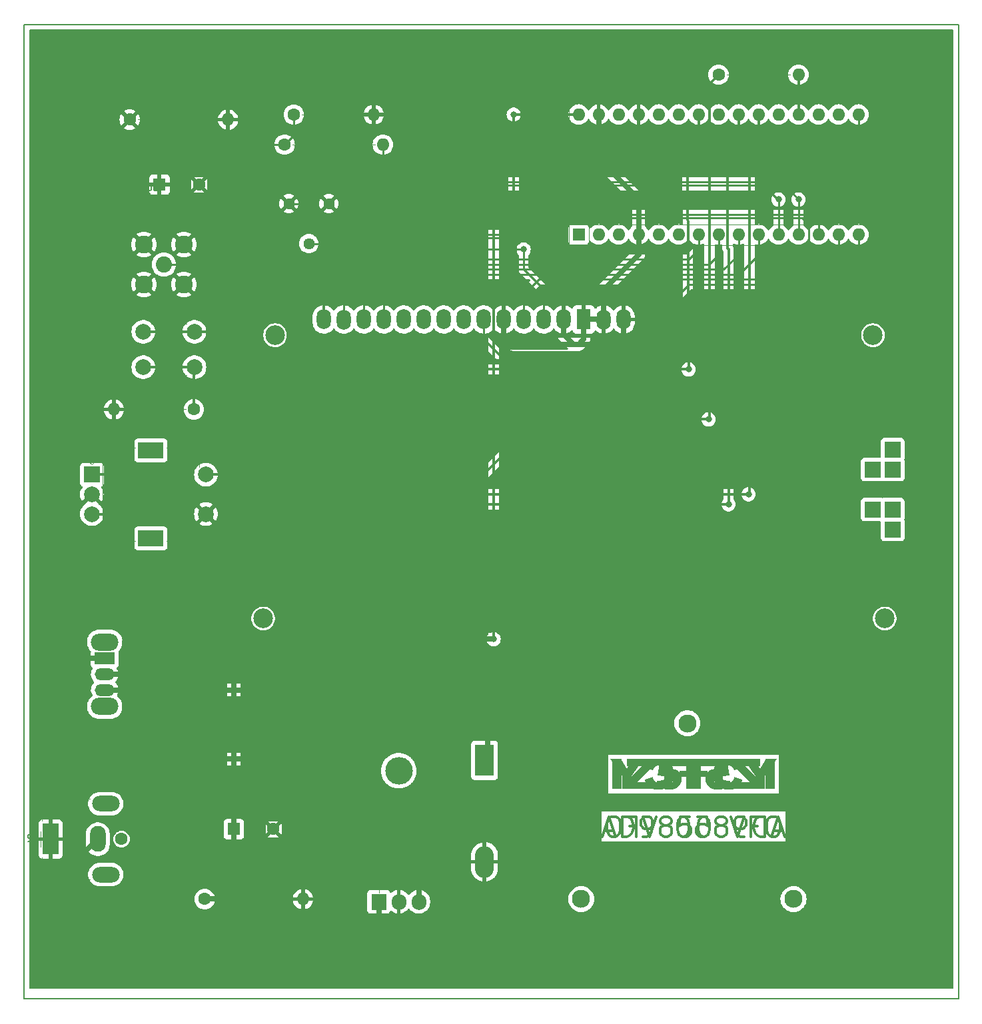
<source format=gbr>
%TF.GenerationSoftware,KiCad,Pcbnew,7.0.7*%
%TF.CreationDate,2023-09-21T16:33:02+02:00*%
%TF.ProjectId,Nano ad9850,4e616e6f-2061-4643-9938-35302e6b6963,rev?*%
%TF.SameCoordinates,Original*%
%TF.FileFunction,Soldermask,Top*%
%TF.FilePolarity,Negative*%
%FSLAX46Y46*%
G04 Gerber Fmt 4.6, Leading zero omitted, Abs format (unit mm)*
G04 Created by KiCad (PCBNEW 7.0.7) date 2023-09-21 16:33:02*
%MOMM*%
%LPD*%
G01*
G04 APERTURE LIST*
%ADD10R,1.750000X0.450000*%
%ADD11C,1.440000*%
%ADD12C,1.600000*%
%ADD13O,1.600000X1.600000*%
%ADD14C,2.000000*%
%ADD15R,1.600000X1.600000*%
%ADD16C,2.050000*%
%ADD17C,2.250000*%
%ADD18C,2.300000*%
%ADD19R,2.410000X4.020000*%
%ADD20O,2.410000X4.020000*%
%ADD21R,2.000000X2.000000*%
%ADD22R,3.200000X2.000000*%
%ADD23O,3.500000X3.500000*%
%ADD24R,1.905000X2.000000*%
%ADD25O,1.905000X2.000000*%
%ADD26R,2.000000X4.000000*%
%ADD27O,2.000000X3.300000*%
%ADD28O,3.500000X2.000000*%
%ADD29O,3.500000X2.200000*%
%ADD30R,2.500000X1.500000*%
%ADD31O,2.500000X1.500000*%
%ADD32C,2.500000*%
%ADD33R,1.800000X2.600000*%
%ADD34O,1.800000X2.600000*%
%ADD35C,0.300000*%
%TA.AperFunction,NonConductor*%
%ADD36C,0.300000*%
%TD*%
%ADD37C,0.200000*%
%TA.AperFunction,NonConductor*%
%ADD38C,0.200000*%
%TD*%
%TA.AperFunction,SMDPad,CuDef*%
%ADD39R,1.750000X0.450000*%
%TD*%
%TA.AperFunction,ComponentPad*%
%ADD40C,1.440000*%
%TD*%
%TA.AperFunction,ComponentPad*%
%ADD41C,1.600000*%
%TD*%
%TA.AperFunction,ComponentPad*%
%ADD42O,1.600000X1.600000*%
%TD*%
%TA.AperFunction,ComponentPad*%
%ADD43C,2.000000*%
%TD*%
%TA.AperFunction,ComponentPad*%
%ADD44R,1.600000X1.600000*%
%TD*%
%TA.AperFunction,ComponentPad*%
%ADD45C,2.050000*%
%TD*%
%TA.AperFunction,ComponentPad*%
%ADD46C,2.250000*%
%TD*%
%TA.AperFunction,WasherPad*%
%ADD47C,2.300000*%
%TD*%
%TA.AperFunction,ComponentPad*%
%ADD48R,2.410000X4.020000*%
%TD*%
%TA.AperFunction,ComponentPad*%
%ADD49O,2.410000X4.020000*%
%TD*%
%TA.AperFunction,ComponentPad*%
%ADD50R,2.000000X2.000000*%
%TD*%
%TA.AperFunction,ComponentPad*%
%ADD51R,3.200000X2.000000*%
%TD*%
%TA.AperFunction,ComponentPad*%
%ADD52R,1.905000X2.000000*%
%TD*%
%TA.AperFunction,ComponentPad*%
%ADD53O,1.905000X2.000000*%
%TD*%
%TA.AperFunction,ComponentPad*%
%ADD54R,2.000000X4.000000*%
%TD*%
%TA.AperFunction,ComponentPad*%
%ADD55O,2.000000X3.300000*%
%TD*%
%TA.AperFunction,ComponentPad*%
%ADD56O,3.500000X2.000000*%
%TD*%
%TA.AperFunction,ComponentPad*%
%ADD57O,3.500000X2.200000*%
%TD*%
%TA.AperFunction,ComponentPad*%
%ADD58R,2.500000X1.500000*%
%TD*%
%TA.AperFunction,ComponentPad*%
%ADD59O,2.500000X1.500000*%
%TD*%
%TA.AperFunction,ComponentPad*%
%ADD60R,1.800000X2.600000*%
%TD*%
%TA.AperFunction,ComponentPad*%
%ADD61O,1.800000X2.600000*%
%TD*%
%TA.AperFunction,ViaPad*%
%ADD62C,0.800000*%
%TD*%
%TA.AperFunction,Conductor*%
%ADD63C,0.250000*%
%TD*%
%TA.AperFunction,Conductor*%
%ADD64C,0.635000*%
%TD*%
%TA.AperFunction,Conductor*%
%ADD65C,0.304800*%
%TD*%
%ADD66C,0.150000*%
%ADD67C,0.120000*%
%TA.AperFunction,Profile*%
%ADD68C,0.100000*%
%TD*%
G04 APERTURE END LIST*
D10*
%TO.C,U1*%
X156000000Y-60105000D03*
X156000000Y-59455000D03*
X156000000Y-58805000D03*
X156000000Y-58155000D03*
X156000000Y-57505000D03*
X156000000Y-56855000D03*
X156000000Y-56205000D03*
X156000000Y-55555000D03*
X156000000Y-54905000D03*
X156000000Y-54255000D03*
X156000000Y-53605000D03*
X156000000Y-52955000D03*
X156000000Y-52305000D03*
X156000000Y-51655000D03*
X148800000Y-51655000D03*
X148800000Y-52305000D03*
X148800000Y-52955000D03*
X148800000Y-53605000D03*
X148800000Y-54255000D03*
X148800000Y-54905000D03*
X148800000Y-55555000D03*
X148800000Y-56205000D03*
X148800000Y-56855000D03*
X148800000Y-57505000D03*
X148800000Y-58155000D03*
X148800000Y-58805000D03*
X148800000Y-59455000D03*
X148800000Y-60105000D03*
%TD*%
D11*
%TO.C,RV1*%
X132080000Y-58305000D03*
X134620000Y-63385000D03*
X137160000Y-58305000D03*
%TD*%
D12*
%TO.C,C5*%
X131545000Y-50800000D03*
D13*
X144045000Y-50800000D03*
%TD*%
D12*
%TO.C,R3*%
X132715000Y-46990000D03*
D13*
X142875000Y-46990000D03*
%TD*%
D14*
%TO.C,SW2*%
X113590000Y-74585000D03*
X120090000Y-74585000D03*
X113590000Y-79085000D03*
X120090000Y-79085000D03*
%TD*%
D15*
%TO.C,C1*%
X125095000Y-137795000D03*
D12*
X130095000Y-137795000D03*
%TD*%
D16*
%TO.C,J1*%
X116205000Y-66040000D03*
D17*
X113665000Y-63500000D03*
X113665000Y-68580000D03*
X118745000Y-63500000D03*
X118745000Y-68580000D03*
%TD*%
D18*
%TO.C,BT1*%
X169245000Y-146685000D03*
X182735000Y-124335000D03*
X196215000Y-146685000D03*
D19*
X156955000Y-129065000D03*
D20*
X156955000Y-141945000D03*
%TD*%
D15*
%TO.C,U4*%
X168910000Y-62220000D03*
D13*
X171450000Y-62220000D03*
X173990000Y-62220000D03*
X176530000Y-62220000D03*
X179070000Y-62220000D03*
X181610000Y-62220000D03*
X184150000Y-62220000D03*
X186690000Y-62220000D03*
X189230000Y-62220000D03*
X191770000Y-62220000D03*
X194310000Y-62220000D03*
X196850000Y-62220000D03*
X199390000Y-62220000D03*
X201930000Y-62220000D03*
X204470000Y-62220000D03*
X204470000Y-46980000D03*
X201930000Y-46980000D03*
X199390000Y-46980000D03*
X196850000Y-46980000D03*
X194310000Y-46980000D03*
X191770000Y-46980000D03*
X189230000Y-46980000D03*
X186690000Y-46980000D03*
X184150000Y-46980000D03*
X181610000Y-46980000D03*
X179070000Y-46980000D03*
X176530000Y-46980000D03*
X173990000Y-46980000D03*
X171450000Y-46980000D03*
X168910000Y-46980000D03*
%TD*%
D21*
%TO.C,SW3*%
X107050000Y-92750000D03*
D14*
X107050000Y-97750000D03*
X107050000Y-95250000D03*
D22*
X114550000Y-89650000D03*
X114550000Y-100850000D03*
D14*
X121550000Y-97750000D03*
X121550000Y-92750000D03*
%TD*%
D23*
%TO.C,U3*%
X146050000Y-130365000D03*
D24*
X143510000Y-147025000D03*
D25*
X146050000Y-147025000D03*
X148590000Y-147025000D03*
%TD*%
D12*
%TO.C,J2*%
X110815000Y-139065000D03*
D26*
X101815000Y-139065000D03*
D27*
X107815000Y-139065000D03*
D28*
X108815000Y-143565000D03*
X108815000Y-134565000D03*
%TD*%
D12*
%TO.C,R1*%
X120015000Y-84455000D03*
D13*
X109855000Y-84455000D03*
%TD*%
D12*
%TO.C,C3*%
X111860000Y-47625000D03*
D13*
X124360000Y-47625000D03*
%TD*%
D29*
%TO.C,SW1*%
X108680000Y-114010000D03*
X108680000Y-122210000D03*
D30*
X108680000Y-116110000D03*
D31*
X108680000Y-118110000D03*
X108680000Y-120110000D03*
%TD*%
D12*
%TO.C,C4*%
X121385000Y-146685000D03*
D13*
X133885000Y-146685000D03*
%TD*%
D15*
%TO.C,C2*%
X115650000Y-55880000D03*
D12*
X120650000Y-55880000D03*
%TD*%
%TO.C,R2*%
X186690000Y-41910000D03*
D13*
X196850000Y-41910000D03*
%TD*%
D32*
%TO.C,U2*%
X207825000Y-111025000D03*
X206325000Y-75025000D03*
X130325000Y-75025000D03*
X128825000Y-111025000D03*
D33*
X169545000Y-73025000D03*
D34*
X167005000Y-73025000D03*
X164465000Y-73025000D03*
X161925000Y-73025000D03*
X159385000Y-73025000D03*
X156845000Y-73025000D03*
X154305000Y-73025000D03*
X151765000Y-73025000D03*
X149225000Y-73025000D03*
X146685000Y-73025000D03*
X144145000Y-73025000D03*
X141605000Y-73025000D03*
X139059920Y-73027540D03*
X136525000Y-73025000D03*
X174625000Y-73025000D03*
X172079920Y-73027540D03*
D21*
X208825000Y-99705000D03*
X208825000Y-97165000D03*
X206285000Y-97165000D03*
X208825000Y-92085000D03*
X208825000Y-89545000D03*
X206285000Y-92085000D03*
%TD*%
D35*
D36*
X172131177Y-138012838D02*
X173340701Y-138012838D01*
X171889272Y-138738552D02*
X172735939Y-136198552D01*
X172735939Y-136198552D02*
X173582606Y-138738552D01*
X174429272Y-138738552D02*
X174429272Y-136198552D01*
X174429272Y-136198552D02*
X175034034Y-136198552D01*
X175034034Y-136198552D02*
X175396891Y-136319504D01*
X175396891Y-136319504D02*
X175638796Y-136561409D01*
X175638796Y-136561409D02*
X175759749Y-136803314D01*
X175759749Y-136803314D02*
X175880701Y-137287123D01*
X175880701Y-137287123D02*
X175880701Y-137649980D01*
X175880701Y-137649980D02*
X175759749Y-138133790D01*
X175759749Y-138133790D02*
X175638796Y-138375695D01*
X175638796Y-138375695D02*
X175396891Y-138617600D01*
X175396891Y-138617600D02*
X175034034Y-138738552D01*
X175034034Y-138738552D02*
X174429272Y-138738552D01*
X177090225Y-138738552D02*
X177574034Y-138738552D01*
X177574034Y-138738552D02*
X177815939Y-138617600D01*
X177815939Y-138617600D02*
X177936891Y-138496647D01*
X177936891Y-138496647D02*
X178178796Y-138133790D01*
X178178796Y-138133790D02*
X178299749Y-137649980D01*
X178299749Y-137649980D02*
X178299749Y-136682361D01*
X178299749Y-136682361D02*
X178178796Y-136440457D01*
X178178796Y-136440457D02*
X178057844Y-136319504D01*
X178057844Y-136319504D02*
X177815939Y-136198552D01*
X177815939Y-136198552D02*
X177332130Y-136198552D01*
X177332130Y-136198552D02*
X177090225Y-136319504D01*
X177090225Y-136319504D02*
X176969272Y-136440457D01*
X176969272Y-136440457D02*
X176848320Y-136682361D01*
X176848320Y-136682361D02*
X176848320Y-137287123D01*
X176848320Y-137287123D02*
X176969272Y-137529028D01*
X176969272Y-137529028D02*
X177090225Y-137649980D01*
X177090225Y-137649980D02*
X177332130Y-137770933D01*
X177332130Y-137770933D02*
X177815939Y-137770933D01*
X177815939Y-137770933D02*
X178057844Y-137649980D01*
X178057844Y-137649980D02*
X178178796Y-137529028D01*
X178178796Y-137529028D02*
X178299749Y-137287123D01*
X179751178Y-137287123D02*
X179509273Y-137166171D01*
X179509273Y-137166171D02*
X179388320Y-137045219D01*
X179388320Y-137045219D02*
X179267368Y-136803314D01*
X179267368Y-136803314D02*
X179267368Y-136682361D01*
X179267368Y-136682361D02*
X179388320Y-136440457D01*
X179388320Y-136440457D02*
X179509273Y-136319504D01*
X179509273Y-136319504D02*
X179751178Y-136198552D01*
X179751178Y-136198552D02*
X180234987Y-136198552D01*
X180234987Y-136198552D02*
X180476892Y-136319504D01*
X180476892Y-136319504D02*
X180597844Y-136440457D01*
X180597844Y-136440457D02*
X180718797Y-136682361D01*
X180718797Y-136682361D02*
X180718797Y-136803314D01*
X180718797Y-136803314D02*
X180597844Y-137045219D01*
X180597844Y-137045219D02*
X180476892Y-137166171D01*
X180476892Y-137166171D02*
X180234987Y-137287123D01*
X180234987Y-137287123D02*
X179751178Y-137287123D01*
X179751178Y-137287123D02*
X179509273Y-137408076D01*
X179509273Y-137408076D02*
X179388320Y-137529028D01*
X179388320Y-137529028D02*
X179267368Y-137770933D01*
X179267368Y-137770933D02*
X179267368Y-138254742D01*
X179267368Y-138254742D02*
X179388320Y-138496647D01*
X179388320Y-138496647D02*
X179509273Y-138617600D01*
X179509273Y-138617600D02*
X179751178Y-138738552D01*
X179751178Y-138738552D02*
X180234987Y-138738552D01*
X180234987Y-138738552D02*
X180476892Y-138617600D01*
X180476892Y-138617600D02*
X180597844Y-138496647D01*
X180597844Y-138496647D02*
X180718797Y-138254742D01*
X180718797Y-138254742D02*
X180718797Y-137770933D01*
X180718797Y-137770933D02*
X180597844Y-137529028D01*
X180597844Y-137529028D02*
X180476892Y-137408076D01*
X180476892Y-137408076D02*
X180234987Y-137287123D01*
X183016892Y-136198552D02*
X181807368Y-136198552D01*
X181807368Y-136198552D02*
X181686416Y-137408076D01*
X181686416Y-137408076D02*
X181807368Y-137287123D01*
X181807368Y-137287123D02*
X182049273Y-137166171D01*
X182049273Y-137166171D02*
X182654035Y-137166171D01*
X182654035Y-137166171D02*
X182895940Y-137287123D01*
X182895940Y-137287123D02*
X183016892Y-137408076D01*
X183016892Y-137408076D02*
X183137845Y-137649980D01*
X183137845Y-137649980D02*
X183137845Y-138254742D01*
X183137845Y-138254742D02*
X183016892Y-138496647D01*
X183016892Y-138496647D02*
X182895940Y-138617600D01*
X182895940Y-138617600D02*
X182654035Y-138738552D01*
X182654035Y-138738552D02*
X182049273Y-138738552D01*
X182049273Y-138738552D02*
X181807368Y-138617600D01*
X181807368Y-138617600D02*
X181686416Y-138496647D01*
X184710226Y-136198552D02*
X184952131Y-136198552D01*
X184952131Y-136198552D02*
X185194035Y-136319504D01*
X185194035Y-136319504D02*
X185314988Y-136440457D01*
X185314988Y-136440457D02*
X185435940Y-136682361D01*
X185435940Y-136682361D02*
X185556893Y-137166171D01*
X185556893Y-137166171D02*
X185556893Y-137770933D01*
X185556893Y-137770933D02*
X185435940Y-138254742D01*
X185435940Y-138254742D02*
X185314988Y-138496647D01*
X185314988Y-138496647D02*
X185194035Y-138617600D01*
X185194035Y-138617600D02*
X184952131Y-138738552D01*
X184952131Y-138738552D02*
X184710226Y-138738552D01*
X184710226Y-138738552D02*
X184468321Y-138617600D01*
X184468321Y-138617600D02*
X184347369Y-138496647D01*
X184347369Y-138496647D02*
X184226416Y-138254742D01*
X184226416Y-138254742D02*
X184105464Y-137770933D01*
X184105464Y-137770933D02*
X184105464Y-137166171D01*
X184105464Y-137166171D02*
X184226416Y-136682361D01*
X184226416Y-136682361D02*
X184347369Y-136440457D01*
X184347369Y-136440457D02*
X184468321Y-136319504D01*
X184468321Y-136319504D02*
X184710226Y-136198552D01*
X188217845Y-136198552D02*
X189064512Y-138738552D01*
X189064512Y-138738552D02*
X189911179Y-136198552D01*
X191604512Y-137408076D02*
X190757845Y-137408076D01*
X190757845Y-138738552D02*
X190757845Y-136198552D01*
X190757845Y-136198552D02*
X191967369Y-136198552D01*
X193418798Y-136198552D02*
X193902607Y-136198552D01*
X193902607Y-136198552D02*
X194144512Y-136319504D01*
X194144512Y-136319504D02*
X194386417Y-136561409D01*
X194386417Y-136561409D02*
X194507369Y-137045219D01*
X194507369Y-137045219D02*
X194507369Y-137891885D01*
X194507369Y-137891885D02*
X194386417Y-138375695D01*
X194386417Y-138375695D02*
X194144512Y-138617600D01*
X194144512Y-138617600D02*
X193902607Y-138738552D01*
X193902607Y-138738552D02*
X193418798Y-138738552D01*
X193418798Y-138738552D02*
X193176893Y-138617600D01*
X193176893Y-138617600D02*
X192934988Y-138375695D01*
X192934988Y-138375695D02*
X192814036Y-137891885D01*
X192814036Y-137891885D02*
X192814036Y-137045219D01*
X192814036Y-137045219D02*
X192934988Y-136561409D01*
X192934988Y-136561409D02*
X193176893Y-136319504D01*
X193176893Y-136319504D02*
X193418798Y-136198552D01*
D37*
D38*
G36*
X173160157Y-128890704D02*
G01*
X174347558Y-128890704D01*
X174347558Y-132702300D01*
X173160157Y-132702300D01*
X173160157Y-128890704D01*
G37*
G36*
X175089219Y-128890704D02*
G01*
X178443906Y-128890704D01*
X178443906Y-129727282D01*
X176293370Y-131808957D01*
X178523004Y-131808957D01*
X178523004Y-132702300D01*
X174882633Y-132702300D01*
X174882633Y-131840596D01*
X177009905Y-129784047D01*
X175089219Y-129784047D01*
X175089219Y-128890704D01*
G37*
G36*
X179293512Y-128890704D02*
G01*
X181824650Y-128890704D01*
X181824650Y-129784047D01*
X180110549Y-129784047D01*
X180018423Y-130322844D01*
X180051716Y-130306154D01*
X180096005Y-130285173D01*
X180140178Y-130265645D01*
X180184234Y-130247572D01*
X180228174Y-130230953D01*
X180271998Y-130215787D01*
X180315706Y-130202076D01*
X180359297Y-130189819D01*
X180370176Y-130186982D01*
X180413622Y-130176295D01*
X180456952Y-130167033D01*
X180500165Y-130159196D01*
X180543262Y-130152783D01*
X180586242Y-130147796D01*
X180629106Y-130144234D01*
X180671854Y-130142096D01*
X180714486Y-130141384D01*
X180785637Y-130142733D01*
X180855088Y-130146778D01*
X180922838Y-130153521D01*
X180988886Y-130162961D01*
X181053233Y-130175099D01*
X181115879Y-130189933D01*
X181176824Y-130207465D01*
X181236067Y-130227694D01*
X181293610Y-130250620D01*
X181349451Y-130276243D01*
X181403591Y-130304564D01*
X181456030Y-130335581D01*
X181506767Y-130369296D01*
X181555804Y-130405708D01*
X181603139Y-130444817D01*
X181648773Y-130486624D01*
X181692270Y-130530477D01*
X181732960Y-130575725D01*
X181770844Y-130622370D01*
X181805922Y-130670410D01*
X181838194Y-130719847D01*
X181867659Y-130770679D01*
X181894319Y-130822907D01*
X181918172Y-130876530D01*
X181939218Y-130931550D01*
X181957459Y-130987966D01*
X181972893Y-131045777D01*
X181985521Y-131104984D01*
X181995343Y-131165587D01*
X182002359Y-131227586D01*
X182006568Y-131290981D01*
X182007971Y-131355772D01*
X182007248Y-131401722D01*
X182005078Y-131447447D01*
X182001461Y-131492946D01*
X181996397Y-131538221D01*
X181989887Y-131583269D01*
X181981930Y-131628093D01*
X181972526Y-131672691D01*
X181961676Y-131717064D01*
X181949378Y-131761211D01*
X181935634Y-131805133D01*
X181920444Y-131848829D01*
X181903806Y-131892301D01*
X181885722Y-131935546D01*
X181866191Y-131978567D01*
X181845213Y-132021362D01*
X181822789Y-132063932D01*
X181799154Y-132105764D01*
X181774312Y-132146345D01*
X181748264Y-132185676D01*
X181721008Y-132223756D01*
X181692546Y-132260586D01*
X181662877Y-132296166D01*
X181632001Y-132330495D01*
X181599918Y-132363574D01*
X181566629Y-132395402D01*
X181532133Y-132425980D01*
X181496429Y-132455307D01*
X181459519Y-132483384D01*
X181421403Y-132510210D01*
X181382079Y-132535786D01*
X181341548Y-132560112D01*
X181299811Y-132583187D01*
X181256729Y-132604823D01*
X181212163Y-132625063D01*
X181166115Y-132643907D01*
X181118584Y-132661355D01*
X181069569Y-132677407D01*
X181019071Y-132692063D01*
X180967090Y-132705324D01*
X180913627Y-132717189D01*
X180858680Y-132727657D01*
X180802249Y-132736730D01*
X180744336Y-132744408D01*
X180684940Y-132750689D01*
X180624061Y-132755574D01*
X180561698Y-132759064D01*
X180497853Y-132761158D01*
X180432524Y-132761856D01*
X180385487Y-132761569D01*
X180339293Y-132760707D01*
X180293943Y-132759271D01*
X180249436Y-132757261D01*
X180205772Y-132754677D01*
X180162951Y-132751518D01*
X180120974Y-132747785D01*
X180079840Y-132743477D01*
X180039549Y-132738595D01*
X180000102Y-132733139D01*
X179961498Y-132727109D01*
X179923738Y-132720504D01*
X179886820Y-132713325D01*
X179833026Y-132701479D01*
X179781129Y-132688341D01*
X179731066Y-132673919D01*
X179682427Y-132658221D01*
X179635211Y-132641248D01*
X179589418Y-132622998D01*
X179545048Y-132603472D01*
X179502101Y-132582671D01*
X179460577Y-132560594D01*
X179420476Y-132537240D01*
X179381799Y-132512611D01*
X179344544Y-132486706D01*
X179320499Y-132468728D01*
X179285701Y-132440999D01*
X179252146Y-132412599D01*
X179219834Y-132383529D01*
X179188766Y-132353788D01*
X179158940Y-132323377D01*
X179130358Y-132292295D01*
X179103019Y-132260542D01*
X179076923Y-132228118D01*
X179052071Y-132195024D01*
X179028461Y-132161259D01*
X179013412Y-132138377D01*
X178991605Y-132102854D01*
X178970501Y-132065727D01*
X178950100Y-132026998D01*
X178930403Y-131986666D01*
X178911409Y-131944730D01*
X178893119Y-131901192D01*
X178875531Y-131856050D01*
X178858648Y-131809306D01*
X178842467Y-131760958D01*
X178826990Y-131711008D01*
X178817063Y-131676817D01*
X179895588Y-131570732D01*
X179903841Y-131613545D01*
X179913941Y-131654396D01*
X179925891Y-131693283D01*
X179939688Y-131730208D01*
X179955334Y-131765169D01*
X179972829Y-131798168D01*
X179999030Y-131839113D01*
X180028517Y-131876568D01*
X180061291Y-131910534D01*
X180078909Y-131926208D01*
X180115827Y-131954561D01*
X180154460Y-131979134D01*
X180194808Y-131999926D01*
X180236873Y-132016938D01*
X180280653Y-132030170D01*
X180326149Y-132039621D01*
X180373361Y-132045291D01*
X180422288Y-132047182D01*
X180463310Y-132045857D01*
X180502975Y-132041882D01*
X180541281Y-132035257D01*
X180578230Y-132025982D01*
X180613822Y-132014057D01*
X180659165Y-131994036D01*
X180702095Y-131969303D01*
X180732708Y-131947662D01*
X180761963Y-131923371D01*
X180789861Y-131896430D01*
X180815804Y-131866864D01*
X180839196Y-131834696D01*
X180860035Y-131799928D01*
X180878323Y-131762559D01*
X180894059Y-131722590D01*
X180907243Y-131680019D01*
X180917876Y-131634848D01*
X180925956Y-131587075D01*
X180931485Y-131536702D01*
X180934462Y-131483728D01*
X180935030Y-131446967D01*
X180934455Y-131409337D01*
X180931440Y-131355292D01*
X180925840Y-131304125D01*
X180917656Y-131255838D01*
X180906887Y-131210429D01*
X180893534Y-131167899D01*
X180877596Y-131128248D01*
X180859074Y-131091477D01*
X180837967Y-131057584D01*
X180814276Y-131026570D01*
X180788000Y-130998435D01*
X180759748Y-130972990D01*
X180729778Y-130950049D01*
X180698091Y-130929610D01*
X180664686Y-130911674D01*
X180629563Y-130896240D01*
X180592723Y-130883310D01*
X180554166Y-130872882D01*
X180513891Y-130864957D01*
X180471898Y-130859534D01*
X180428188Y-130856614D01*
X180398093Y-130856058D01*
X180359635Y-130857119D01*
X180321496Y-130860304D01*
X180283677Y-130865611D01*
X180246179Y-130873041D01*
X180209000Y-130882594D01*
X180172140Y-130894269D01*
X180135601Y-130908068D01*
X180099382Y-130923989D01*
X180065417Y-130941333D01*
X180030407Y-130962539D01*
X179994353Y-130987607D01*
X179964756Y-131010442D01*
X179934491Y-131035749D01*
X179903557Y-131063528D01*
X179871954Y-131093778D01*
X179863949Y-131101727D01*
X178956648Y-130984476D01*
X179293512Y-128890704D01*
G37*
G36*
X182595158Y-128890704D02*
G01*
X185526438Y-128890704D01*
X185526438Y-129784047D01*
X183785351Y-129784047D01*
X183785351Y-130379609D01*
X185272394Y-130379609D01*
X185272394Y-131153839D01*
X183785351Y-131153839D01*
X183785351Y-132702300D01*
X182595158Y-132702300D01*
X182595158Y-128890704D01*
G37*
G36*
X188698735Y-131153839D02*
G01*
X189737246Y-131454412D01*
X189723746Y-131507944D01*
X189709300Y-131560365D01*
X189693909Y-131611673D01*
X189677574Y-131661869D01*
X189660293Y-131710953D01*
X189642067Y-131758924D01*
X189622896Y-131805783D01*
X189602780Y-131851530D01*
X189581718Y-131896165D01*
X189559712Y-131939687D01*
X189536760Y-131982097D01*
X189512864Y-132023394D01*
X189488022Y-132063579D01*
X189462235Y-132102652D01*
X189435503Y-132140612D01*
X189407826Y-132177461D01*
X189379251Y-132213084D01*
X189349826Y-132247602D01*
X189319550Y-132281015D01*
X189288423Y-132313323D01*
X189256446Y-132344526D01*
X189223618Y-132374624D01*
X189189939Y-132403617D01*
X189155410Y-132431505D01*
X189120031Y-132458288D01*
X189083800Y-132483966D01*
X189046720Y-132508538D01*
X189008788Y-132532006D01*
X188970006Y-132554369D01*
X188930373Y-132575626D01*
X188889890Y-132595779D01*
X188848556Y-132614826D01*
X188806201Y-132632631D01*
X188762421Y-132649286D01*
X188717216Y-132664793D01*
X188670586Y-132679152D01*
X188622531Y-132692361D01*
X188573051Y-132704422D01*
X188522146Y-132715335D01*
X188469816Y-132725098D01*
X188416062Y-132733713D01*
X188360882Y-132741180D01*
X188304277Y-132747497D01*
X188246248Y-132752666D01*
X188186794Y-132756687D01*
X188125914Y-132759558D01*
X188063610Y-132761281D01*
X187999881Y-132761856D01*
X187961021Y-132761680D01*
X187922608Y-132761154D01*
X187884642Y-132760277D01*
X187847123Y-132759049D01*
X187773426Y-132755542D01*
X187701518Y-132750631D01*
X187631399Y-132744317D01*
X187563068Y-132736600D01*
X187496525Y-132727479D01*
X187431771Y-132716956D01*
X187368805Y-132705029D01*
X187307628Y-132691700D01*
X187248239Y-132676967D01*
X187190638Y-132660831D01*
X187134826Y-132643292D01*
X187080802Y-132624350D01*
X187028567Y-132604005D01*
X186978120Y-132582257D01*
X186928989Y-132558625D01*
X186880702Y-132532864D01*
X186833257Y-132504972D01*
X186786656Y-132474951D01*
X186740899Y-132442799D01*
X186695984Y-132408517D01*
X186651913Y-132372105D01*
X186608686Y-132333563D01*
X186566301Y-132292891D01*
X186524760Y-132250088D01*
X186484063Y-132205156D01*
X186444208Y-132158093D01*
X186405197Y-132108901D01*
X186367030Y-132057578D01*
X186329705Y-132004125D01*
X186293224Y-131948542D01*
X186258404Y-131890788D01*
X186225831Y-131831058D01*
X186195504Y-131769350D01*
X186167423Y-131705664D01*
X186141589Y-131640001D01*
X186118002Y-131572361D01*
X186096660Y-131502743D01*
X186077566Y-131431147D01*
X186068861Y-131394608D01*
X186060717Y-131357575D01*
X186053136Y-131320047D01*
X186046116Y-131282024D01*
X186039657Y-131243508D01*
X186033760Y-131204497D01*
X186028425Y-131164991D01*
X186023651Y-131124991D01*
X186019439Y-131084497D01*
X186015789Y-131043509D01*
X186012700Y-131002026D01*
X186010172Y-130960049D01*
X186008207Y-130917577D01*
X186006803Y-130874611D01*
X186005960Y-130831151D01*
X186005680Y-130787196D01*
X186006174Y-130728706D01*
X186007657Y-130671068D01*
X186010129Y-130614283D01*
X186013589Y-130558350D01*
X186018039Y-130503269D01*
X186023477Y-130449041D01*
X186029903Y-130395665D01*
X186037319Y-130343142D01*
X186045723Y-130291471D01*
X186055116Y-130240653D01*
X186065497Y-130190687D01*
X186076868Y-130141573D01*
X186089227Y-130093312D01*
X186102575Y-130045903D01*
X186116911Y-129999346D01*
X186132236Y-129953642D01*
X186148550Y-129908791D01*
X186165853Y-129864792D01*
X186184145Y-129821645D01*
X186203425Y-129779350D01*
X186223694Y-129737908D01*
X186244951Y-129697319D01*
X186267197Y-129657582D01*
X186290433Y-129618697D01*
X186314656Y-129580665D01*
X186339869Y-129543485D01*
X186366070Y-129507157D01*
X186393260Y-129471682D01*
X186421439Y-129437060D01*
X186450606Y-129403289D01*
X186480762Y-129370372D01*
X186511907Y-129338306D01*
X186543957Y-129307104D01*
X186576829Y-129276892D01*
X186610522Y-129247671D01*
X186645036Y-129219441D01*
X186680372Y-129192201D01*
X186716530Y-129165952D01*
X186753509Y-129140693D01*
X186791309Y-129116424D01*
X186829931Y-129093147D01*
X186869375Y-129070859D01*
X186909640Y-129049563D01*
X186950727Y-129029257D01*
X186992635Y-129009941D01*
X187035365Y-128991616D01*
X187078916Y-128974282D01*
X187123288Y-128957938D01*
X187168483Y-128942584D01*
X187214498Y-128928221D01*
X187261336Y-128914849D01*
X187308994Y-128902467D01*
X187357475Y-128891076D01*
X187406776Y-128880675D01*
X187456900Y-128871265D01*
X187507844Y-128862845D01*
X187559611Y-128855416D01*
X187612199Y-128848978D01*
X187665608Y-128843530D01*
X187719839Y-128839072D01*
X187774891Y-128835606D01*
X187830765Y-128833129D01*
X187887461Y-128831643D01*
X187944978Y-128831148D01*
X187989981Y-128831435D01*
X188034377Y-128832297D01*
X188078166Y-128833733D01*
X188121349Y-128835743D01*
X188163924Y-128838327D01*
X188205892Y-128841486D01*
X188247253Y-128845219D01*
X188288007Y-128849527D01*
X188328154Y-128854409D01*
X188367694Y-128859865D01*
X188406627Y-128865895D01*
X188444953Y-128872500D01*
X188482672Y-128879679D01*
X188519783Y-128887433D01*
X188556288Y-128895761D01*
X188627476Y-128914139D01*
X188696236Y-128934815D01*
X188762568Y-128957789D01*
X188826472Y-128983059D01*
X188887947Y-129010627D01*
X188946995Y-129040493D01*
X189003614Y-129072655D01*
X189057805Y-129107115D01*
X189083989Y-129125207D01*
X189135036Y-129163196D01*
X189184418Y-129203650D01*
X189232135Y-129246569D01*
X189278187Y-129291952D01*
X189322574Y-129339800D01*
X189365296Y-129390112D01*
X189406354Y-129442889D01*
X189445747Y-129498131D01*
X189483474Y-129555837D01*
X189519538Y-129616007D01*
X189553936Y-129678642D01*
X189586669Y-129743742D01*
X189617738Y-129811306D01*
X189632648Y-129846012D01*
X189647141Y-129881335D01*
X189661219Y-129917273D01*
X189674880Y-129953828D01*
X189688125Y-129990999D01*
X189700954Y-130028786D01*
X188654068Y-130260496D01*
X188640255Y-130218446D01*
X188626268Y-130179304D01*
X188612106Y-130143071D01*
X188594158Y-130101868D01*
X188575937Y-130065208D01*
X188553713Y-130027215D01*
X188538678Y-130005521D01*
X188513088Y-129972763D01*
X188486101Y-129941952D01*
X188457719Y-129913090D01*
X188427941Y-129886176D01*
X188396767Y-129861211D01*
X188364197Y-129838194D01*
X188330232Y-129817126D01*
X188294870Y-129798005D01*
X188258505Y-129780775D01*
X188221065Y-129765843D01*
X188182548Y-129753207D01*
X188142955Y-129742869D01*
X188102287Y-129734829D01*
X188060542Y-129729085D01*
X188017722Y-129725639D01*
X187973825Y-129724491D01*
X187924192Y-129725730D01*
X187876028Y-129729449D01*
X187829333Y-129735647D01*
X187784106Y-129744323D01*
X187740348Y-129755479D01*
X187698058Y-129769114D01*
X187657237Y-129785228D01*
X187617884Y-129803821D01*
X187580000Y-129824894D01*
X187543584Y-129848445D01*
X187508637Y-129874475D01*
X187475158Y-129902985D01*
X187443148Y-129933973D01*
X187412607Y-129967441D01*
X187383534Y-130003388D01*
X187355930Y-130041813D01*
X187326993Y-130088321D01*
X187309283Y-130121952D01*
X187292838Y-130157684D01*
X187277659Y-130195518D01*
X187263744Y-130235452D01*
X187251094Y-130277487D01*
X187239709Y-130321624D01*
X187229589Y-130367861D01*
X187220734Y-130416200D01*
X187213144Y-130466639D01*
X187206819Y-130519180D01*
X187201759Y-130573821D01*
X187197964Y-130630564D01*
X187195434Y-130689408D01*
X187194169Y-130750353D01*
X187194011Y-130781613D01*
X187194200Y-130820198D01*
X187194767Y-130858017D01*
X187197036Y-130931361D01*
X187200816Y-131001644D01*
X187206109Y-131068867D01*
X187212913Y-131133028D01*
X187221230Y-131194129D01*
X187231059Y-131252170D01*
X187242401Y-131307150D01*
X187255254Y-131359069D01*
X187269620Y-131407927D01*
X187285498Y-131453724D01*
X187302887Y-131496461D01*
X187321790Y-131536138D01*
X187342204Y-131572753D01*
X187364130Y-131606308D01*
X187387569Y-131636802D01*
X187412378Y-131664861D01*
X187451895Y-131703555D01*
X187494177Y-131738176D01*
X187539223Y-131768724D01*
X187587033Y-131795198D01*
X187637608Y-131817600D01*
X187672861Y-131830272D01*
X187709342Y-131841133D01*
X187747052Y-131850184D01*
X187785990Y-131857425D01*
X187826157Y-131862856D01*
X187867552Y-131866477D01*
X187910177Y-131868287D01*
X187931950Y-131868513D01*
X187973872Y-131867801D01*
X188014494Y-131865663D01*
X188053814Y-131862101D01*
X188091832Y-131857114D01*
X188128550Y-131850701D01*
X188181186Y-131838411D01*
X188230894Y-131822915D01*
X188277674Y-131804213D01*
X188321526Y-131782305D01*
X188362450Y-131757191D01*
X188400446Y-131728870D01*
X188435514Y-131697344D01*
X188446552Y-131686122D01*
X188478338Y-131650294D01*
X188508438Y-131611553D01*
X188536854Y-131569902D01*
X188563585Y-131525338D01*
X188588632Y-131477863D01*
X188611993Y-131427476D01*
X188626631Y-131392267D01*
X188640521Y-131355764D01*
X188653661Y-131317967D01*
X188666053Y-131278876D01*
X188677696Y-131238491D01*
X188688590Y-131196812D01*
X188698735Y-131153839D01*
G37*
G36*
X189903817Y-128890704D02*
G01*
X191219637Y-128890704D01*
X191994797Y-130153481D01*
X192769028Y-128890704D01*
X194078333Y-128890704D01*
X192585706Y-131105450D01*
X192585706Y-132702300D01*
X191398305Y-132702300D01*
X191398305Y-131105450D01*
X189903817Y-128890704D01*
G37*
D39*
%TO.P,U1,1,D3*%
%TO.N,unconnected-(U1-D3-Pad1)*%
X156000000Y-60105000D03*
%TO.P,U1,2,D2*%
%TO.N,unconnected-(U1-D2-Pad2)*%
X156000000Y-59455000D03*
%TO.P,U1,3,D1*%
%TO.N,unconnected-(U1-D1-Pad3)*%
X156000000Y-58805000D03*
%TO.P,U1,4,D0*%
%TO.N,unconnected-(U1-D0-Pad4)*%
X156000000Y-58155000D03*
%TO.P,U1,5,DGND*%
%TO.N,GND1*%
X156000000Y-57505000D03*
%TO.P,U1,6,DVDD*%
%TO.N,+5V*%
X156000000Y-56855000D03*
%TO.P,U1,7,W_CLK*%
%TO.N,Net-(U1-W_CLK)*%
X156000000Y-56205000D03*
%TO.P,U1,8,FQ_UD*%
%TO.N,Net-(U1-FQ_UD)*%
X156000000Y-55555000D03*
%TO.P,U1,9,CLKIN*%
%TO.N,unconnected-(U1-CLKIN-Pad9)*%
X156000000Y-54905000D03*
%TO.P,U1,10,AGND*%
%TO.N,GND1*%
X156000000Y-54255000D03*
%TO.P,U1,11,AVDD*%
%TO.N,+5V*%
X156000000Y-53605000D03*
%TO.P,U1,12,RSET*%
%TO.N,unconnected-(U1-RSET-Pad12)*%
X156000000Y-52955000D03*
%TO.P,U1,13,QOUTB*%
%TO.N,unconnected-(U1-QOUTB-Pad13)*%
X156000000Y-52305000D03*
%TO.P,U1,14,QOUT*%
%TO.N,unconnected-(U1-QOUT-Pad14)*%
X156000000Y-51655000D03*
%TO.P,U1,15,VINN*%
%TO.N,unconnected-(U1-VINN-Pad15)*%
X148800000Y-51655000D03*
%TO.P,U1,16,VINP*%
%TO.N,unconnected-(U1-VINP-Pad16)*%
X148800000Y-52305000D03*
%TO.P,U1,17,DACBL*%
%TO.N,unconnected-(U1-DACBL-Pad17)*%
X148800000Y-52955000D03*
%TO.P,U1,18,AVDD*%
%TO.N,+5V*%
X148800000Y-53605000D03*
%TO.P,U1,19,AGND*%
%TO.N,GND1*%
X148800000Y-54255000D03*
%TO.P,U1,20,IOUTB*%
%TO.N,unconnected-(U1-IOUTB-Pad20)*%
X148800000Y-54905000D03*
%TO.P,U1,21,IOUT*%
%TO.N,Net-(U1-IOUT)*%
X148800000Y-55555000D03*
%TO.P,U1,22,RESET*%
%TO.N,Net-(U1-RESET)*%
X148800000Y-56205000D03*
%TO.P,U1,23,DVDD*%
%TO.N,+5V*%
X148800000Y-56855000D03*
%TO.P,U1,24,DGND*%
%TO.N,GND1*%
X148800000Y-57505000D03*
%TO.P,U1,25,D7*%
%TO.N,Net-(U1-D7)*%
X148800000Y-58155000D03*
%TO.P,U1,26,D6*%
%TO.N,unconnected-(U1-D6-Pad26)*%
X148800000Y-58805000D03*
%TO.P,U1,27,D5*%
%TO.N,unconnected-(U1-D5-Pad27)*%
X148800000Y-59455000D03*
%TO.P,U1,28,D4*%
%TO.N,unconnected-(U1-D4-Pad28)*%
X148800000Y-60105000D03*
%TD*%
D40*
%TO.P,RV1,1,1*%
%TO.N,+5V*%
X132080000Y-58305000D03*
%TO.P,RV1,2,2*%
%TO.N,Net-(U2-VO)*%
X134620000Y-63385000D03*
%TO.P,RV1,3,3*%
%TO.N,GND1*%
X137160000Y-58305000D03*
%TD*%
D41*
%TO.P,C5,1*%
%TO.N,Net-(J1-In)*%
X131545000Y-50800000D03*
D42*
%TO.P,C5,2*%
%TO.N,Net-(U1-IOUT)*%
X144045000Y-50800000D03*
%TD*%
D41*
%TO.P,R3,1*%
%TO.N,Net-(J1-In)*%
X132715000Y-46990000D03*
D42*
%TO.P,R3,2*%
%TO.N,GND1*%
X142875000Y-46990000D03*
%TD*%
D43*
%TO.P,SW2,1,1*%
%TO.N,Net-(U4-A5)*%
X113590000Y-74585000D03*
X120090000Y-74585000D03*
%TO.P,SW2,2,2*%
%TO.N,Net-(R1-Pad1)*%
X113590000Y-79085000D03*
X120090000Y-79085000D03*
%TD*%
D44*
%TO.P,C1,1*%
%TO.N,Net-(SW1-B)*%
X125095000Y-137795000D03*
D41*
%TO.P,C1,2*%
%TO.N,GND1*%
X130095000Y-137795000D03*
%TD*%
D45*
%TO.P,J1,1,In*%
%TO.N,Net-(J1-In)*%
X116205000Y-66040000D03*
D46*
%TO.P,J1,2,Ext*%
%TO.N,GND1*%
X113665000Y-63500000D03*
X113665000Y-68580000D03*
X118745000Y-63500000D03*
X118745000Y-68580000D03*
%TD*%
D47*
%TO.P,BT1,*%
%TO.N,*%
X169245000Y-146685000D03*
X182735000Y-124335000D03*
X196215000Y-146685000D03*
D48*
%TO.P,BT1,1,+*%
%TO.N,Net-(BT1-+)*%
X156955000Y-129065000D03*
D49*
%TO.P,BT1,2,-*%
%TO.N,GND1*%
X156955000Y-141945000D03*
%TD*%
D44*
%TO.P,U4,1,D1/TX*%
%TO.N,unconnected-(U4-D1{slash}TX-Pad1)*%
X168910000Y-62220000D03*
D42*
%TO.P,U4,2,D0/RX*%
%TO.N,unconnected-(U4-D0{slash}RX-Pad2)*%
X171450000Y-62220000D03*
%TO.P,U4,3,~{RESET}*%
%TO.N,unconnected-(U4-~{RESET}-Pad3)*%
X173990000Y-62220000D03*
%TO.P,U4,4,GND*%
%TO.N,GND1*%
X176530000Y-62220000D03*
%TO.P,U4,5,D2*%
%TO.N,unconnected-(U4-D2-Pad5)*%
X179070000Y-62220000D03*
%TO.P,U4,6,D3*%
%TO.N,unconnected-(U4-D3-Pad6)*%
X181610000Y-62220000D03*
%TO.P,U4,7,D4*%
%TO.N,Net-(U2-DB7)*%
X184150000Y-62220000D03*
%TO.P,U4,8,D5*%
%TO.N,Net-(U2-DB6)*%
X186690000Y-62220000D03*
%TO.P,U4,9,D6*%
%TO.N,Net-(U2-DB5)*%
X189230000Y-62220000D03*
%TO.P,U4,10,D7*%
%TO.N,Net-(U2-DB4)*%
X191770000Y-62220000D03*
%TO.P,U4,11,D8*%
%TO.N,Net-(U1-W_CLK)*%
X194310000Y-62220000D03*
%TO.P,U4,12,D9*%
%TO.N,Net-(U1-FQ_UD)*%
X196850000Y-62220000D03*
%TO.P,U4,13,D10*%
%TO.N,Net-(U1-D7)*%
X199390000Y-62220000D03*
%TO.P,U4,14,D11*%
%TO.N,Net-(U1-RESET)*%
X201930000Y-62220000D03*
%TO.P,U4,15,D12*%
%TO.N,Net-(U2-RS)*%
X204470000Y-62220000D03*
%TO.P,U4,16,D13*%
%TO.N,Net-(U2-E)*%
X204470000Y-46980000D03*
%TO.P,U4,17,3V3*%
%TO.N,unconnected-(U4-3V3-Pad17)*%
X201930000Y-46980000D03*
%TO.P,U4,18,AREF*%
%TO.N,unconnected-(U4-AREF-Pad18)*%
X199390000Y-46980000D03*
%TO.P,U4,19,A0*%
%TO.N,Net-(U4-A0)*%
X196850000Y-46980000D03*
%TO.P,U4,20,A1*%
%TO.N,unconnected-(U4-A1-Pad20)*%
X194310000Y-46980000D03*
%TO.P,U4,21,A2*%
%TO.N,Net-(U4-A2)*%
X191770000Y-46980000D03*
%TO.P,U4,22,A3*%
%TO.N,Net-(U4-A3)*%
X189230000Y-46980000D03*
%TO.P,U4,23,A4*%
%TO.N,unconnected-(U4-A4-Pad23)*%
X186690000Y-46980000D03*
%TO.P,U4,24,A5*%
%TO.N,Net-(U4-A5)*%
X184150000Y-46980000D03*
%TO.P,U4,25,A6*%
%TO.N,unconnected-(U4-A6-Pad25)*%
X181610000Y-46980000D03*
%TO.P,U4,26,A7*%
%TO.N,unconnected-(U4-A7-Pad26)*%
X179070000Y-46980000D03*
%TO.P,U4,27,+5V*%
%TO.N,+5V*%
X176530000Y-46980000D03*
%TO.P,U4,28,~{RESET}*%
%TO.N,unconnected-(U4-~{RESET}-Pad28)*%
X173990000Y-46980000D03*
%TO.P,U4,29,GND*%
%TO.N,GND1*%
X171450000Y-46980000D03*
%TO.P,U4,30,VIN*%
%TO.N,Net-(SW1-B)*%
X168910000Y-46980000D03*
%TD*%
D50*
%TO.P,SW3,A,A*%
%TO.N,Net-(U4-A2)*%
X107050000Y-92750000D03*
D43*
%TO.P,SW3,B,B*%
%TO.N,Net-(U4-A3)*%
X107050000Y-97750000D03*
%TO.P,SW3,C,C*%
%TO.N,GND1*%
X107050000Y-95250000D03*
D51*
%TO.P,SW3,MP*%
%TO.N,N/C*%
X114550000Y-89650000D03*
X114550000Y-100850000D03*
D43*
%TO.P,SW3,S1,S1*%
%TO.N,+5V*%
X121550000Y-97750000D03*
%TO.P,SW3,S2,S2*%
%TO.N,Net-(R2-Pad1)*%
X121550000Y-92750000D03*
%TD*%
D52*
%TO.P,U3,1,IN*%
%TO.N,Net-(U3-IN)*%
X143510000Y-147025000D03*
D53*
%TO.P,U3,2,GND*%
%TO.N,GND1*%
X146050000Y-147025000D03*
%TO.P,U3,3,OUT*%
%TO.N,Net-(SW1-A)*%
X148590000Y-147025000D03*
%TD*%
D54*
%TO.P,J2,1*%
%TO.N,GND1*%
X101815000Y-139065000D03*
D55*
%TO.P,J2,2*%
%TO.N,Net-(U3-IN)*%
X107815000Y-139065000D03*
D56*
%TO.P,J2,MP*%
%TO.N,N/C*%
X108815000Y-143565000D03*
X108815000Y-134565000D03*
%TD*%
D41*
%TO.P,R1,1*%
%TO.N,Net-(R1-Pad1)*%
X120015000Y-84455000D03*
D42*
%TO.P,R1,2*%
%TO.N,GND1*%
X109855000Y-84455000D03*
%TD*%
D41*
%TO.P,C3,1*%
%TO.N,+5V*%
X111860000Y-47625000D03*
D42*
%TO.P,C3,2*%
%TO.N,GND1*%
X124360000Y-47625000D03*
%TD*%
D57*
%TO.P,SW1,*%
%TO.N,*%
X108680000Y-114010000D03*
X108680000Y-122210000D03*
D58*
%TO.P,SW1,1,A*%
%TO.N,Net-(SW1-A)*%
X108680000Y-116110000D03*
D59*
%TO.P,SW1,2,B*%
%TO.N,Net-(SW1-B)*%
X108680000Y-118110000D03*
%TO.P,SW1,3,C*%
%TO.N,Net-(BT1-+)*%
X108680000Y-120110000D03*
%TD*%
D41*
%TO.P,C4,1*%
%TO.N,Net-(SW1-B)*%
X121385000Y-146685000D03*
D42*
%TO.P,C4,2*%
%TO.N,GND1*%
X133885000Y-146685000D03*
%TD*%
D44*
%TO.P,C2,1*%
%TO.N,+5V*%
X115650000Y-55880000D03*
D41*
%TO.P,C2,2*%
%TO.N,GND1*%
X120650000Y-55880000D03*
%TD*%
%TO.P,R2,1*%
%TO.N,Net-(R2-Pad1)*%
X186690000Y-41910000D03*
D42*
%TO.P,R2,2*%
%TO.N,Net-(U4-A0)*%
X196850000Y-41910000D03*
%TD*%
D60*
%TO.P,U2,1,VSS*%
%TO.N,GND1*%
X169545000Y-73025000D03*
D61*
%TO.P,U2,2,VDD*%
%TO.N,+5V*%
X167005000Y-73025000D03*
%TO.P,U2,3,VO*%
%TO.N,Net-(U2-VO)*%
X164465000Y-73025000D03*
%TO.P,U2,4,RS*%
%TO.N,Net-(U2-RS)*%
X161925000Y-73025000D03*
%TO.P,U2,5,R/W*%
%TO.N,GND1*%
X159385000Y-73025000D03*
%TO.P,U2,6,E*%
%TO.N,Net-(U2-E)*%
X156845000Y-73025000D03*
%TO.P,U2,7,DB0*%
%TO.N,unconnected-(U2-DB0-Pad7)*%
X154305000Y-73025000D03*
%TO.P,U2,8,DB1*%
%TO.N,unconnected-(U2-DB1-Pad8)*%
X151765000Y-73025000D03*
%TO.P,U2,9,DB2*%
%TO.N,unconnected-(U2-DB2-Pad9)*%
X149225000Y-73025000D03*
%TO.P,U2,10,DB3*%
%TO.N,unconnected-(U2-DB3-Pad10)*%
X146685000Y-73025000D03*
%TO.P,U2,11,DB4*%
%TO.N,Net-(U2-DB4)*%
X144145000Y-73025000D03*
%TO.P,U2,12,DB5*%
%TO.N,Net-(U2-DB5)*%
X141605000Y-73025000D03*
%TO.P,U2,13,DB6*%
%TO.N,Net-(U2-DB6)*%
X139059920Y-73027540D03*
%TO.P,U2,14,DB7*%
%TO.N,Net-(U2-DB7)*%
X136525000Y-73025000D03*
%TO.P,U2,15,A/VEE*%
%TO.N,+5V*%
X174625000Y-73025000D03*
%TO.P,U2,16,K*%
%TO.N,GND1*%
X172079920Y-73027540D03*
D50*
%TO.P,U2,A1*%
%TO.N,N/C*%
X208825000Y-99705000D03*
X208825000Y-97165000D03*
X206285000Y-97165000D03*
%TO.P,U2,K1*%
X208825000Y-92085000D03*
X208825000Y-89545000D03*
X206285000Y-92085000D03*
%TD*%
D62*
%TO.N,Net-(SW1-B)*%
X160655000Y-46990000D03*
X158115000Y-113665000D03*
%TO.N,+5V*%
X154305000Y-56896000D03*
X135255000Y-42545000D03*
X150495000Y-53594000D03*
X154305000Y-53594000D03*
X150495000Y-56769000D03*
%TO.N,Net-(R2-Pad1)*%
X185420000Y-85725000D03*
%TO.N,Net-(U2-VO)*%
X161925000Y-64135000D03*
%TO.N,Net-(U4-A5)*%
X182880000Y-79375000D03*
%TO.N,Net-(U4-A2)*%
X190500000Y-95250000D03*
%TO.N,Net-(U4-A3)*%
X187960000Y-96520000D03*
%TO.N,Net-(U1-W_CLK)*%
X194310000Y-57785000D03*
%TO.N,Net-(U1-FQ_UD)*%
X196850000Y-57785000D03*
%TD*%
D63*
%TO.N,GND1*%
X101815000Y-139065000D02*
X101815000Y-140755000D01*
X148800000Y-57505000D02*
X150215000Y-57505000D01*
X148800000Y-54255000D02*
X149925000Y-54255000D01*
X154520000Y-54610000D02*
X154875000Y-54255000D01*
X157360000Y-156090000D02*
X157480000Y-156210000D01*
X150215000Y-57505000D02*
X150495000Y-57785000D01*
X154595000Y-57785000D02*
X154875000Y-57505000D01*
X154875000Y-54255000D02*
X156000000Y-54255000D01*
X149925000Y-54255000D02*
X150280000Y-54610000D01*
X101815000Y-140755000D02*
X101600000Y-140970000D01*
X154875000Y-57505000D02*
X156000000Y-57505000D01*
D64*
%TO.N,Net-(SW1-B)*%
X125095000Y-137795000D02*
X125095000Y-144780000D01*
D65*
X168910000Y-46980000D02*
X160655000Y-46990000D01*
D64*
X152400000Y-113665000D02*
X158115000Y-113665000D01*
X125095000Y-144780000D02*
X123190000Y-146685000D01*
X108680000Y-118110000D02*
X125095000Y-118110000D01*
X147955000Y-118110000D02*
X152400000Y-113665000D01*
D65*
X160655000Y-46990000D02*
X160665000Y-46980000D01*
D64*
X123190000Y-146685000D02*
X121385000Y-146685000D01*
X125095000Y-118110000D02*
X147955000Y-118110000D01*
X125095000Y-118110000D02*
X125095000Y-137795000D01*
D63*
%TO.N,+5V*%
X150495000Y-56855000D02*
X148800000Y-56855000D01*
D64*
X168275000Y-76200000D02*
X167005000Y-74930000D01*
D63*
X148800000Y-53605000D02*
X150495000Y-53605000D01*
X133870000Y-58305000D02*
X133985000Y-58420000D01*
X135255000Y-57150000D02*
X135255000Y-42545000D01*
X132080000Y-58305000D02*
X133870000Y-58305000D01*
D64*
X167005000Y-74930000D02*
X167005000Y-73025000D01*
X174625000Y-73025000D02*
X174625000Y-74930000D01*
X173355000Y-76200000D02*
X168275000Y-76200000D01*
D63*
X154305000Y-56855000D02*
X156000000Y-56855000D01*
D64*
X174625000Y-74930000D02*
X173355000Y-76200000D01*
D63*
X156000000Y-53605000D02*
X154305000Y-53605000D01*
X133985000Y-58420000D02*
X135255000Y-57150000D01*
%TO.N,Net-(J1-In)*%
X122555000Y-66040000D02*
X116205000Y-66040000D01*
X132715000Y-46990000D02*
X132715000Y-49630000D01*
X128905000Y-50800000D02*
X126365000Y-53340000D01*
X132715000Y-49630000D02*
X131545000Y-50800000D01*
X126365000Y-53340000D02*
X126365000Y-62230000D01*
X126365000Y-62230000D02*
X122555000Y-66040000D01*
X131545000Y-50800000D02*
X128905000Y-50800000D01*
%TO.N,Net-(U1-IOUT)*%
X144045000Y-50800000D02*
X144045000Y-53875000D01*
X145725000Y-55555000D02*
X148800000Y-55555000D01*
X144045000Y-53875000D02*
X145725000Y-55555000D01*
D65*
%TO.N,Net-(R1-Pad1)*%
X120015000Y-84455000D02*
X120015000Y-79160000D01*
X120015000Y-79160000D02*
X120090000Y-79085000D01*
X120090000Y-79085000D02*
X113590000Y-79085000D01*
%TO.N,Net-(R2-Pad1)*%
X156805000Y-92750000D02*
X163830000Y-85725000D01*
X121550000Y-92750000D02*
X156805000Y-92750000D01*
X163830000Y-85725000D02*
X185420000Y-85725000D01*
%TO.N,Net-(U4-A0)*%
X196850000Y-41910000D02*
X196850000Y-46980000D01*
D63*
%TO.N,Net-(U2-VO)*%
X142875000Y-64135000D02*
X161925000Y-64135000D01*
X142240000Y-63500000D02*
X142875000Y-64135000D01*
X134620000Y-63385000D02*
X142125000Y-63385000D01*
X142125000Y-63385000D02*
X142240000Y-63500000D01*
D65*
%TO.N,Net-(U4-A5)*%
X120090000Y-74585000D02*
X113590000Y-74585000D01*
X121575000Y-74585000D02*
X120090000Y-74585000D01*
X126365000Y-79375000D02*
X121575000Y-74585000D01*
X182880000Y-79375000D02*
X126365000Y-79375000D01*
%TO.N,Net-(U4-A2)*%
X107050000Y-92750000D02*
X112355000Y-92750000D01*
X112355000Y-92750000D02*
X112395000Y-92710000D01*
X114935000Y-95250000D02*
X190500000Y-95250000D01*
X112395000Y-92710000D02*
X114935000Y-95250000D01*
%TO.N,Net-(U4-A3)*%
X129540000Y-100330000D02*
X120015000Y-100330000D01*
X117435000Y-97750000D02*
X107050000Y-97750000D01*
X120015000Y-100330000D02*
X117435000Y-97750000D01*
X187960000Y-96520000D02*
X133350000Y-96520000D01*
X133350000Y-96520000D02*
X129540000Y-100330000D01*
D63*
%TO.N,Net-(U1-W_CLK)*%
X157325000Y-56005000D02*
X192405000Y-56005000D01*
X194185000Y-57785000D02*
X194310000Y-57785000D01*
X194310000Y-57910000D02*
X194310000Y-57910000D01*
X194310000Y-57785000D02*
X194310000Y-57910000D01*
X192405000Y-56005000D02*
X194185000Y-57785000D01*
X156000000Y-56205000D02*
X157125000Y-56205000D01*
X157125000Y-56205000D02*
X157325000Y-56005000D01*
%TO.N,Net-(U1-FQ_UD)*%
X194620000Y-55555000D02*
X196850000Y-57785000D01*
X156000000Y-55555000D02*
X194620000Y-55555000D01*
%TO.N,Net-(U1-RESET)*%
X198755000Y-64135000D02*
X198120000Y-63500000D01*
X201930000Y-62220000D02*
X201930000Y-63500000D01*
X160841396Y-62680000D02*
X146500000Y-62680000D01*
X163381396Y-60140000D02*
X160841396Y-62680000D01*
X145415000Y-61595000D02*
X145415000Y-57150000D01*
X198120000Y-60960000D02*
X197300000Y-60140000D01*
X201295000Y-64135000D02*
X198755000Y-64135000D01*
X145415000Y-57150000D02*
X146360000Y-56205000D01*
X201930000Y-63500000D02*
X201295000Y-64135000D01*
X146360000Y-56205000D02*
X148800000Y-56205000D01*
X197300000Y-60140000D02*
X163381396Y-60140000D01*
X146500000Y-62680000D02*
X145415000Y-61595000D01*
X198120000Y-63500000D02*
X198120000Y-60960000D01*
%TO.N,Net-(U1-D7)*%
X160655000Y-62230000D02*
X146685000Y-62230000D01*
X146950000Y-58155000D02*
X148800000Y-58155000D01*
X146050000Y-61595000D02*
X146050000Y-59055000D01*
X146685000Y-62230000D02*
X146050000Y-61595000D01*
X198120000Y-59690000D02*
X163195000Y-59690000D01*
X199390000Y-62220000D02*
X199390000Y-60960000D01*
X146050000Y-59055000D02*
X146950000Y-58155000D01*
X199390000Y-60960000D02*
X198120000Y-59690000D01*
X163195000Y-59690000D02*
X160655000Y-62230000D01*
%TO.N,Net-(U2-RS)*%
X203200000Y-67945000D02*
X163830000Y-67945000D01*
X163830000Y-67945000D02*
X161925000Y-69850000D01*
X204470000Y-66675000D02*
X203200000Y-67945000D01*
X204470000Y-62220000D02*
X204470000Y-66675000D01*
X161925000Y-69850000D02*
X161925000Y-73025000D01*
%TO.N,Net-(U2-E)*%
X182880000Y-68580000D02*
X180340000Y-71120000D01*
X156845000Y-75565000D02*
X156845000Y-73025000D01*
X180340000Y-71120000D02*
X180340000Y-76200000D01*
X180340000Y-76200000D02*
X179070000Y-77470000D01*
X206375000Y-66675000D02*
X204470000Y-68580000D01*
X204470000Y-46980000D02*
X204470000Y-52070000D01*
X204470000Y-68580000D02*
X182880000Y-68580000D01*
X158750000Y-77470000D02*
X156845000Y-75565000D01*
X206375000Y-53975000D02*
X206375000Y-66675000D01*
X179070000Y-77470000D02*
X158750000Y-77470000D01*
X204470000Y-52070000D02*
X206375000Y-53975000D01*
%TO.N,Net-(U2-DB4)*%
X144145000Y-67945000D02*
X144145000Y-73025000D01*
X189230000Y-67310000D02*
X144780000Y-67310000D01*
X191770000Y-62220000D02*
X191770000Y-64770000D01*
X144780000Y-67310000D02*
X144145000Y-67945000D01*
X191770000Y-64770000D02*
X189230000Y-67310000D01*
%TO.N,Net-(U2-DB5)*%
X141605000Y-67945000D02*
X141605000Y-73025000D01*
X142875000Y-66675000D02*
X141605000Y-67945000D01*
X189230000Y-64770000D02*
X187325000Y-66675000D01*
X187325000Y-66675000D02*
X142875000Y-66675000D01*
X189230000Y-62220000D02*
X189230000Y-64770000D01*
%TO.N,Net-(U2-DB6)*%
X140970000Y-66040000D02*
X185420000Y-66040000D01*
X139059920Y-73027540D02*
X139059920Y-67950080D01*
X139059920Y-67950080D02*
X140970000Y-66040000D01*
X185420000Y-66040000D02*
X186690000Y-64770000D01*
X186690000Y-64770000D02*
X186690000Y-62220000D01*
%TO.N,Net-(U2-DB7)*%
X184150000Y-64135000D02*
X184150000Y-62220000D01*
X139065000Y-65405000D02*
X182880000Y-65405000D01*
X182880000Y-65405000D02*
X184150000Y-64135000D01*
X136525000Y-67945000D02*
X139065000Y-65405000D01*
D65*
X136525000Y-73025000D02*
X136525000Y-67945000D01*
%TD*%
%TA.AperFunction,Conductor*%
%TO.N,GND1*%
G36*
X112180237Y-93422585D02*
G01*
X112200879Y-93439219D01*
X114412681Y-95651021D01*
X114422779Y-95663625D01*
X114422963Y-95663474D01*
X114427931Y-95669479D01*
X114480575Y-95718915D01*
X114502373Y-95740713D01*
X114508194Y-95745229D01*
X114512636Y-95749022D01*
X114548185Y-95782405D01*
X114548189Y-95782408D01*
X114566875Y-95792680D01*
X114583142Y-95803365D01*
X114600000Y-95816441D01*
X114600005Y-95816445D01*
X114644760Y-95835812D01*
X114650007Y-95838383D01*
X114682435Y-95856210D01*
X114692741Y-95861876D01*
X114712436Y-95866932D01*
X114713411Y-95867183D01*
X114731812Y-95873482D01*
X114751399Y-95881959D01*
X114785200Y-95887311D01*
X114799564Y-95889587D01*
X114805279Y-95890770D01*
X114852520Y-95902900D01*
X114873861Y-95902900D01*
X114893258Y-95904426D01*
X114914329Y-95907764D01*
X114962876Y-95903174D01*
X114968713Y-95902900D01*
X132744397Y-95902900D01*
X132811436Y-95922585D01*
X132857191Y-95975389D01*
X132867135Y-96044547D01*
X132838110Y-96108103D01*
X132832078Y-96114581D01*
X129305879Y-99640781D01*
X129244556Y-99674266D01*
X129218198Y-99677100D01*
X120336802Y-99677100D01*
X120269763Y-99657415D01*
X120249121Y-99640781D01*
X118358345Y-97750005D01*
X120044357Y-97750005D01*
X120064890Y-97997812D01*
X120064892Y-97997824D01*
X120125936Y-98238881D01*
X120225826Y-98466606D01*
X120361833Y-98674782D01*
X120361836Y-98674785D01*
X120530256Y-98857738D01*
X120726491Y-99010474D01*
X120945190Y-99128828D01*
X121180386Y-99209571D01*
X121425665Y-99250500D01*
X121674335Y-99250500D01*
X121919614Y-99209571D01*
X122154810Y-99128828D01*
X122373509Y-99010474D01*
X122569744Y-98857738D01*
X122738164Y-98674785D01*
X122874173Y-98466607D01*
X122974063Y-98238881D01*
X123035108Y-97997821D01*
X123055643Y-97750000D01*
X123035108Y-97502179D01*
X122996312Y-97348979D01*
X122974063Y-97261118D01*
X122874173Y-97033393D01*
X122738166Y-96825217D01*
X122630498Y-96708259D01*
X122569744Y-96642262D01*
X122373509Y-96489526D01*
X122373507Y-96489525D01*
X122373506Y-96489524D01*
X122154811Y-96371172D01*
X122154802Y-96371169D01*
X121919616Y-96290429D01*
X121674335Y-96249500D01*
X121425665Y-96249500D01*
X121180383Y-96290429D01*
X120945197Y-96371169D01*
X120945188Y-96371172D01*
X120726493Y-96489524D01*
X120530257Y-96642261D01*
X120361833Y-96825217D01*
X120225826Y-97033393D01*
X120125936Y-97261118D01*
X120064892Y-97502175D01*
X120064890Y-97502187D01*
X120044357Y-97749994D01*
X120044357Y-97750005D01*
X118358345Y-97750005D01*
X117957319Y-97348979D01*
X117947227Y-97336381D01*
X117947043Y-97336534D01*
X117942066Y-97330518D01*
X117889423Y-97281082D01*
X117867630Y-97259289D01*
X117861804Y-97254770D01*
X117857361Y-97250975D01*
X117821813Y-97217593D01*
X117803115Y-97207314D01*
X117786852Y-97196631D01*
X117769996Y-97183556D01*
X117769994Y-97183554D01*
X117745373Y-97172900D01*
X117725229Y-97164182D01*
X117720007Y-97161625D01*
X117677259Y-97138124D01*
X117677256Y-97138123D01*
X117656587Y-97132816D01*
X117638184Y-97126515D01*
X117618601Y-97118041D01*
X117618595Y-97118039D01*
X117570434Y-97110412D01*
X117564714Y-97109227D01*
X117556593Y-97107142D01*
X117517483Y-97097100D01*
X117517480Y-97097100D01*
X117496139Y-97097100D01*
X117476741Y-97095573D01*
X117468717Y-97094302D01*
X117455672Y-97092236D01*
X117455671Y-97092236D01*
X117407123Y-97096825D01*
X117401287Y-97097100D01*
X108482537Y-97097100D01*
X108415498Y-97077415D01*
X108378021Y-97037004D01*
X108376978Y-97037686D01*
X108238166Y-96825217D01*
X108130498Y-96708259D01*
X108069744Y-96642262D01*
X107968623Y-96563556D01*
X107927810Y-96506846D01*
X107923697Y-96477249D01*
X107309116Y-95862669D01*
X107275631Y-95801346D01*
X107280615Y-95731655D01*
X107317640Y-95682193D01*
X107316398Y-95680759D01*
X107327767Y-95670908D01*
X107431761Y-95580798D01*
X107466954Y-95526037D01*
X107519755Y-95480283D01*
X107588914Y-95470339D01*
X107652470Y-95499363D01*
X107658949Y-95505396D01*
X108273434Y-96119882D01*
X108373731Y-95966369D01*
X108473587Y-95738717D01*
X108534612Y-95497738D01*
X108534614Y-95497729D01*
X108555141Y-95250005D01*
X108555141Y-95249994D01*
X108534614Y-95002270D01*
X108534612Y-95002261D01*
X108473587Y-94761282D01*
X108373732Y-94533632D01*
X108261515Y-94361870D01*
X108241328Y-94294981D01*
X108260508Y-94227795D01*
X108291013Y-94194782D01*
X108292329Y-94193796D01*
X108292331Y-94193796D01*
X108407546Y-94107546D01*
X108493796Y-93992331D01*
X108544091Y-93857483D01*
X108550500Y-93797873D01*
X108550500Y-93526900D01*
X108570185Y-93459861D01*
X108622989Y-93414106D01*
X108674500Y-93402900D01*
X112113198Y-93402900D01*
X112180237Y-93422585D01*
G37*
%TD.AperFunction*%
%TA.AperFunction,Conductor*%
G36*
X159563849Y-73626484D02*
G01*
X159616105Y-73672864D01*
X159635000Y-73738658D01*
X159635000Y-74803264D01*
X159796434Y-74768473D01*
X160017562Y-74679616D01*
X160220494Y-74554666D01*
X160399389Y-74397219D01*
X160399396Y-74397213D01*
X160549102Y-74211805D01*
X160549104Y-74211803D01*
X160549210Y-74211614D01*
X160549275Y-74211549D01*
X160552056Y-74207436D01*
X160552892Y-74208001D01*
X160599084Y-74162682D01*
X160667495Y-74148481D01*
X160732724Y-74173520D01*
X160760206Y-74202638D01*
X160831413Y-74307992D01*
X160831414Y-74307993D01*
X160831421Y-74308003D01*
X160996379Y-74480118D01*
X161188053Y-74621879D01*
X161400926Y-74729207D01*
X161628877Y-74799016D01*
X161865346Y-74829298D01*
X162103532Y-74819180D01*
X162336581Y-74768954D01*
X162557790Y-74680064D01*
X162760795Y-74555069D01*
X162939755Y-74397564D01*
X163089523Y-74212080D01*
X163089529Y-74212070D01*
X163092472Y-74207717D01*
X163093357Y-74208315D01*
X163139401Y-74163144D01*
X163207813Y-74148945D01*
X163273041Y-74173987D01*
X163300520Y-74203102D01*
X163371413Y-74307993D01*
X163371418Y-74307998D01*
X163371421Y-74308003D01*
X163536379Y-74480118D01*
X163728053Y-74621879D01*
X163940926Y-74729207D01*
X164168877Y-74799016D01*
X164405346Y-74829298D01*
X164643532Y-74819180D01*
X164876581Y-74768954D01*
X165097790Y-74680064D01*
X165300795Y-74555069D01*
X165479755Y-74397564D01*
X165629523Y-74212080D01*
X165629529Y-74212070D01*
X165632472Y-74207717D01*
X165633357Y-74208315D01*
X165679401Y-74163144D01*
X165747813Y-74148945D01*
X165813041Y-74173987D01*
X165840520Y-74203102D01*
X165911413Y-74307993D01*
X165911418Y-74307998D01*
X165911421Y-74308003D01*
X166076379Y-74480118D01*
X166136734Y-74524756D01*
X166178928Y-74580444D01*
X166187000Y-74624451D01*
X166187000Y-75022172D01*
X166196511Y-75063840D01*
X166197677Y-75070700D01*
X166202461Y-75113170D01*
X166207991Y-75128974D01*
X166216584Y-75153530D01*
X166218506Y-75160203D01*
X166228017Y-75201877D01*
X166246563Y-75240387D01*
X166249225Y-75246814D01*
X166263344Y-75287164D01*
X166263346Y-75287167D01*
X166286088Y-75323360D01*
X166289454Y-75329451D01*
X166307997Y-75367956D01*
X166316937Y-75379166D01*
X166334644Y-75401370D01*
X166338668Y-75407041D01*
X166357710Y-75437345D01*
X166361415Y-75443242D01*
X166498823Y-75580650D01*
X166498829Y-75580655D01*
X167550993Y-76632819D01*
X167584478Y-76694142D01*
X167579494Y-76763834D01*
X167537622Y-76819767D01*
X167472158Y-76844184D01*
X167463312Y-76844500D01*
X159060452Y-76844500D01*
X158993413Y-76824815D01*
X158972771Y-76808181D01*
X157506819Y-75342228D01*
X157473334Y-75280905D01*
X157470500Y-75254547D01*
X157470500Y-74753823D01*
X157490185Y-74686784D01*
X157529484Y-74648234D01*
X157680795Y-74555069D01*
X157859755Y-74397564D01*
X158009523Y-74212080D01*
X158009798Y-74211586D01*
X158009971Y-74211416D01*
X158012472Y-74207717D01*
X158013224Y-74208225D01*
X158059672Y-74162656D01*
X158128084Y-74148456D01*
X158193312Y-74173497D01*
X158220793Y-74202612D01*
X158291815Y-74307692D01*
X158456706Y-74479736D01*
X158648316Y-74621450D01*
X158861115Y-74728741D01*
X159088987Y-74798526D01*
X159088985Y-74798526D01*
X159135000Y-74804418D01*
X159135000Y-73738658D01*
X159154685Y-73671619D01*
X159207489Y-73625864D01*
X159275184Y-73615719D01*
X159345677Y-73625000D01*
X159345684Y-73625000D01*
X159424316Y-73625000D01*
X159424323Y-73625000D01*
X159494815Y-73615719D01*
X159563849Y-73626484D01*
G37*
%TD.AperFunction*%
%TA.AperFunction,Conductor*%
G36*
X181772586Y-68590185D02*
G01*
X181818341Y-68642989D01*
X181828285Y-68712147D01*
X181799260Y-68775703D01*
X181793228Y-68782181D01*
X179956208Y-70619199D01*
X179943951Y-70629020D01*
X179944134Y-70629241D01*
X179938123Y-70634213D01*
X179890772Y-70684636D01*
X179869889Y-70705519D01*
X179869877Y-70705532D01*
X179865621Y-70711017D01*
X179861837Y-70715447D01*
X179829937Y-70749418D01*
X179829936Y-70749420D01*
X179820284Y-70766976D01*
X179809610Y-70783226D01*
X179797329Y-70799061D01*
X179797324Y-70799068D01*
X179778815Y-70841838D01*
X179776245Y-70847084D01*
X179753803Y-70887906D01*
X179748822Y-70907307D01*
X179742521Y-70925710D01*
X179734562Y-70944102D01*
X179734561Y-70944105D01*
X179727271Y-70990127D01*
X179726087Y-70995846D01*
X179714501Y-71040972D01*
X179714499Y-71040984D01*
X179714499Y-71061020D01*
X179712973Y-71080411D01*
X179709840Y-71100194D01*
X179709840Y-71100195D01*
X179714225Y-71146583D01*
X179714500Y-71152421D01*
X179714500Y-75889547D01*
X179694815Y-75956586D01*
X179678181Y-75977228D01*
X178847228Y-76808181D01*
X178785905Y-76841666D01*
X178759547Y-76844500D01*
X174166687Y-76844500D01*
X174099648Y-76824815D01*
X174053893Y-76772011D01*
X174043949Y-76702853D01*
X174072974Y-76639297D01*
X174079006Y-76632819D01*
X174544248Y-76167577D01*
X175138239Y-75573586D01*
X175138242Y-75573585D01*
X175268585Y-75443242D01*
X175291331Y-75407040D01*
X175295355Y-75401370D01*
X175322003Y-75367956D01*
X175340556Y-75329427D01*
X175343905Y-75323369D01*
X175366656Y-75287163D01*
X175380773Y-75246814D01*
X175383435Y-75240389D01*
X175384634Y-75237900D01*
X175401982Y-75201878D01*
X175411496Y-75160192D01*
X175413415Y-75153530D01*
X175427537Y-75113174D01*
X175432323Y-75070684D01*
X175433482Y-75063862D01*
X175443000Y-75022167D01*
X175443000Y-74837834D01*
X175443000Y-74626782D01*
X175462685Y-74559743D01*
X175485076Y-74533699D01*
X175536127Y-74488768D01*
X175639755Y-74397564D01*
X175789523Y-74212080D01*
X175905790Y-74003954D01*
X175985211Y-73779171D01*
X176011062Y-73628404D01*
X176025499Y-73544209D01*
X176025500Y-73544198D01*
X176025500Y-72565498D01*
X176010347Y-72387463D01*
X175950275Y-72156751D01*
X175852080Y-71939519D01*
X175852075Y-71939511D01*
X175718586Y-71742006D01*
X175718582Y-71742001D01*
X175718579Y-71741997D01*
X175553621Y-71569882D01*
X175542136Y-71561388D01*
X175456258Y-71497873D01*
X175361947Y-71428121D01*
X175149074Y-71320793D01*
X175019283Y-71281045D01*
X174921121Y-71250983D01*
X174684647Y-71220701D01*
X174446471Y-71230819D01*
X174446467Y-71230819D01*
X174213419Y-71281045D01*
X173992211Y-71369935D01*
X173789203Y-71494932D01*
X173610245Y-71652435D01*
X173460477Y-71837920D01*
X173460472Y-71837928D01*
X173457115Y-71843937D01*
X173407232Y-71892860D01*
X173338818Y-71907047D01*
X173273594Y-71881995D01*
X173246131Y-71852893D01*
X173173104Y-71744847D01*
X173008213Y-71572803D01*
X172816603Y-71431089D01*
X172603804Y-71323797D01*
X172375940Y-71254015D01*
X172329919Y-71248121D01*
X172329920Y-72313881D01*
X172310235Y-72380920D01*
X172257431Y-72426675D01*
X172189735Y-72436820D01*
X172119253Y-72427541D01*
X172119248Y-72427540D01*
X172119243Y-72427540D01*
X172040597Y-72427540D01*
X172040591Y-72427540D01*
X172040586Y-72427541D01*
X171970105Y-72436820D01*
X171901070Y-72426054D01*
X171848814Y-72379674D01*
X171829920Y-72313881D01*
X171829920Y-71249274D01*
X171829919Y-71249274D01*
X171668486Y-71284065D01*
X171447357Y-71372923D01*
X171244425Y-71497873D01*
X171115728Y-71611140D01*
X171052398Y-71640654D01*
X170983165Y-71631244D01*
X170930010Y-71585898D01*
X170917623Y-71561388D01*
X170888355Y-71482915D01*
X170888350Y-71482906D01*
X170802190Y-71367812D01*
X170802187Y-71367809D01*
X170687093Y-71281649D01*
X170687086Y-71281645D01*
X170552379Y-71231403D01*
X170552372Y-71231401D01*
X170492844Y-71225000D01*
X169795000Y-71225000D01*
X169795000Y-72311341D01*
X169775315Y-72378380D01*
X169722511Y-72424135D01*
X169654815Y-72434280D01*
X169584333Y-72425001D01*
X169584328Y-72425000D01*
X169584323Y-72425000D01*
X169505677Y-72425000D01*
X169505671Y-72425000D01*
X169505666Y-72425001D01*
X169435185Y-72434280D01*
X169366150Y-72423514D01*
X169313894Y-72377134D01*
X169295000Y-72311341D01*
X169295000Y-71225000D01*
X168597155Y-71225000D01*
X168537627Y-71231401D01*
X168537620Y-71231403D01*
X168402913Y-71281645D01*
X168402906Y-71281649D01*
X168287812Y-71367809D01*
X168287809Y-71367812D01*
X168201649Y-71482906D01*
X168201645Y-71482913D01*
X168172239Y-71561756D01*
X168130368Y-71617690D01*
X168064903Y-71642107D01*
X167996630Y-71627255D01*
X167966534Y-71604223D01*
X167948971Y-71585898D01*
X167933621Y-71569882D01*
X167922136Y-71561388D01*
X167836258Y-71497873D01*
X167741947Y-71428121D01*
X167529074Y-71320793D01*
X167399283Y-71281045D01*
X167301121Y-71250983D01*
X167064647Y-71220701D01*
X166826471Y-71230819D01*
X166826467Y-71230819D01*
X166593419Y-71281045D01*
X166372211Y-71369935D01*
X166169203Y-71494932D01*
X165990245Y-71652435D01*
X165840471Y-71837928D01*
X165840458Y-71837952D01*
X165840449Y-71837960D01*
X165837522Y-71842291D01*
X165836640Y-71841695D01*
X165790570Y-71886870D01*
X165722154Y-71901051D01*
X165656933Y-71875993D01*
X165629479Y-71846897D01*
X165558586Y-71742006D01*
X165558582Y-71742001D01*
X165558579Y-71741997D01*
X165393621Y-71569882D01*
X165382136Y-71561388D01*
X165296258Y-71497873D01*
X165201947Y-71428121D01*
X164989074Y-71320793D01*
X164859283Y-71281045D01*
X164761121Y-71250983D01*
X164524647Y-71220701D01*
X164286471Y-71230819D01*
X164286467Y-71230819D01*
X164053419Y-71281045D01*
X163832211Y-71369935D01*
X163629203Y-71494932D01*
X163450245Y-71652435D01*
X163300471Y-71837928D01*
X163300458Y-71837952D01*
X163300449Y-71837960D01*
X163297522Y-71842291D01*
X163296640Y-71841695D01*
X163250570Y-71886870D01*
X163182154Y-71901051D01*
X163116933Y-71875993D01*
X163089479Y-71846897D01*
X163018586Y-71742006D01*
X163018582Y-71742001D01*
X163018579Y-71741997D01*
X162853621Y-71569882D01*
X162661947Y-71428121D01*
X162661943Y-71428119D01*
X162618673Y-71406302D01*
X162567674Y-71358543D01*
X162550500Y-71295580D01*
X162550500Y-70160452D01*
X162570185Y-70093413D01*
X162586819Y-70072771D01*
X164052772Y-68606819D01*
X164114095Y-68573334D01*
X164140453Y-68570500D01*
X181705547Y-68570500D01*
X181772586Y-68590185D01*
G37*
%TD.AperFunction*%
%TA.AperFunction,Conductor*%
G36*
X169723849Y-73626484D02*
G01*
X169776105Y-73672864D01*
X169795000Y-73738658D01*
X169795000Y-74825000D01*
X170492828Y-74825000D01*
X170492844Y-74824999D01*
X170552372Y-74818598D01*
X170552379Y-74818596D01*
X170687086Y-74768354D01*
X170687093Y-74768350D01*
X170802187Y-74682190D01*
X170802190Y-74682187D01*
X170888350Y-74567093D01*
X170888354Y-74567086D01*
X170915850Y-74493366D01*
X170957721Y-74437432D01*
X171023185Y-74413015D01*
X171091458Y-74427866D01*
X171121556Y-74450900D01*
X171151626Y-74482276D01*
X171343236Y-74623990D01*
X171556035Y-74731281D01*
X171783907Y-74801066D01*
X171783905Y-74801066D01*
X171829920Y-74806958D01*
X171829920Y-73741198D01*
X171849605Y-73674159D01*
X171902409Y-73628404D01*
X171970104Y-73618259D01*
X172040597Y-73627540D01*
X172040604Y-73627540D01*
X172119236Y-73627540D01*
X172119243Y-73627540D01*
X172189735Y-73618259D01*
X172258769Y-73629024D01*
X172311025Y-73675404D01*
X172329920Y-73741198D01*
X172329920Y-74805804D01*
X172491354Y-74771013D01*
X172712482Y-74682156D01*
X172915414Y-74557206D01*
X173094309Y-74399759D01*
X173094316Y-74399753D01*
X173244022Y-74214345D01*
X173244030Y-74214334D01*
X173247211Y-74208640D01*
X173297088Y-74159711D01*
X173365501Y-74145516D01*
X173430727Y-74170560D01*
X173458202Y-74199672D01*
X173531413Y-74307993D01*
X173531418Y-74307998D01*
X173531421Y-74308003D01*
X173696379Y-74480118D01*
X173708077Y-74488770D01*
X173750272Y-74544457D01*
X173755662Y-74614119D01*
X173722534Y-74675636D01*
X173722025Y-74676147D01*
X173052493Y-75345681D01*
X172991170Y-75379166D01*
X172964812Y-75382000D01*
X168665188Y-75382000D01*
X168598149Y-75362315D01*
X168577507Y-75345681D01*
X167905576Y-74673750D01*
X167872091Y-74612427D01*
X167877075Y-74542735D01*
X167911330Y-74492989D01*
X167973918Y-74437905D01*
X168037244Y-74408393D01*
X168106477Y-74417802D01*
X168159633Y-74463149D01*
X168172020Y-74487657D01*
X168201646Y-74567088D01*
X168201649Y-74567093D01*
X168287809Y-74682187D01*
X168287812Y-74682190D01*
X168402906Y-74768350D01*
X168402913Y-74768354D01*
X168537620Y-74818596D01*
X168537627Y-74818598D01*
X168597155Y-74824999D01*
X168597172Y-74825000D01*
X169295000Y-74825000D01*
X169295000Y-73738658D01*
X169314685Y-73671619D01*
X169367489Y-73625864D01*
X169435184Y-73615719D01*
X169505677Y-73625000D01*
X169505684Y-73625000D01*
X169584316Y-73625000D01*
X169584323Y-73625000D01*
X169654815Y-73615719D01*
X169723849Y-73626484D01*
G37*
%TD.AperFunction*%
%TA.AperFunction,Conductor*%
G36*
X170939748Y-72777540D02*
G01*
X171366262Y-72777540D01*
X171433301Y-72797225D01*
X171479056Y-72850029D01*
X171489200Y-72917723D01*
X171474743Y-73027540D01*
X171489200Y-73137356D01*
X171478436Y-73206389D01*
X171432056Y-73258645D01*
X171366262Y-73277540D01*
X170693822Y-73277540D01*
X170685172Y-73275000D01*
X170258658Y-73275000D01*
X170191619Y-73255315D01*
X170145864Y-73202511D01*
X170135719Y-73134816D01*
X170150177Y-73025000D01*
X170135719Y-72915183D01*
X170146484Y-72846151D01*
X170192864Y-72793895D01*
X170258658Y-72775000D01*
X170931098Y-72775000D01*
X170939748Y-72777540D01*
G37*
%TD.AperFunction*%
%TA.AperFunction,Conductor*%
G36*
X162722587Y-67955185D02*
G01*
X162768342Y-68007989D01*
X162778286Y-68077147D01*
X162749261Y-68140703D01*
X162743233Y-68147176D01*
X162539149Y-68351260D01*
X161541208Y-69349199D01*
X161528951Y-69359020D01*
X161529134Y-69359241D01*
X161523123Y-69364213D01*
X161475772Y-69414636D01*
X161454889Y-69435519D01*
X161454877Y-69435532D01*
X161450621Y-69441017D01*
X161446837Y-69445447D01*
X161414937Y-69479418D01*
X161414936Y-69479420D01*
X161405284Y-69496976D01*
X161394610Y-69513226D01*
X161382329Y-69529061D01*
X161382324Y-69529068D01*
X161363815Y-69571838D01*
X161361245Y-69577084D01*
X161338803Y-69617906D01*
X161333822Y-69637307D01*
X161327521Y-69655710D01*
X161319562Y-69674102D01*
X161319561Y-69674105D01*
X161312271Y-69720127D01*
X161311087Y-69725846D01*
X161299501Y-69770972D01*
X161299500Y-69770982D01*
X161299500Y-69791016D01*
X161297973Y-69810415D01*
X161294840Y-69830194D01*
X161294840Y-69830195D01*
X161299225Y-69876583D01*
X161299500Y-69882421D01*
X161299500Y-71296176D01*
X161279815Y-71363215D01*
X161240515Y-71401765D01*
X161089205Y-71494930D01*
X161089203Y-71494931D01*
X160910245Y-71652435D01*
X160760471Y-71837928D01*
X160760187Y-71838437D01*
X160760009Y-71838610D01*
X160757522Y-71842291D01*
X160756773Y-71841784D01*
X160710301Y-71887357D01*
X160641886Y-71901541D01*
X160576664Y-71876485D01*
X160549206Y-71847386D01*
X160478187Y-71742311D01*
X160478185Y-71742309D01*
X160313293Y-71570263D01*
X160121683Y-71428549D01*
X159908884Y-71321257D01*
X159681020Y-71251475D01*
X159635000Y-71245581D01*
X159635000Y-72311341D01*
X159615315Y-72378380D01*
X159562511Y-72424135D01*
X159494815Y-72434280D01*
X159424333Y-72425001D01*
X159424328Y-72425000D01*
X159424323Y-72425000D01*
X159345677Y-72425000D01*
X159345671Y-72425000D01*
X159345666Y-72425001D01*
X159275185Y-72434280D01*
X159206150Y-72423514D01*
X159153894Y-72377134D01*
X159135000Y-72311341D01*
X159135000Y-71246734D01*
X159134999Y-71246734D01*
X158973566Y-71281525D01*
X158752437Y-71370383D01*
X158549505Y-71495333D01*
X158370610Y-71652780D01*
X158220893Y-71838201D01*
X158220885Y-71838213D01*
X158220770Y-71838420D01*
X158220698Y-71838490D01*
X158217945Y-71842564D01*
X158217115Y-71842003D01*
X158170881Y-71887337D01*
X158102465Y-71901516D01*
X158037244Y-71876456D01*
X158009793Y-71847362D01*
X157962477Y-71777355D01*
X157938584Y-71742004D01*
X157938582Y-71742002D01*
X157938579Y-71741997D01*
X157773621Y-71569882D01*
X157762136Y-71561388D01*
X157676258Y-71497873D01*
X157581947Y-71428121D01*
X157369074Y-71320793D01*
X157239283Y-71281045D01*
X157141121Y-71250983D01*
X156904647Y-71220701D01*
X156666471Y-71230819D01*
X156666467Y-71230819D01*
X156433419Y-71281045D01*
X156212211Y-71369935D01*
X156009203Y-71494932D01*
X155830245Y-71652435D01*
X155680471Y-71837928D01*
X155680458Y-71837952D01*
X155680449Y-71837960D01*
X155677522Y-71842291D01*
X155676640Y-71841695D01*
X155630570Y-71886870D01*
X155562154Y-71901051D01*
X155496933Y-71875993D01*
X155469479Y-71846897D01*
X155398586Y-71742006D01*
X155398582Y-71742001D01*
X155398579Y-71741997D01*
X155233621Y-71569882D01*
X155222136Y-71561388D01*
X155136258Y-71497873D01*
X155041947Y-71428121D01*
X154829074Y-71320793D01*
X154699283Y-71281045D01*
X154601121Y-71250983D01*
X154364647Y-71220701D01*
X154126471Y-71230819D01*
X154126467Y-71230819D01*
X153893419Y-71281045D01*
X153672211Y-71369935D01*
X153469203Y-71494932D01*
X153290245Y-71652435D01*
X153140471Y-71837928D01*
X153140458Y-71837952D01*
X153140449Y-71837960D01*
X153137522Y-71842291D01*
X153136640Y-71841695D01*
X153090570Y-71886870D01*
X153022154Y-71901051D01*
X152956933Y-71875993D01*
X152929479Y-71846897D01*
X152858586Y-71742006D01*
X152858582Y-71742001D01*
X152858579Y-71741997D01*
X152693621Y-71569882D01*
X152682136Y-71561388D01*
X152596258Y-71497873D01*
X152501947Y-71428121D01*
X152289074Y-71320793D01*
X152159283Y-71281045D01*
X152061121Y-71250983D01*
X151824647Y-71220701D01*
X151586471Y-71230819D01*
X151586467Y-71230819D01*
X151353419Y-71281045D01*
X151132211Y-71369935D01*
X150929203Y-71494932D01*
X150750245Y-71652435D01*
X150600471Y-71837928D01*
X150600458Y-71837952D01*
X150600449Y-71837960D01*
X150597522Y-71842291D01*
X150596640Y-71841695D01*
X150550570Y-71886870D01*
X150482154Y-71901051D01*
X150416933Y-71875993D01*
X150389479Y-71846897D01*
X150318586Y-71742006D01*
X150318582Y-71742001D01*
X150318579Y-71741997D01*
X150153621Y-71569882D01*
X150142136Y-71561388D01*
X150056258Y-71497873D01*
X149961947Y-71428121D01*
X149749074Y-71320793D01*
X149619283Y-71281045D01*
X149521121Y-71250983D01*
X149284647Y-71220701D01*
X149046471Y-71230819D01*
X149046467Y-71230819D01*
X148813419Y-71281045D01*
X148592211Y-71369935D01*
X148389203Y-71494932D01*
X148210245Y-71652435D01*
X148060471Y-71837928D01*
X148060458Y-71837952D01*
X148060449Y-71837960D01*
X148057522Y-71842291D01*
X148056640Y-71841695D01*
X148010570Y-71886870D01*
X147942154Y-71901051D01*
X147876933Y-71875993D01*
X147849479Y-71846897D01*
X147778586Y-71742006D01*
X147778582Y-71742001D01*
X147778579Y-71741997D01*
X147613621Y-71569882D01*
X147602136Y-71561388D01*
X147516258Y-71497873D01*
X147421947Y-71428121D01*
X147209074Y-71320793D01*
X147079283Y-71281045D01*
X146981121Y-71250983D01*
X146744647Y-71220701D01*
X146506471Y-71230819D01*
X146506467Y-71230819D01*
X146273419Y-71281045D01*
X146052211Y-71369935D01*
X145849203Y-71494932D01*
X145670245Y-71652435D01*
X145520471Y-71837928D01*
X145520458Y-71837952D01*
X145520449Y-71837960D01*
X145517522Y-71842291D01*
X145516640Y-71841695D01*
X145470570Y-71886870D01*
X145402154Y-71901051D01*
X145336933Y-71875993D01*
X145309479Y-71846897D01*
X145238586Y-71742006D01*
X145238582Y-71742001D01*
X145238579Y-71741997D01*
X145073621Y-71569882D01*
X144881947Y-71428121D01*
X144881943Y-71428119D01*
X144838673Y-71406302D01*
X144787674Y-71358543D01*
X144770500Y-71295580D01*
X144770500Y-68255451D01*
X144790185Y-68188412D01*
X144806814Y-68167775D01*
X145002770Y-67971819D01*
X145064094Y-67938334D01*
X145090452Y-67935500D01*
X162655548Y-67935500D01*
X162722587Y-67955185D01*
G37*
%TD.AperFunction*%
%TA.AperFunction,Conductor*%
G36*
X167843615Y-60785185D02*
G01*
X167889370Y-60837989D01*
X167899314Y-60907147D01*
X167870289Y-60970703D01*
X167850887Y-60988766D01*
X167752455Y-61062452D01*
X167752452Y-61062455D01*
X167666206Y-61177664D01*
X167666202Y-61177671D01*
X167615908Y-61312517D01*
X167609501Y-61372116D01*
X167609500Y-61372135D01*
X167609500Y-63067870D01*
X167609501Y-63067876D01*
X167615908Y-63127483D01*
X167666202Y-63262328D01*
X167666206Y-63262335D01*
X167752452Y-63377544D01*
X167752455Y-63377547D01*
X167867664Y-63463793D01*
X167867671Y-63463797D01*
X168002517Y-63514091D01*
X168002516Y-63514091D01*
X168009444Y-63514835D01*
X168062127Y-63520500D01*
X169757872Y-63520499D01*
X169817483Y-63514091D01*
X169952331Y-63463796D01*
X170067546Y-63377546D01*
X170153796Y-63262331D01*
X170204091Y-63127483D01*
X170207862Y-63092401D01*
X170234599Y-63027855D01*
X170291990Y-62988006D01*
X170361816Y-62985511D01*
X170421905Y-63021163D01*
X170432726Y-63034536D01*
X170449956Y-63059143D01*
X170610858Y-63220045D01*
X170644720Y-63243755D01*
X170797266Y-63350568D01*
X171003504Y-63446739D01*
X171003509Y-63446740D01*
X171003511Y-63446741D01*
X171056415Y-63460916D01*
X171223308Y-63505635D01*
X171385230Y-63519801D01*
X171449998Y-63525468D01*
X171450000Y-63525468D01*
X171450002Y-63525468D01*
X171506807Y-63520498D01*
X171676692Y-63505635D01*
X171896496Y-63446739D01*
X172102734Y-63350568D01*
X172289139Y-63220047D01*
X172450047Y-63059139D01*
X172580568Y-62872734D01*
X172607618Y-62814724D01*
X172653790Y-62762285D01*
X172720983Y-62743133D01*
X172787865Y-62763348D01*
X172832382Y-62814725D01*
X172859429Y-62872728D01*
X172859432Y-62872734D01*
X172989954Y-63059141D01*
X173150858Y-63220045D01*
X173184720Y-63243755D01*
X173337266Y-63350568D01*
X173543504Y-63446739D01*
X173543509Y-63446740D01*
X173543511Y-63446741D01*
X173596415Y-63460916D01*
X173763308Y-63505635D01*
X173925230Y-63519801D01*
X173989998Y-63525468D01*
X173990000Y-63525468D01*
X173990002Y-63525468D01*
X174046807Y-63520498D01*
X174216692Y-63505635D01*
X174436496Y-63446739D01*
X174642734Y-63350568D01*
X174829139Y-63220047D01*
X174990047Y-63059139D01*
X175120568Y-62872734D01*
X175147895Y-62814129D01*
X175194064Y-62761695D01*
X175261257Y-62742542D01*
X175328139Y-62762757D01*
X175372657Y-62814133D01*
X175399865Y-62872482D01*
X175530342Y-63058820D01*
X175691179Y-63219657D01*
X175877517Y-63350134D01*
X176083673Y-63446265D01*
X176083682Y-63446269D01*
X176279999Y-63498872D01*
X176280000Y-63498871D01*
X176280000Y-62832301D01*
X176299685Y-62765262D01*
X176352489Y-62719507D01*
X176421647Y-62709563D01*
X176494237Y-62720000D01*
X176494238Y-62720000D01*
X176565762Y-62720000D01*
X176565763Y-62720000D01*
X176638353Y-62709563D01*
X176707512Y-62719507D01*
X176760315Y-62765262D01*
X176780000Y-62832301D01*
X176780000Y-63498872D01*
X176976317Y-63446269D01*
X176976326Y-63446265D01*
X177182482Y-63350134D01*
X177368820Y-63219657D01*
X177529657Y-63058820D01*
X177660132Y-62872484D01*
X177687341Y-62814134D01*
X177733513Y-62761695D01*
X177800707Y-62742542D01*
X177867588Y-62762757D01*
X177912105Y-62814132D01*
X177914530Y-62819331D01*
X177939431Y-62872732D01*
X177939432Y-62872734D01*
X178069954Y-63059141D01*
X178230858Y-63220045D01*
X178264720Y-63243755D01*
X178417266Y-63350568D01*
X178623504Y-63446739D01*
X178623509Y-63446740D01*
X178623511Y-63446741D01*
X178676415Y-63460916D01*
X178843308Y-63505635D01*
X179005230Y-63519801D01*
X179069998Y-63525468D01*
X179070000Y-63525468D01*
X179070002Y-63525468D01*
X179126807Y-63520498D01*
X179296692Y-63505635D01*
X179516496Y-63446739D01*
X179722734Y-63350568D01*
X179909139Y-63220047D01*
X180070047Y-63059139D01*
X180200568Y-62872734D01*
X180227618Y-62814724D01*
X180273790Y-62762285D01*
X180340983Y-62743133D01*
X180407865Y-62763348D01*
X180452382Y-62814725D01*
X180479429Y-62872728D01*
X180479432Y-62872734D01*
X180609954Y-63059141D01*
X180770858Y-63220045D01*
X180804720Y-63243755D01*
X180957266Y-63350568D01*
X181163504Y-63446739D01*
X181163509Y-63446740D01*
X181163511Y-63446741D01*
X181216415Y-63460916D01*
X181383308Y-63505635D01*
X181545230Y-63519801D01*
X181609998Y-63525468D01*
X181610000Y-63525468D01*
X181610002Y-63525468D01*
X181666807Y-63520498D01*
X181836692Y-63505635D01*
X182056496Y-63446739D01*
X182262734Y-63350568D01*
X182449139Y-63220047D01*
X182610047Y-63059139D01*
X182740568Y-62872734D01*
X182767618Y-62814724D01*
X182813790Y-62762285D01*
X182880983Y-62743133D01*
X182947865Y-62763348D01*
X182992382Y-62814725D01*
X183019429Y-62872728D01*
X183019432Y-62872734D01*
X183149954Y-63059141D01*
X183310858Y-63220045D01*
X183471623Y-63332613D01*
X183515248Y-63387189D01*
X183524500Y-63434188D01*
X183524500Y-63824546D01*
X183504815Y-63891585D01*
X183488181Y-63912227D01*
X182657228Y-64743181D01*
X182595905Y-64776666D01*
X182569547Y-64779500D01*
X162807480Y-64779500D01*
X162740441Y-64759815D01*
X162694686Y-64707011D01*
X162684742Y-64637853D01*
X162700093Y-64593500D01*
X162713450Y-64570364D01*
X162752179Y-64503284D01*
X162810674Y-64323256D01*
X162830460Y-64135000D01*
X162810674Y-63946744D01*
X162752179Y-63766716D01*
X162657533Y-63602784D01*
X162530871Y-63462112D01*
X162530870Y-63462111D01*
X162377734Y-63350851D01*
X162377729Y-63350848D01*
X162204807Y-63273857D01*
X162204802Y-63273855D01*
X162044872Y-63239862D01*
X162019646Y-63234500D01*
X161830354Y-63234500D01*
X161805128Y-63239862D01*
X161645197Y-63273855D01*
X161645192Y-63273857D01*
X161472270Y-63350848D01*
X161472265Y-63350851D01*
X161319130Y-63462110D01*
X161319126Y-63462114D01*
X161313400Y-63468474D01*
X161253913Y-63505121D01*
X161221252Y-63509500D01*
X161099514Y-63509500D01*
X161032475Y-63489815D01*
X160986720Y-63437011D01*
X160976776Y-63367853D01*
X161005801Y-63304297D01*
X161064579Y-63266523D01*
X161064919Y-63266424D01*
X161079147Y-63262289D01*
X161091786Y-63258618D01*
X161109025Y-63248422D01*
X161126499Y-63239862D01*
X161145123Y-63232488D01*
X161145123Y-63232487D01*
X161145128Y-63232486D01*
X161182845Y-63205082D01*
X161187701Y-63201892D01*
X161227816Y-63178170D01*
X161241985Y-63163999D01*
X161256775Y-63151368D01*
X161272983Y-63139594D01*
X161302695Y-63103676D01*
X161306608Y-63099376D01*
X163604167Y-60801819D01*
X163665491Y-60768334D01*
X163691849Y-60765500D01*
X167776576Y-60765500D01*
X167843615Y-60785185D01*
G37*
%TD.AperFunction*%
%TA.AperFunction,Conductor*%
G36*
X215843039Y-36214685D02*
G01*
X215888794Y-36267489D01*
X215900000Y-36319000D01*
X215900000Y-157356000D01*
X215880315Y-157423039D01*
X215827511Y-157468794D01*
X215776000Y-157480000D01*
X99184000Y-157480000D01*
X99116961Y-157460315D01*
X99071206Y-157407511D01*
X99060000Y-157356000D01*
X99060000Y-148072870D01*
X142057000Y-148072870D01*
X142057001Y-148072876D01*
X142063408Y-148132483D01*
X142113702Y-148267328D01*
X142113706Y-148267335D01*
X142199952Y-148382544D01*
X142199955Y-148382547D01*
X142315164Y-148468793D01*
X142315171Y-148468797D01*
X142450017Y-148519091D01*
X142450016Y-148519091D01*
X142456944Y-148519835D01*
X142509627Y-148525500D01*
X144510372Y-148525499D01*
X144569983Y-148519091D01*
X144704831Y-148468796D01*
X144820046Y-148382546D01*
X144906296Y-148267331D01*
X144906297Y-148267328D01*
X144906298Y-148267327D01*
X144917907Y-148236199D01*
X144959776Y-148180264D01*
X145025240Y-148155844D01*
X145093513Y-148170694D01*
X145110252Y-148181675D01*
X145252831Y-148292649D01*
X145252840Y-148292655D01*
X145464531Y-148407215D01*
X145464545Y-148407221D01*
X145692207Y-148485379D01*
X145800000Y-148503366D01*
X145800000Y-147689652D01*
X145819685Y-147622613D01*
X145872489Y-147576858D01*
X145941647Y-147566914D01*
X145957447Y-147570248D01*
X145974404Y-147575000D01*
X145974406Y-147575000D01*
X146087622Y-147575000D01*
X146159116Y-147565173D01*
X146228210Y-147575545D01*
X146280729Y-147621627D01*
X146300000Y-147688018D01*
X146300000Y-148503365D01*
X146407792Y-148485379D01*
X146635454Y-148407221D01*
X146635468Y-148407215D01*
X146847159Y-148292655D01*
X146847168Y-148292649D01*
X147037116Y-148144806D01*
X147037126Y-148144797D01*
X147200154Y-147967702D01*
X147200155Y-147967701D01*
X147215891Y-147943616D01*
X147269036Y-147898258D01*
X147338267Y-147888833D01*
X147401604Y-147918333D01*
X147423510Y-147943614D01*
X147439446Y-147968007D01*
X147441865Y-147970635D01*
X147602537Y-148145171D01*
X147749520Y-148259572D01*
X147792017Y-148292649D01*
X147792561Y-148293072D01*
X147957891Y-148382544D01*
X148003478Y-148407215D01*
X148004336Y-148407679D01*
X148122598Y-148448278D01*
X148232083Y-148485865D01*
X148232085Y-148485865D01*
X148232087Y-148485866D01*
X148469601Y-148525500D01*
X148469602Y-148525500D01*
X148710398Y-148525500D01*
X148710399Y-148525500D01*
X148947913Y-148485866D01*
X149175664Y-148407679D01*
X149387439Y-148293072D01*
X149577463Y-148145171D01*
X149740551Y-147968010D01*
X149872255Y-147766422D01*
X149968983Y-147545905D01*
X150028095Y-147312476D01*
X150043000Y-147132600D01*
X150043000Y-146917400D01*
X150028095Y-146737524D01*
X150014794Y-146685000D01*
X167589396Y-146685000D01*
X167609778Y-146943990D01*
X167670427Y-147196610D01*
X167769843Y-147436623D01*
X167769845Y-147436627D01*
X167769846Y-147436628D01*
X167905588Y-147658140D01*
X168074311Y-147855689D01*
X168271860Y-148024412D01*
X168493372Y-148160154D01*
X168493374Y-148160154D01*
X168493376Y-148160156D01*
X168541922Y-148180264D01*
X168733390Y-148259573D01*
X168986006Y-148320221D01*
X169245000Y-148340604D01*
X169503994Y-148320221D01*
X169756610Y-148259573D01*
X169996628Y-148160154D01*
X170218140Y-148024412D01*
X170415689Y-147855689D01*
X170584412Y-147658140D01*
X170720154Y-147436628D01*
X170819573Y-147196610D01*
X170880221Y-146943994D01*
X170900604Y-146685000D01*
X194559396Y-146685000D01*
X194579778Y-146943990D01*
X194640427Y-147196610D01*
X194739843Y-147436623D01*
X194739845Y-147436627D01*
X194739846Y-147436628D01*
X194875588Y-147658140D01*
X195044311Y-147855689D01*
X195241860Y-148024412D01*
X195463372Y-148160154D01*
X195463374Y-148160154D01*
X195463376Y-148160156D01*
X195511922Y-148180264D01*
X195703390Y-148259573D01*
X195956006Y-148320221D01*
X196215000Y-148340604D01*
X196473994Y-148320221D01*
X196726610Y-148259573D01*
X196966628Y-148160154D01*
X197188140Y-148024412D01*
X197385689Y-147855689D01*
X197554412Y-147658140D01*
X197690154Y-147436628D01*
X197789573Y-147196610D01*
X197850221Y-146943994D01*
X197870604Y-146685000D01*
X197850221Y-146426006D01*
X197789573Y-146173390D01*
X197708281Y-145977135D01*
X197690156Y-145933376D01*
X197672664Y-145904832D01*
X197554412Y-145711860D01*
X197385689Y-145514311D01*
X197188140Y-145345588D01*
X196966628Y-145209846D01*
X196966627Y-145209845D01*
X196966623Y-145209843D01*
X196791156Y-145137163D01*
X196726610Y-145110427D01*
X196726611Y-145110427D01*
X196539476Y-145065500D01*
X196473994Y-145049779D01*
X196473992Y-145049778D01*
X196473991Y-145049778D01*
X196215000Y-145029396D01*
X195956009Y-145049778D01*
X195703389Y-145110427D01*
X195463376Y-145209843D01*
X195241859Y-145345588D01*
X195044311Y-145514311D01*
X194875588Y-145711859D01*
X194739843Y-145933376D01*
X194640427Y-146173389D01*
X194579778Y-146426009D01*
X194559396Y-146685000D01*
X170900604Y-146685000D01*
X170880221Y-146426006D01*
X170819573Y-146173390D01*
X170738281Y-145977135D01*
X170720156Y-145933376D01*
X170702664Y-145904832D01*
X170584412Y-145711860D01*
X170415689Y-145514311D01*
X170218140Y-145345588D01*
X169996628Y-145209846D01*
X169996627Y-145209845D01*
X169996623Y-145209843D01*
X169821156Y-145137163D01*
X169756610Y-145110427D01*
X169756611Y-145110427D01*
X169569476Y-145065500D01*
X169503994Y-145049779D01*
X169503992Y-145049778D01*
X169503991Y-145049778D01*
X169269189Y-145031299D01*
X169245000Y-145029396D01*
X169244999Y-145029396D01*
X168986009Y-145049778D01*
X168733389Y-145110427D01*
X168493376Y-145209843D01*
X168271859Y-145345588D01*
X168074311Y-145514311D01*
X167905588Y-145711859D01*
X167769843Y-145933376D01*
X167670427Y-146173389D01*
X167609778Y-146426009D01*
X167589396Y-146685000D01*
X150014794Y-146685000D01*
X149968983Y-146504095D01*
X149872255Y-146283578D01*
X149740551Y-146081990D01*
X149577463Y-145904829D01*
X149420505Y-145782664D01*
X149387441Y-145756929D01*
X149175665Y-145642321D01*
X149175656Y-145642318D01*
X148947916Y-145564134D01*
X148748800Y-145530908D01*
X148710399Y-145524500D01*
X148469601Y-145524500D01*
X148431200Y-145530908D01*
X148232083Y-145564134D01*
X148004343Y-145642318D01*
X148004334Y-145642321D01*
X147792558Y-145756929D01*
X147696195Y-145831932D01*
X147602537Y-145904829D01*
X147602534Y-145904831D01*
X147602534Y-145904832D01*
X147439450Y-146081988D01*
X147439446Y-146081994D01*
X147423507Y-146106389D01*
X147370359Y-146151744D01*
X147301127Y-146161165D01*
X147237793Y-146131661D01*
X147215892Y-146106385D01*
X147200154Y-146082296D01*
X147037126Y-145905202D01*
X147037116Y-145905193D01*
X146847168Y-145757350D01*
X146847159Y-145757344D01*
X146635468Y-145642784D01*
X146635454Y-145642778D01*
X146407791Y-145564619D01*
X146300000Y-145546633D01*
X146300000Y-146360347D01*
X146280315Y-146427386D01*
X146227511Y-146473141D01*
X146158353Y-146483085D01*
X146142547Y-146479749D01*
X146125598Y-146475000D01*
X146125596Y-146475000D01*
X146012378Y-146475000D01*
X146012376Y-146475000D01*
X145940884Y-146484826D01*
X145871789Y-146474453D01*
X145819270Y-146428371D01*
X145800000Y-146361981D01*
X145800000Y-145546633D01*
X145799999Y-145546633D01*
X145692208Y-145564619D01*
X145464545Y-145642778D01*
X145464531Y-145642784D01*
X145252840Y-145757344D01*
X145252838Y-145757345D01*
X145110252Y-145868325D01*
X145045258Y-145893967D01*
X144976718Y-145880400D01*
X144926393Y-145831932D01*
X144917907Y-145813801D01*
X144906297Y-145782671D01*
X144906293Y-145782664D01*
X144820047Y-145667455D01*
X144820044Y-145667452D01*
X144704835Y-145581206D01*
X144704828Y-145581202D01*
X144569982Y-145530908D01*
X144569983Y-145530908D01*
X144510383Y-145524501D01*
X144510381Y-145524500D01*
X144510373Y-145524500D01*
X144510364Y-145524500D01*
X142509629Y-145524500D01*
X142509623Y-145524501D01*
X142450016Y-145530908D01*
X142315171Y-145581202D01*
X142315164Y-145581206D01*
X142199955Y-145667452D01*
X142199952Y-145667455D01*
X142113706Y-145782664D01*
X142113702Y-145782671D01*
X142063408Y-145917517D01*
X142057001Y-145977116D01*
X142057000Y-145977135D01*
X142057000Y-148072870D01*
X99060000Y-148072870D01*
X99060000Y-143689334D01*
X106564500Y-143689334D01*
X106605429Y-143934616D01*
X106686169Y-144169802D01*
X106686172Y-144169811D01*
X106762253Y-144310396D01*
X106804526Y-144388509D01*
X106957262Y-144584744D01*
X107069247Y-144687833D01*
X107140217Y-144753166D01*
X107348393Y-144889173D01*
X107576118Y-144989063D01*
X107815876Y-145049778D01*
X107817179Y-145050108D01*
X107817181Y-145050108D01*
X107817186Y-145050109D01*
X107950376Y-145061145D01*
X108002933Y-145065500D01*
X108002935Y-145065500D01*
X109627065Y-145065500D01*
X109627067Y-145065500D01*
X109688284Y-145060427D01*
X109812813Y-145050109D01*
X109812816Y-145050108D01*
X109812821Y-145050108D01*
X110053881Y-144989063D01*
X110281607Y-144889173D01*
X110489785Y-144753164D01*
X110672738Y-144584744D01*
X110825474Y-144388509D01*
X110943828Y-144169810D01*
X111024571Y-143934614D01*
X111065500Y-143689335D01*
X111065500Y-143440665D01*
X111024571Y-143195386D01*
X110943828Y-142960190D01*
X110825474Y-142741491D01*
X110672738Y-142545256D01*
X110489785Y-142376836D01*
X110489782Y-142376833D01*
X110281606Y-142240826D01*
X110053881Y-142140936D01*
X109812824Y-142079892D01*
X109812813Y-142079890D01*
X109647548Y-142066197D01*
X109627067Y-142064500D01*
X108002933Y-142064500D01*
X107983521Y-142066108D01*
X107817186Y-142079890D01*
X107817175Y-142079892D01*
X107576118Y-142140936D01*
X107348393Y-142240826D01*
X107140217Y-142376833D01*
X106957261Y-142545257D01*
X106804524Y-142741493D01*
X106686172Y-142960188D01*
X106686169Y-142960197D01*
X106605429Y-143195383D01*
X106564500Y-143440665D01*
X106564500Y-143689334D01*
X99060000Y-143689334D01*
X99060000Y-141112844D01*
X100315000Y-141112844D01*
X100321401Y-141172372D01*
X100321403Y-141172379D01*
X100371645Y-141307086D01*
X100371649Y-141307093D01*
X100457809Y-141422187D01*
X100457812Y-141422190D01*
X100572906Y-141508350D01*
X100572913Y-141508354D01*
X100707620Y-141558596D01*
X100707627Y-141558598D01*
X100767155Y-141564999D01*
X100767172Y-141565000D01*
X101565000Y-141565000D01*
X101565000Y-140678346D01*
X101584685Y-140611307D01*
X101637489Y-140565552D01*
X101706647Y-140555608D01*
X101723937Y-140559370D01*
X101743108Y-140564999D01*
X101743110Y-140565000D01*
X101743111Y-140565000D01*
X101886890Y-140565000D01*
X101886890Y-140564999D01*
X101906063Y-140559369D01*
X101975932Y-140559368D01*
X102034711Y-140597141D01*
X102063737Y-140660696D01*
X102065000Y-140678346D01*
X102065000Y-141565000D01*
X102862828Y-141565000D01*
X102862844Y-141564999D01*
X102922372Y-141558598D01*
X102922379Y-141558596D01*
X103057086Y-141508354D01*
X103057093Y-141508350D01*
X103172187Y-141422190D01*
X103172190Y-141422187D01*
X103258350Y-141307093D01*
X103258354Y-141307086D01*
X103308596Y-141172379D01*
X103308598Y-141172372D01*
X103314999Y-141112844D01*
X103315000Y-141112827D01*
X103315000Y-139777065D01*
X106314500Y-139777065D01*
X106329890Y-139962813D01*
X106329892Y-139962824D01*
X106390936Y-140203881D01*
X106490826Y-140431606D01*
X106626833Y-140639782D01*
X106626836Y-140639785D01*
X106795256Y-140822738D01*
X106991491Y-140975474D01*
X106991493Y-140975475D01*
X107174735Y-141074641D01*
X107210190Y-141093828D01*
X107429141Y-141168994D01*
X107438980Y-141172372D01*
X107445386Y-141174571D01*
X107690665Y-141215500D01*
X107939335Y-141215500D01*
X108184614Y-141174571D01*
X108419810Y-141093828D01*
X108638509Y-140975474D01*
X108834744Y-140822738D01*
X109003164Y-140639785D01*
X109139173Y-140431607D01*
X109239063Y-140203881D01*
X109300108Y-139962821D01*
X109315500Y-139777067D01*
X109315500Y-139065000D01*
X109759417Y-139065000D01*
X109779699Y-139270932D01*
X109779700Y-139270934D01*
X109839768Y-139468954D01*
X109937315Y-139651450D01*
X109937317Y-139651452D01*
X110068589Y-139811410D01*
X110131912Y-139863377D01*
X110228550Y-139942685D01*
X110411046Y-140040232D01*
X110609066Y-140100300D01*
X110609065Y-140100300D01*
X110647647Y-140104100D01*
X110763392Y-140115500D01*
X110763395Y-140115500D01*
X110866605Y-140115500D01*
X110866608Y-140115500D01*
X111020934Y-140100300D01*
X111218954Y-140040232D01*
X111401450Y-139942685D01*
X111561410Y-139811410D01*
X111692685Y-139651450D01*
X111790232Y-139468954D01*
X111850300Y-139270934D01*
X111870583Y-139065000D01*
X111850300Y-138859066D01*
X111790232Y-138661046D01*
X111692685Y-138478550D01*
X111640702Y-138415209D01*
X111561410Y-138318589D01*
X111443677Y-138221969D01*
X111401450Y-138187315D01*
X111218954Y-138089768D01*
X111020934Y-138029700D01*
X111020932Y-138029699D01*
X111020934Y-138029699D01*
X110901805Y-138017966D01*
X110866608Y-138014500D01*
X110763392Y-138014500D01*
X110725298Y-138018251D01*
X110609067Y-138029699D01*
X110411043Y-138089769D01*
X110349549Y-138122639D01*
X110228550Y-138187315D01*
X110228548Y-138187316D01*
X110228547Y-138187317D01*
X110068589Y-138318589D01*
X109937317Y-138478547D01*
X109839769Y-138661043D01*
X109779699Y-138859067D01*
X109759417Y-139065000D01*
X109315500Y-139065000D01*
X109315500Y-138352933D01*
X109306975Y-138250049D01*
X109300109Y-138167186D01*
X109300107Y-138167175D01*
X109239063Y-137926118D01*
X109139173Y-137698393D01*
X109003166Y-137490217D01*
X108929169Y-137409835D01*
X108834744Y-137307262D01*
X108638509Y-137154526D01*
X108638507Y-137154525D01*
X108638506Y-137154524D01*
X108419811Y-137036172D01*
X108419802Y-137036169D01*
X108184616Y-136955429D01*
X107939335Y-136914500D01*
X107690665Y-136914500D01*
X107445383Y-136955429D01*
X107210197Y-137036169D01*
X107210188Y-137036172D01*
X106991493Y-137154524D01*
X106795257Y-137307261D01*
X106626833Y-137490217D01*
X106490826Y-137698393D01*
X106390936Y-137926118D01*
X106329892Y-138167175D01*
X106329890Y-138167186D01*
X106314500Y-138352935D01*
X106314500Y-139777065D01*
X103315000Y-139777065D01*
X103315000Y-139315000D01*
X102439000Y-139315000D01*
X102371961Y-139295315D01*
X102326206Y-139242511D01*
X102315000Y-139191000D01*
X102315000Y-138939000D01*
X102334685Y-138871961D01*
X102387489Y-138826206D01*
X102439000Y-138815000D01*
X103315000Y-138815000D01*
X103315000Y-137017172D01*
X103314999Y-137017155D01*
X103308598Y-136957627D01*
X103308596Y-136957620D01*
X103258354Y-136822913D01*
X103258350Y-136822906D01*
X103172190Y-136707812D01*
X103172187Y-136707809D01*
X103057093Y-136621649D01*
X103057086Y-136621645D01*
X102922379Y-136571403D01*
X102922372Y-136571401D01*
X102862844Y-136565000D01*
X102065000Y-136565000D01*
X102065000Y-137451653D01*
X102045315Y-137518692D01*
X101992511Y-137564447D01*
X101923353Y-137574391D01*
X101906067Y-137570631D01*
X101886889Y-137565000D01*
X101743111Y-137565000D01*
X101723933Y-137570631D01*
X101654064Y-137570630D01*
X101595286Y-137532855D01*
X101566262Y-137469299D01*
X101565000Y-137451653D01*
X101565000Y-136565000D01*
X100767155Y-136565000D01*
X100707627Y-136571401D01*
X100707620Y-136571403D01*
X100572913Y-136621645D01*
X100572906Y-136621649D01*
X100457812Y-136707809D01*
X100457809Y-136707812D01*
X100371649Y-136822906D01*
X100371645Y-136822913D01*
X100321403Y-136957620D01*
X100321401Y-136957627D01*
X100315000Y-137017155D01*
X100315000Y-138815000D01*
X101191000Y-138815000D01*
X101258039Y-138834685D01*
X101303794Y-138887489D01*
X101315000Y-138939000D01*
X101315000Y-139191000D01*
X101295315Y-139258039D01*
X101242511Y-139303794D01*
X101191000Y-139315000D01*
X100315000Y-139315000D01*
X100315000Y-141112844D01*
X99060000Y-141112844D01*
X99060000Y-134689334D01*
X106564500Y-134689334D01*
X106605429Y-134934616D01*
X106686169Y-135169802D01*
X106686172Y-135169811D01*
X106804524Y-135388506D01*
X106804526Y-135388509D01*
X106957262Y-135584744D01*
X107116744Y-135731557D01*
X107140217Y-135753166D01*
X107348393Y-135889173D01*
X107576118Y-135989063D01*
X107817175Y-136050107D01*
X107817179Y-136050108D01*
X107817181Y-136050108D01*
X107817186Y-136050109D01*
X107950376Y-136061145D01*
X108002933Y-136065500D01*
X108002935Y-136065500D01*
X109627065Y-136065500D01*
X109627067Y-136065500D01*
X109688284Y-136060427D01*
X109812813Y-136050109D01*
X109812816Y-136050108D01*
X109812821Y-136050108D01*
X110053881Y-135989063D01*
X110281607Y-135889173D01*
X110489785Y-135753164D01*
X110672738Y-135584744D01*
X110825474Y-135388509D01*
X110943828Y-135169810D01*
X111024571Y-134934614D01*
X111065500Y-134689335D01*
X111065500Y-134440665D01*
X111024571Y-134195386D01*
X110943828Y-133960190D01*
X110825474Y-133741491D01*
X110672738Y-133545256D01*
X110489785Y-133376836D01*
X110489782Y-133376833D01*
X110281606Y-133240826D01*
X110053881Y-133140936D01*
X109812824Y-133079892D01*
X109812813Y-133079890D01*
X109647548Y-133066197D01*
X109627067Y-133064500D01*
X108002933Y-133064500D01*
X107983521Y-133066108D01*
X107817186Y-133079890D01*
X107817175Y-133079892D01*
X107576118Y-133140936D01*
X107348393Y-133240826D01*
X107140217Y-133376833D01*
X106957261Y-133545257D01*
X106804524Y-133741493D01*
X106686172Y-133960188D01*
X106686169Y-133960197D01*
X106605429Y-134195383D01*
X106564500Y-134440665D01*
X106564500Y-134689334D01*
X99060000Y-134689334D01*
X99060000Y-122209999D01*
X106424551Y-122209999D01*
X106444317Y-122461151D01*
X106503126Y-122706110D01*
X106599533Y-122938859D01*
X106731160Y-123153653D01*
X106731161Y-123153656D01*
X106786604Y-123218571D01*
X106894776Y-123345224D01*
X107043066Y-123471875D01*
X107086343Y-123508838D01*
X107086346Y-123508839D01*
X107301140Y-123640466D01*
X107533888Y-123736872D01*
X107533889Y-123736873D01*
X107778852Y-123795683D01*
X107934950Y-123807968D01*
X107967116Y-123810500D01*
X107967118Y-123810500D01*
X109392884Y-123810500D01*
X109422518Y-123808167D01*
X109581148Y-123795683D01*
X109826111Y-123736873D01*
X110058859Y-123640466D01*
X110273659Y-123508836D01*
X110465224Y-123345224D01*
X110628836Y-123153659D01*
X110760466Y-122938859D01*
X110856873Y-122706111D01*
X110915683Y-122461148D01*
X110935449Y-122210000D01*
X110915683Y-121958852D01*
X110856873Y-121713889D01*
X110760466Y-121481141D01*
X110760466Y-121481140D01*
X110628839Y-121266346D01*
X110628838Y-121266343D01*
X110591875Y-121223066D01*
X110465224Y-121074776D01*
X110277593Y-120914524D01*
X110239401Y-120856018D01*
X110238903Y-120786150D01*
X110254638Y-120751925D01*
X110285635Y-120704968D01*
X110374103Y-120497988D01*
X110424191Y-120278537D01*
X110434290Y-120053670D01*
X110404075Y-119830613D01*
X110334517Y-119616536D01*
X110227852Y-119418319D01*
X110087508Y-119242334D01*
X110087507Y-119242333D01*
X110043489Y-119203875D01*
X110005955Y-119144943D01*
X110006241Y-119075074D01*
X110035446Y-119024805D01*
X110091375Y-118966307D01*
X110151933Y-118931455D01*
X110181002Y-118928000D01*
X124153000Y-118928000D01*
X124220039Y-118947685D01*
X124265794Y-119000489D01*
X124277000Y-119052000D01*
X124277000Y-136381650D01*
X124257315Y-136448689D01*
X124204511Y-136494444D01*
X124194646Y-136497826D01*
X124194785Y-136498198D01*
X124052671Y-136551202D01*
X124052664Y-136551206D01*
X123937455Y-136637452D01*
X123937452Y-136637455D01*
X123851206Y-136752664D01*
X123851202Y-136752671D01*
X123800908Y-136887517D01*
X123794501Y-136947116D01*
X123794501Y-136947123D01*
X123794500Y-136947135D01*
X123794500Y-138642870D01*
X123794501Y-138642876D01*
X123800908Y-138702483D01*
X123851202Y-138837328D01*
X123851206Y-138837335D01*
X123937452Y-138952544D01*
X123937455Y-138952547D01*
X124052664Y-139038793D01*
X124052671Y-139038797D01*
X124194785Y-139091802D01*
X124193727Y-139094638D01*
X124242190Y-139122203D01*
X124274605Y-139184098D01*
X124277000Y-139208349D01*
X124277000Y-144389811D01*
X124257315Y-144456850D01*
X124240681Y-144477492D01*
X122887493Y-145830681D01*
X122826170Y-145864166D01*
X122799812Y-145867000D01*
X122457548Y-145867000D01*
X122390509Y-145847315D01*
X122369871Y-145830685D01*
X122224139Y-145684953D01*
X122224138Y-145684952D01*
X122224137Y-145684951D01*
X122037734Y-145554432D01*
X122037732Y-145554431D01*
X121831497Y-145458261D01*
X121831488Y-145458258D01*
X121611697Y-145399366D01*
X121611693Y-145399365D01*
X121611692Y-145399365D01*
X121611691Y-145399364D01*
X121611686Y-145399364D01*
X121385002Y-145379532D01*
X121384998Y-145379532D01*
X121158313Y-145399364D01*
X121158302Y-145399366D01*
X120938511Y-145458258D01*
X120938502Y-145458261D01*
X120732267Y-145554431D01*
X120732265Y-145554432D01*
X120545858Y-145684954D01*
X120384954Y-145845858D01*
X120254432Y-146032265D01*
X120254431Y-146032267D01*
X120158261Y-146238502D01*
X120158258Y-146238511D01*
X120099366Y-146458302D01*
X120099364Y-146458313D01*
X120079532Y-146684998D01*
X120079532Y-146685001D01*
X120099364Y-146911686D01*
X120099366Y-146911697D01*
X120158258Y-147131488D01*
X120158261Y-147131497D01*
X120254431Y-147337732D01*
X120254432Y-147337734D01*
X120384954Y-147524141D01*
X120545858Y-147685045D01*
X120545861Y-147685047D01*
X120732266Y-147815568D01*
X120938504Y-147911739D01*
X121158308Y-147970635D01*
X121320230Y-147984801D01*
X121384998Y-147990468D01*
X121385000Y-147990468D01*
X121385002Y-147990468D01*
X121441673Y-147985509D01*
X121611692Y-147970635D01*
X121831496Y-147911739D01*
X122037734Y-147815568D01*
X122224139Y-147685047D01*
X122369868Y-147539317D01*
X122431189Y-147505834D01*
X122457548Y-147503000D01*
X123282162Y-147503000D01*
X123282166Y-147503000D01*
X123323861Y-147493482D01*
X123330683Y-147492323D01*
X123373174Y-147487537D01*
X123399600Y-147478289D01*
X123413516Y-147473420D01*
X123420205Y-147471493D01*
X123437457Y-147467555D01*
X123461878Y-147461982D01*
X123500392Y-147443433D01*
X123506798Y-147440779D01*
X123547163Y-147426656D01*
X123583369Y-147403905D01*
X123589427Y-147400556D01*
X123627956Y-147382003D01*
X123661374Y-147355351D01*
X123667040Y-147351331D01*
X123703242Y-147328585D01*
X123833585Y-147198242D01*
X123833585Y-147198240D01*
X123843793Y-147188033D01*
X123843794Y-147188030D01*
X124596826Y-146434999D01*
X132606127Y-146434999D01*
X132606128Y-146435000D01*
X133374424Y-146435000D01*
X133441463Y-146454685D01*
X133487218Y-146507489D01*
X133497162Y-146576647D01*
X133496897Y-146578397D01*
X133480014Y-146684996D01*
X133480014Y-146685003D01*
X133496897Y-146791603D01*
X133487942Y-146860896D01*
X133442946Y-146914348D01*
X133376194Y-146934987D01*
X133374424Y-146935000D01*
X132606128Y-146935000D01*
X132658730Y-147131317D01*
X132658734Y-147131326D01*
X132754865Y-147337482D01*
X132885342Y-147523820D01*
X133046179Y-147684657D01*
X133232517Y-147815134D01*
X133438673Y-147911265D01*
X133438682Y-147911269D01*
X133634999Y-147963872D01*
X133635000Y-147963871D01*
X133635000Y-147195575D01*
X133654685Y-147128536D01*
X133707489Y-147082781D01*
X133776647Y-147072837D01*
X133778331Y-147073091D01*
X133810699Y-147078218D01*
X133853515Y-147085000D01*
X133853519Y-147085000D01*
X133916486Y-147085000D01*
X133991601Y-147073103D01*
X134060895Y-147082058D01*
X134114347Y-147127054D01*
X134134986Y-147193805D01*
X134134999Y-147195576D01*
X134134999Y-147963871D01*
X134135000Y-147963872D01*
X134331317Y-147911269D01*
X134331326Y-147911265D01*
X134537482Y-147815134D01*
X134723820Y-147684657D01*
X134884657Y-147523820D01*
X135015134Y-147337482D01*
X135111265Y-147131326D01*
X135111269Y-147131317D01*
X135163872Y-146935000D01*
X134395576Y-146935000D01*
X134328537Y-146915315D01*
X134282782Y-146862511D01*
X134272838Y-146793353D01*
X134273103Y-146791603D01*
X134289986Y-146685003D01*
X134289986Y-146684996D01*
X134273103Y-146578397D01*
X134282058Y-146509104D01*
X134327054Y-146455652D01*
X134393806Y-146435013D01*
X134395576Y-146435000D01*
X135163872Y-146435000D01*
X135163872Y-146434999D01*
X135111269Y-146238682D01*
X135111265Y-146238673D01*
X135015134Y-146032517D01*
X134884657Y-145846179D01*
X134723820Y-145685342D01*
X134537482Y-145554865D01*
X134331328Y-145458734D01*
X134134999Y-145406127D01*
X134134999Y-146174423D01*
X134115314Y-146241463D01*
X134062510Y-146287217D01*
X133993352Y-146297161D01*
X133991603Y-146296897D01*
X133916482Y-146285000D01*
X133916481Y-146285000D01*
X133853519Y-146285000D01*
X133853514Y-146285000D01*
X133778398Y-146296897D01*
X133709104Y-146287942D01*
X133655652Y-146242946D01*
X133635013Y-146176194D01*
X133635000Y-146174424D01*
X133635000Y-145406127D01*
X133438671Y-145458734D01*
X133232517Y-145554865D01*
X133046179Y-145685342D01*
X132885342Y-145846179D01*
X132754865Y-146032517D01*
X132658734Y-146238673D01*
X132658730Y-146238682D01*
X132606127Y-146434999D01*
X124596826Y-146434999D01*
X125705897Y-145325930D01*
X125738585Y-145293242D01*
X125761332Y-145257038D01*
X125765338Y-145251391D01*
X125792003Y-145217956D01*
X125810549Y-145179441D01*
X125813905Y-145173369D01*
X125836656Y-145137163D01*
X125850778Y-145096800D01*
X125853429Y-145090399D01*
X125871982Y-145051877D01*
X125881497Y-145010185D01*
X125883415Y-145003529D01*
X125897537Y-144963174D01*
X125902324Y-144920681D01*
X125903483Y-144913861D01*
X125913000Y-144872166D01*
X125913000Y-144687833D01*
X125913000Y-144687832D01*
X125913000Y-142815359D01*
X155250000Y-142815359D01*
X155265023Y-143011031D01*
X155265023Y-143011036D01*
X155324674Y-143265945D01*
X155324675Y-143265950D01*
X155422541Y-143508770D01*
X155422545Y-143508776D01*
X155556325Y-143733803D01*
X155722893Y-143935780D01*
X155918343Y-144109964D01*
X155918352Y-144109971D01*
X156138085Y-144252269D01*
X156376988Y-144359367D01*
X156629422Y-144428737D01*
X156629428Y-144428739D01*
X156704999Y-144437463D01*
X156705000Y-144437463D01*
X156705000Y-143187276D01*
X156724685Y-143120237D01*
X156777489Y-143074482D01*
X156846647Y-143064538D01*
X156871403Y-143070752D01*
X156896812Y-143080000D01*
X156896814Y-143080000D01*
X157013186Y-143080000D01*
X157013188Y-143080000D01*
X157038591Y-143070753D01*
X157108318Y-143066323D01*
X157169374Y-143100293D01*
X157202371Y-143161880D01*
X157205000Y-143187276D01*
X157205000Y-144438282D01*
X157408123Y-144398890D01*
X157408129Y-144398889D01*
X157654512Y-144310399D01*
X157654519Y-144310396D01*
X157884506Y-144185332D01*
X157884511Y-144185329D01*
X158092714Y-144026622D01*
X158274258Y-143837986D01*
X158274262Y-143837982D01*
X158424880Y-143623850D01*
X158541045Y-143389235D01*
X158541046Y-143389232D01*
X158620036Y-143139636D01*
X158659999Y-142880898D01*
X158660000Y-142880897D01*
X158660000Y-142195000D01*
X157409000Y-142195000D01*
X157341961Y-142175315D01*
X157296206Y-142122511D01*
X157285000Y-142071000D01*
X157285000Y-141819000D01*
X157304685Y-141751961D01*
X157357489Y-141706206D01*
X157409000Y-141695000D01*
X158660000Y-141695000D01*
X158660000Y-141074641D01*
X158644976Y-140878968D01*
X158644976Y-140878963D01*
X158585325Y-140624054D01*
X158585324Y-140624049D01*
X158487458Y-140381229D01*
X158487454Y-140381223D01*
X158353674Y-140156196D01*
X158187106Y-139954219D01*
X157991656Y-139780035D01*
X157991647Y-139780028D01*
X157771914Y-139637730D01*
X157533011Y-139530632D01*
X157280574Y-139461261D01*
X157205000Y-139452536D01*
X157205000Y-140702723D01*
X157185315Y-140769762D01*
X157132511Y-140815517D01*
X157063353Y-140825461D01*
X157038592Y-140819246D01*
X157013188Y-140810000D01*
X156896812Y-140810000D01*
X156896811Y-140810000D01*
X156871408Y-140819246D01*
X156801679Y-140823676D01*
X156740624Y-140789704D01*
X156707628Y-140728116D01*
X156705000Y-140702723D01*
X156705000Y-139451716D01*
X156704999Y-139451716D01*
X156501876Y-139491109D01*
X156501870Y-139491110D01*
X156255487Y-139579600D01*
X156255480Y-139579603D01*
X156025493Y-139704667D01*
X156025488Y-139704670D01*
X155817285Y-139863377D01*
X155635741Y-140052013D01*
X155635737Y-140052017D01*
X155485119Y-140266149D01*
X155368954Y-140500764D01*
X155368953Y-140500767D01*
X155289963Y-140750363D01*
X155250000Y-141009101D01*
X155250000Y-141695000D01*
X156501000Y-141695000D01*
X156568039Y-141714685D01*
X156613794Y-141767489D01*
X156625000Y-141819000D01*
X156625000Y-142071000D01*
X156605315Y-142138039D01*
X156552511Y-142183794D01*
X156501000Y-142195000D01*
X155250000Y-142195000D01*
X155250000Y-142815359D01*
X125913000Y-142815359D01*
X125913000Y-139208348D01*
X125932685Y-139141310D01*
X125985489Y-139095555D01*
X125995354Y-139092176D01*
X125995215Y-139091802D01*
X126137328Y-139038797D01*
X126137327Y-139038797D01*
X126137331Y-139038796D01*
X126252546Y-138952546D01*
X126338796Y-138837331D01*
X126389091Y-138702483D01*
X126395500Y-138642873D01*
X126395500Y-137795002D01*
X128790034Y-137795002D01*
X128809858Y-138021599D01*
X128809860Y-138021610D01*
X128868730Y-138241317D01*
X128868734Y-138241326D01*
X128964865Y-138447481D01*
X128964866Y-138447483D01*
X129015973Y-138520471D01*
X129015973Y-138520472D01*
X129557580Y-137978865D01*
X129618903Y-137945380D01*
X129688594Y-137950364D01*
X129744528Y-137992235D01*
X129755742Y-138010246D01*
X129757910Y-138014500D01*
X129767358Y-138033044D01*
X129767363Y-138033050D01*
X129856949Y-138122636D01*
X129856951Y-138122637D01*
X129856955Y-138122641D01*
X129879747Y-138134254D01*
X129930542Y-138182228D01*
X129947337Y-138250049D01*
X129924799Y-138316184D01*
X129911132Y-138332419D01*
X129369526Y-138874025D01*
X129369526Y-138874026D01*
X129442512Y-138925131D01*
X129442516Y-138925133D01*
X129648673Y-139021265D01*
X129648682Y-139021269D01*
X129868389Y-139080139D01*
X129868400Y-139080141D01*
X130094998Y-139099966D01*
X130095002Y-139099966D01*
X130321599Y-139080141D01*
X130321610Y-139080139D01*
X130541317Y-139021269D01*
X130541331Y-139021264D01*
X130747478Y-138925136D01*
X130820472Y-138874025D01*
X130278866Y-138332419D01*
X130245381Y-138271096D01*
X130250365Y-138201404D01*
X130292237Y-138145471D01*
X130310245Y-138134258D01*
X130333045Y-138122641D01*
X130422641Y-138033045D01*
X130434254Y-138010252D01*
X130482225Y-137959458D01*
X130550046Y-137942661D01*
X130616181Y-137965197D01*
X130632419Y-137978866D01*
X131174025Y-138520472D01*
X131225136Y-138447478D01*
X131321264Y-138241331D01*
X131321269Y-138241317D01*
X131380139Y-138021610D01*
X131380141Y-138021599D01*
X131399966Y-137795002D01*
X131399966Y-137794997D01*
X131380141Y-137568400D01*
X131380139Y-137568389D01*
X131321269Y-137348682D01*
X131321265Y-137348673D01*
X131225133Y-137142516D01*
X131225131Y-137142512D01*
X131174026Y-137069526D01*
X131174025Y-137069526D01*
X130632419Y-137611132D01*
X130571096Y-137644617D01*
X130501404Y-137639633D01*
X130445471Y-137597761D01*
X130434256Y-137579751D01*
X130422641Y-137556955D01*
X130422637Y-137556951D01*
X130422636Y-137556949D01*
X130333050Y-137467363D01*
X130333044Y-137467358D01*
X130323109Y-137462296D01*
X130310250Y-137455744D01*
X130259456Y-137407773D01*
X130242660Y-137339952D01*
X130265197Y-137273817D01*
X130278865Y-137257580D01*
X130820472Y-136715973D01*
X130747483Y-136664866D01*
X130747481Y-136664865D01*
X130541326Y-136568734D01*
X130541317Y-136568730D01*
X130321610Y-136509860D01*
X130321599Y-136509858D01*
X130095002Y-136490034D01*
X130094998Y-136490034D01*
X129868400Y-136509858D01*
X129868389Y-136509860D01*
X129648682Y-136568730D01*
X129648673Y-136568734D01*
X129442513Y-136664868D01*
X129369526Y-136715973D01*
X129911133Y-137257580D01*
X129944618Y-137318903D01*
X129939634Y-137388595D01*
X129897762Y-137444528D01*
X129879748Y-137455745D01*
X129856956Y-137467358D01*
X129856949Y-137467363D01*
X129767363Y-137556949D01*
X129767358Y-137556956D01*
X129755745Y-137579748D01*
X129707770Y-137630544D01*
X129639949Y-137647338D01*
X129573814Y-137624800D01*
X129557580Y-137611133D01*
X129015973Y-137069526D01*
X128964868Y-137142513D01*
X128868734Y-137348673D01*
X128868730Y-137348682D01*
X128809860Y-137568389D01*
X128809858Y-137568400D01*
X128790034Y-137794997D01*
X128790034Y-137795002D01*
X126395500Y-137795002D01*
X126395499Y-136947128D01*
X126389091Y-136887517D01*
X126364995Y-136822913D01*
X126338797Y-136752671D01*
X126338793Y-136752664D01*
X126252547Y-136637455D01*
X126252544Y-136637452D01*
X126137335Y-136551206D01*
X126137328Y-136551202D01*
X125995215Y-136498198D01*
X125996268Y-136495373D01*
X125947757Y-136467741D01*
X125915380Y-136405826D01*
X125913000Y-136381650D01*
X125913000Y-135542761D01*
X171236634Y-135542761D01*
X171236634Y-139394343D01*
X195158180Y-139394343D01*
X195158180Y-135542761D01*
X171236634Y-135542761D01*
X125913000Y-135542761D01*
X125913000Y-130365001D01*
X143794671Y-130365001D01*
X143796835Y-130398027D01*
X143796933Y-130404155D01*
X143795723Y-130440367D01*
X143795723Y-130440376D01*
X143806880Y-130551281D01*
X143813965Y-130659376D01*
X143813966Y-130659389D01*
X143821050Y-130695003D01*
X143821930Y-130700891D01*
X143825882Y-130740164D01*
X143850996Y-130845546D01*
X143871516Y-130948711D01*
X143871518Y-130948719D01*
X143884230Y-130986171D01*
X143885831Y-130991727D01*
X143895728Y-131033252D01*
X143895730Y-131033257D01*
X143895731Y-131033261D01*
X143933542Y-131131437D01*
X143958825Y-131205917D01*
X143966348Y-131228076D01*
X143985263Y-131266433D01*
X143987515Y-131271573D01*
X144004019Y-131314428D01*
X144004023Y-131314436D01*
X144053076Y-131403946D01*
X144096822Y-131492655D01*
X144096833Y-131492673D01*
X144122380Y-131530907D01*
X144125199Y-131535557D01*
X144143578Y-131569091D01*
X144147089Y-131575498D01*
X144148822Y-131578659D01*
X144148829Y-131578671D01*
X144206671Y-131657175D01*
X144208308Y-131659507D01*
X144249366Y-131720955D01*
X144260727Y-131737957D01*
X144293182Y-131774965D01*
X144296482Y-131779068D01*
X144327551Y-131821235D01*
X144393114Y-131889028D01*
X144395160Y-131891249D01*
X144455242Y-131959758D01*
X144490025Y-131990262D01*
X144494670Y-131994336D01*
X144498358Y-131997849D01*
X144537018Y-132037822D01*
X144537020Y-132037824D01*
X144564375Y-132059426D01*
X144608495Y-132094267D01*
X144610950Y-132096311D01*
X144677040Y-132154270D01*
X144677040Y-132154271D01*
X144723336Y-132185205D01*
X144727307Y-132188092D01*
X144773484Y-132224558D01*
X144773485Y-132224558D01*
X144849059Y-132269320D01*
X144851897Y-132271106D01*
X144903617Y-132305665D01*
X144922338Y-132318174D01*
X144939190Y-132326484D01*
X144975187Y-132344236D01*
X144979318Y-132346473D01*
X145013458Y-132366694D01*
X145032717Y-132378102D01*
X145032722Y-132378104D01*
X145032730Y-132378109D01*
X145110665Y-132411156D01*
X145113826Y-132412604D01*
X145186923Y-132448652D01*
X145245759Y-132468624D01*
X145250014Y-132470245D01*
X145310128Y-132495736D01*
X145388640Y-132517242D01*
X145392160Y-132518320D01*
X145466278Y-132543481D01*
X145524967Y-132555154D01*
X145530384Y-132556232D01*
X145534658Y-132557241D01*
X145600729Y-132575340D01*
X145678224Y-132585761D01*
X145682037Y-132586397D01*
X145755620Y-132601034D01*
X145824067Y-132605519D01*
X145828246Y-132605937D01*
X145899347Y-132615500D01*
X145974302Y-132615500D01*
X145978349Y-132615632D01*
X146010372Y-132617731D01*
X146049994Y-132620329D01*
X146050000Y-132620329D01*
X146050004Y-132620329D01*
X146060762Y-132619623D01*
X146122081Y-132615604D01*
X146125222Y-132615500D01*
X146125244Y-132615500D01*
X146198842Y-132610573D01*
X146344380Y-132601034D01*
X146344409Y-132601028D01*
X146345522Y-132600882D01*
X146349478Y-132600489D01*
X146350634Y-132600412D01*
X146493658Y-132571341D01*
X146633722Y-132543481D01*
X146634442Y-132543236D01*
X146642018Y-132541185D01*
X146645903Y-132540396D01*
X146780821Y-132493547D01*
X146913077Y-132448652D01*
X146916687Y-132446871D01*
X146923754Y-132443914D01*
X146930537Y-132441560D01*
X147055220Y-132378554D01*
X147177665Y-132318172D01*
X147183700Y-132314138D01*
X147190164Y-132310364D01*
X147199459Y-132305668D01*
X147312040Y-132228385D01*
X147422957Y-132154273D01*
X147430840Y-132147358D01*
X147436622Y-132142863D01*
X147447869Y-132135144D01*
X147546824Y-132045643D01*
X147644758Y-131959758D01*
X147653799Y-131949446D01*
X147658823Y-131944345D01*
X147671333Y-131933032D01*
X147755443Y-131833545D01*
X147839273Y-131737957D01*
X147848687Y-131723866D01*
X147852895Y-131718279D01*
X147865863Y-131702941D01*
X147865865Y-131702939D01*
X147934276Y-131595775D01*
X148003172Y-131492665D01*
X148012098Y-131474562D01*
X148015441Y-131468631D01*
X148027993Y-131448970D01*
X148080195Y-131336476D01*
X148133652Y-131228077D01*
X148141179Y-131205899D01*
X148143641Y-131199752D01*
X148154823Y-131175658D01*
X148171198Y-131122870D01*
X155249500Y-131122870D01*
X155249501Y-131122876D01*
X155255908Y-131182483D01*
X155306202Y-131317328D01*
X155306206Y-131317335D01*
X155392452Y-131432544D01*
X155392455Y-131432547D01*
X155507664Y-131518793D01*
X155507671Y-131518797D01*
X155642517Y-131569091D01*
X155642516Y-131569091D01*
X155649444Y-131569835D01*
X155702127Y-131575500D01*
X158207872Y-131575499D01*
X158267483Y-131569091D01*
X158402331Y-131518796D01*
X158517546Y-131432546D01*
X158603796Y-131317331D01*
X158654091Y-131182483D01*
X158660500Y-131122873D01*
X158660499Y-128330648D01*
X172659657Y-128330648D01*
X172659657Y-133262356D01*
X194578833Y-133262356D01*
X194578833Y-128330648D01*
X172659657Y-128330648D01*
X158660499Y-128330648D01*
X158660499Y-127007128D01*
X158654091Y-126947517D01*
X158603796Y-126812669D01*
X158603795Y-126812668D01*
X158603793Y-126812664D01*
X158517547Y-126697455D01*
X158517544Y-126697452D01*
X158402335Y-126611206D01*
X158402328Y-126611202D01*
X158267482Y-126560908D01*
X158267483Y-126560908D01*
X158207883Y-126554501D01*
X158207881Y-126554500D01*
X158207873Y-126554500D01*
X158207864Y-126554500D01*
X155702129Y-126554500D01*
X155702123Y-126554501D01*
X155642516Y-126560908D01*
X155507671Y-126611202D01*
X155507664Y-126611206D01*
X155392455Y-126697452D01*
X155392452Y-126697455D01*
X155306206Y-126812664D01*
X155306202Y-126812671D01*
X155255908Y-126947517D01*
X155249501Y-127007116D01*
X155249501Y-127007123D01*
X155249500Y-127007135D01*
X155249500Y-131122870D01*
X148171198Y-131122870D01*
X148190632Y-131060219D01*
X148228481Y-130948722D01*
X148233677Y-130922597D01*
X148235271Y-130916316D01*
X148244093Y-130887879D01*
X148263676Y-130771782D01*
X148286034Y-130659380D01*
X148287986Y-130629576D01*
X148288714Y-130623342D01*
X148294209Y-130590770D01*
X148298038Y-130476231D01*
X148300389Y-130440367D01*
X148305329Y-130365005D01*
X148305329Y-130365001D01*
X148305329Y-130365000D01*
X148303162Y-130331955D01*
X148303065Y-130325849D01*
X148304277Y-130289631D01*
X148293119Y-130178718D01*
X148286034Y-130070620D01*
X148278944Y-130034977D01*
X148278068Y-130029107D01*
X148274118Y-129989840D01*
X148274118Y-129989838D01*
X148249003Y-129884454D01*
X148228481Y-129781278D01*
X148215764Y-129743816D01*
X148214169Y-129738283D01*
X148204269Y-129696739D01*
X148166457Y-129598562D01*
X148133652Y-129501923D01*
X148114732Y-129463556D01*
X148112485Y-129458429D01*
X148095977Y-129415566D01*
X148064285Y-129357737D01*
X148046919Y-129326046D01*
X148003173Y-129237339D01*
X148003172Y-129237336D01*
X147977612Y-129199083D01*
X147974798Y-129194444D01*
X147951175Y-129151335D01*
X147893312Y-129072802D01*
X147891706Y-129070514D01*
X147839273Y-128992043D01*
X147806817Y-128955033D01*
X147803516Y-128950930D01*
X147772450Y-128908768D01*
X147772446Y-128908762D01*
X147752801Y-128888449D01*
X147706884Y-128840970D01*
X147704838Y-128838749D01*
X147644760Y-128770244D01*
X147605322Y-128735656D01*
X147601635Y-128732144D01*
X147562981Y-128692176D01*
X147491514Y-128635740D01*
X147489059Y-128633696D01*
X147422960Y-128575729D01*
X147376656Y-128544788D01*
X147372677Y-128541894D01*
X147326517Y-128505443D01*
X147311677Y-128496653D01*
X147250918Y-128460666D01*
X147248089Y-128458884D01*
X147177666Y-128411828D01*
X147124821Y-128385767D01*
X147120668Y-128383518D01*
X147067270Y-128351891D01*
X147067266Y-128351889D01*
X147067262Y-128351887D01*
X147037641Y-128339327D01*
X146989346Y-128318847D01*
X146986157Y-128317386D01*
X146913075Y-128281347D01*
X146854243Y-128261375D01*
X146849969Y-128259746D01*
X146811174Y-128243297D01*
X146789872Y-128234264D01*
X146789868Y-128234263D01*
X146789866Y-128234262D01*
X146711365Y-128212757D01*
X146707815Y-128211670D01*
X146633734Y-128186522D01*
X146633723Y-128186519D01*
X146633722Y-128186519D01*
X146569608Y-128173765D01*
X146565333Y-128172756D01*
X146499281Y-128154662D01*
X146499265Y-128154658D01*
X146421792Y-128144239D01*
X146417962Y-128143601D01*
X146371006Y-128134262D01*
X146344380Y-128128966D01*
X146344377Y-128128965D01*
X146344374Y-128128965D01*
X146275959Y-128124481D01*
X146271750Y-128124061D01*
X146237282Y-128119426D01*
X146200653Y-128114500D01*
X146200650Y-128114500D01*
X146125698Y-128114500D01*
X146121650Y-128114367D01*
X146089627Y-128112268D01*
X146050006Y-128109671D01*
X146050002Y-128109671D01*
X146050000Y-128109671D01*
X146001934Y-128112821D01*
X145977985Y-128114391D01*
X145974765Y-128114499D01*
X145901157Y-128119426D01*
X145755620Y-128128965D01*
X145754420Y-128129123D01*
X145750506Y-128129511D01*
X145749375Y-128129587D01*
X145749372Y-128129587D01*
X145749366Y-128129588D01*
X145606340Y-128158658D01*
X145606341Y-128158658D01*
X145466277Y-128186518D01*
X145466270Y-128186520D01*
X145465508Y-128186779D01*
X145457943Y-128188822D01*
X145454098Y-128189603D01*
X145390548Y-128211670D01*
X145319178Y-128236452D01*
X145273442Y-128251977D01*
X145186927Y-128281346D01*
X145186922Y-128281348D01*
X145183320Y-128283124D01*
X145176241Y-128286086D01*
X145169462Y-128288440D01*
X145044757Y-128351456D01*
X144922343Y-128411823D01*
X144922328Y-128411832D01*
X144916301Y-128415858D01*
X144909828Y-128419637D01*
X144900544Y-128424329D01*
X144787943Y-128501625D01*
X144723346Y-128544788D01*
X144677043Y-128575727D01*
X144669156Y-128582642D01*
X144663373Y-128587138D01*
X144652132Y-128594854D01*
X144553175Y-128684356D01*
X144455241Y-128770242D01*
X144446196Y-128780555D01*
X144441175Y-128785653D01*
X144428668Y-128796966D01*
X144344556Y-128896454D01*
X144260726Y-128992042D01*
X144251308Y-129006136D01*
X144247106Y-129011716D01*
X144234141Y-129027052D01*
X144234140Y-129027053D01*
X144165715Y-129134237D01*
X144096830Y-129237331D01*
X144087905Y-129255427D01*
X144084560Y-129261362D01*
X144072006Y-129281031D01*
X144019801Y-129393530D01*
X143966350Y-129501918D01*
X143966345Y-129501930D01*
X143958822Y-129524089D01*
X143956353Y-129530257D01*
X143945176Y-129554344D01*
X143945171Y-129554358D01*
X143909367Y-129669780D01*
X143871518Y-129781279D01*
X143871516Y-129781288D01*
X143866320Y-129807410D01*
X143864728Y-129813683D01*
X143855907Y-129842119D01*
X143855907Y-129842121D01*
X143836323Y-129958217D01*
X143821051Y-130035002D01*
X143813965Y-130070627D01*
X143813964Y-130070628D01*
X143812012Y-130100416D01*
X143811281Y-130106673D01*
X143805791Y-130139231D01*
X143801961Y-130253768D01*
X143794671Y-130365001D01*
X125913000Y-130365001D01*
X125913000Y-124335000D01*
X181079396Y-124335000D01*
X181099778Y-124593990D01*
X181160427Y-124846610D01*
X181259843Y-125086623D01*
X181259845Y-125086627D01*
X181259846Y-125086628D01*
X181395588Y-125308140D01*
X181564311Y-125505689D01*
X181761860Y-125674412D01*
X181983372Y-125810154D01*
X181983374Y-125810154D01*
X181983376Y-125810156D01*
X182044693Y-125835554D01*
X182223390Y-125909573D01*
X182476006Y-125970221D01*
X182735000Y-125990604D01*
X182993994Y-125970221D01*
X183246610Y-125909573D01*
X183486628Y-125810154D01*
X183708140Y-125674412D01*
X183905689Y-125505689D01*
X184074412Y-125308140D01*
X184210154Y-125086628D01*
X184309573Y-124846610D01*
X184370221Y-124593994D01*
X184390604Y-124335000D01*
X184370221Y-124076006D01*
X184309573Y-123823390D01*
X184210154Y-123583372D01*
X184074412Y-123361860D01*
X183905689Y-123164311D01*
X183708140Y-122995588D01*
X183486628Y-122859846D01*
X183486627Y-122859845D01*
X183486623Y-122859843D01*
X183320627Y-122791086D01*
X183246610Y-122760427D01*
X183246611Y-122760427D01*
X183108921Y-122727370D01*
X182993994Y-122699779D01*
X182993992Y-122699778D01*
X182993991Y-122699778D01*
X182759189Y-122681299D01*
X182735000Y-122679396D01*
X182734999Y-122679396D01*
X182476009Y-122699778D01*
X182223389Y-122760427D01*
X181983376Y-122859843D01*
X181761859Y-122995588D01*
X181564311Y-123164311D01*
X181395588Y-123361859D01*
X181259843Y-123583376D01*
X181160427Y-123823389D01*
X181099778Y-124076009D01*
X181079396Y-124335000D01*
X125913000Y-124335000D01*
X125913000Y-119052000D01*
X125932685Y-118984961D01*
X125985489Y-118939206D01*
X126037000Y-118928000D01*
X148047162Y-118928000D01*
X148047166Y-118928000D01*
X148088861Y-118918482D01*
X148095683Y-118917323D01*
X148138174Y-118912537D01*
X148164600Y-118903289D01*
X148178516Y-118898420D01*
X148185205Y-118896493D01*
X148202457Y-118892555D01*
X148226878Y-118886982D01*
X148265392Y-118868433D01*
X148271798Y-118865779D01*
X148312163Y-118851656D01*
X148348369Y-118828905D01*
X148354427Y-118825556D01*
X148392956Y-118807003D01*
X148426374Y-118780351D01*
X148432040Y-118776331D01*
X148468242Y-118753585D01*
X148598585Y-118623242D01*
X148598585Y-118623240D01*
X148608793Y-118613033D01*
X148608794Y-118613030D01*
X152702506Y-114519319D01*
X152763830Y-114485834D01*
X152790188Y-114483000D01*
X157711938Y-114483000D01*
X157762374Y-114493721D01*
X157799405Y-114510208D01*
X157835197Y-114526144D01*
X158020354Y-114565500D01*
X158020355Y-114565500D01*
X158209644Y-114565500D01*
X158209646Y-114565500D01*
X158394803Y-114526144D01*
X158567730Y-114449151D01*
X158720871Y-114337888D01*
X158847533Y-114197216D01*
X158942179Y-114033284D01*
X159000674Y-113853256D01*
X159020460Y-113665000D01*
X159000674Y-113476744D01*
X158942179Y-113296716D01*
X158847533Y-113132784D01*
X158720871Y-112992112D01*
X158720870Y-112992111D01*
X158567734Y-112880851D01*
X158567729Y-112880848D01*
X158394807Y-112803857D01*
X158394802Y-112803855D01*
X158249000Y-112772865D01*
X158209646Y-112764500D01*
X158020354Y-112764500D01*
X157987897Y-112771398D01*
X157835197Y-112803855D01*
X157835193Y-112803857D01*
X157762374Y-112836279D01*
X157711938Y-112847000D01*
X152492166Y-112847000D01*
X152307833Y-112847000D01*
X152307831Y-112847000D01*
X152307824Y-112847001D01*
X152266157Y-112856511D01*
X152259298Y-112857677D01*
X152216830Y-112862461D01*
X152216824Y-112862463D01*
X152176469Y-112876582D01*
X152169788Y-112878506D01*
X152128122Y-112888017D01*
X152089610Y-112906564D01*
X152083183Y-112909226D01*
X152042834Y-112923345D01*
X152006644Y-112946085D01*
X152000556Y-112949450D01*
X151962040Y-112967999D01*
X151928622Y-112994648D01*
X151922950Y-112998673D01*
X151886759Y-113021414D01*
X151886755Y-113021417D01*
X151756413Y-113151760D01*
X147652493Y-117255681D01*
X147591170Y-117289166D01*
X147564812Y-117292000D01*
X125144421Y-117292000D01*
X125137480Y-117291610D01*
X125109970Y-117288510D01*
X125095002Y-117286824D01*
X125094998Y-117286824D01*
X125080029Y-117288510D01*
X125052519Y-117291610D01*
X125045579Y-117292000D01*
X110479220Y-117292000D01*
X110412181Y-117272315D01*
X110366426Y-117219511D01*
X110356482Y-117150353D01*
X110370389Y-117108572D01*
X110373795Y-117102334D01*
X110424091Y-116967482D01*
X110430500Y-116907873D01*
X110430499Y-115312128D01*
X110424091Y-115252517D01*
X110423979Y-115251474D01*
X110436386Y-115182715D01*
X110462486Y-115149365D01*
X110461784Y-115148663D01*
X110465220Y-115145227D01*
X110465224Y-115145224D01*
X110628836Y-114953659D01*
X110760466Y-114738859D01*
X110856873Y-114506111D01*
X110915683Y-114261148D01*
X110935449Y-114010000D01*
X110915683Y-113758852D01*
X110856873Y-113513889D01*
X110841487Y-113476744D01*
X110760466Y-113281140D01*
X110628839Y-113066346D01*
X110628838Y-113066343D01*
X110565438Y-112992112D01*
X110465224Y-112874776D01*
X110336107Y-112764500D01*
X110273656Y-112711161D01*
X110273653Y-112711160D01*
X110058859Y-112579533D01*
X109826110Y-112483126D01*
X109581150Y-112424317D01*
X109392884Y-112409500D01*
X109392882Y-112409500D01*
X107967118Y-112409500D01*
X107967116Y-112409500D01*
X107778849Y-112424317D01*
X107533889Y-112483126D01*
X107301140Y-112579533D01*
X107086346Y-112711160D01*
X107086343Y-112711161D01*
X106894776Y-112874776D01*
X106731161Y-113066343D01*
X106731160Y-113066346D01*
X106599533Y-113281140D01*
X106503126Y-113513889D01*
X106444317Y-113758848D01*
X106424551Y-114009999D01*
X106444317Y-114261151D01*
X106503126Y-114506110D01*
X106599533Y-114738859D01*
X106731160Y-114953653D01*
X106731161Y-114953656D01*
X106894779Y-115145227D01*
X106898221Y-115148669D01*
X106897090Y-115149799D01*
X106931453Y-115202428D01*
X106936021Y-115251475D01*
X106935908Y-115252517D01*
X106935909Y-115252517D01*
X106929500Y-115312127D01*
X106929500Y-115312128D01*
X106929500Y-115312132D01*
X106929500Y-116907870D01*
X106929501Y-116907876D01*
X106935908Y-116967483D01*
X106986202Y-117102328D01*
X106986206Y-117102335D01*
X107072452Y-117217544D01*
X107072455Y-117217547D01*
X107111597Y-117246849D01*
X107153468Y-117302783D01*
X107158452Y-117372474D01*
X107140773Y-117414426D01*
X107074363Y-117515033D01*
X106985899Y-117722004D01*
X106985895Y-117722017D01*
X106935810Y-117941457D01*
X106935808Y-117941468D01*
X106925710Y-118166325D01*
X106925710Y-118166330D01*
X106955925Y-118389387D01*
X106955926Y-118389390D01*
X107025483Y-118603465D01*
X107132146Y-118801678D01*
X107132148Y-118801681D01*
X107272489Y-118977663D01*
X107272491Y-118977664D01*
X107272492Y-118977666D01*
X107316510Y-119016124D01*
X107354044Y-119075055D01*
X107353758Y-119144924D01*
X107324552Y-119195195D01*
X107198369Y-119327173D01*
X107074363Y-119515033D01*
X106985899Y-119722004D01*
X106985895Y-119722017D01*
X106935810Y-119941457D01*
X106935808Y-119941468D01*
X106930769Y-120053674D01*
X106925710Y-120166330D01*
X106955925Y-120389387D01*
X106955926Y-120389390D01*
X107025483Y-120603465D01*
X107110687Y-120761800D01*
X107125121Y-120830163D01*
X107100303Y-120895477D01*
X107082025Y-120914850D01*
X106894776Y-121074776D01*
X106731161Y-121266343D01*
X106731160Y-121266346D01*
X106599533Y-121481140D01*
X106503126Y-121713889D01*
X106444317Y-121958848D01*
X106424551Y-122209999D01*
X99060000Y-122209999D01*
X99060000Y-111149334D01*
X127324500Y-111149334D01*
X127365429Y-111394616D01*
X127446169Y-111629802D01*
X127446172Y-111629811D01*
X127564524Y-111848506D01*
X127564526Y-111848509D01*
X127717262Y-112044744D01*
X127876744Y-112191557D01*
X127900217Y-112213166D01*
X128108393Y-112349173D01*
X128336118Y-112449063D01*
X128470630Y-112483126D01*
X128577179Y-112510108D01*
X128577181Y-112510108D01*
X128577186Y-112510109D01*
X128710376Y-112521145D01*
X128762933Y-112525500D01*
X128762935Y-112525500D01*
X128887065Y-112525500D01*
X128887067Y-112525500D01*
X128948284Y-112520427D01*
X129072813Y-112510109D01*
X129072816Y-112510108D01*
X129072821Y-112510108D01*
X129313881Y-112449063D01*
X129541607Y-112349173D01*
X129749785Y-112213164D01*
X129932738Y-112044744D01*
X130085474Y-111848509D01*
X130203828Y-111629810D01*
X130284571Y-111394614D01*
X130325500Y-111149335D01*
X130325500Y-111149334D01*
X206324500Y-111149334D01*
X206365429Y-111394616D01*
X206446169Y-111629802D01*
X206446172Y-111629811D01*
X206564524Y-111848506D01*
X206564526Y-111848509D01*
X206717262Y-112044744D01*
X206876744Y-112191557D01*
X206900217Y-112213166D01*
X207108393Y-112349173D01*
X207336118Y-112449063D01*
X207470630Y-112483126D01*
X207577179Y-112510108D01*
X207577181Y-112510108D01*
X207577186Y-112510109D01*
X207710376Y-112521145D01*
X207762933Y-112525500D01*
X207762935Y-112525500D01*
X207887065Y-112525500D01*
X207887067Y-112525500D01*
X207948284Y-112520427D01*
X208072813Y-112510109D01*
X208072816Y-112510108D01*
X208072821Y-112510108D01*
X208313881Y-112449063D01*
X208541607Y-112349173D01*
X208749785Y-112213164D01*
X208932738Y-112044744D01*
X209085474Y-111848509D01*
X209203828Y-111629810D01*
X209284571Y-111394614D01*
X209325500Y-111149335D01*
X209325500Y-110900665D01*
X209284571Y-110655386D01*
X209203828Y-110420190D01*
X209085474Y-110201491D01*
X208932738Y-110005256D01*
X208749785Y-109836836D01*
X208749782Y-109836833D01*
X208541606Y-109700826D01*
X208313881Y-109600936D01*
X208072824Y-109539892D01*
X208072813Y-109539890D01*
X207907548Y-109526197D01*
X207887067Y-109524500D01*
X207762933Y-109524500D01*
X207743521Y-109526108D01*
X207577186Y-109539890D01*
X207577175Y-109539892D01*
X207336118Y-109600936D01*
X207108393Y-109700826D01*
X206900217Y-109836833D01*
X206717261Y-110005257D01*
X206564524Y-110201493D01*
X206446172Y-110420188D01*
X206446169Y-110420197D01*
X206365429Y-110655383D01*
X206324500Y-110900665D01*
X206324500Y-111149334D01*
X130325500Y-111149334D01*
X130325500Y-110900665D01*
X130284571Y-110655386D01*
X130203828Y-110420190D01*
X130085474Y-110201491D01*
X129932738Y-110005256D01*
X129749785Y-109836836D01*
X129749782Y-109836833D01*
X129541606Y-109700826D01*
X129313881Y-109600936D01*
X129072824Y-109539892D01*
X129072813Y-109539890D01*
X128907548Y-109526197D01*
X128887067Y-109524500D01*
X128762933Y-109524500D01*
X128743521Y-109526108D01*
X128577186Y-109539890D01*
X128577175Y-109539892D01*
X128336118Y-109600936D01*
X128108393Y-109700826D01*
X127900217Y-109836833D01*
X127717261Y-110005257D01*
X127564524Y-110201493D01*
X127446172Y-110420188D01*
X127446169Y-110420197D01*
X127365429Y-110655383D01*
X127324500Y-110900665D01*
X127324500Y-111149334D01*
X99060000Y-111149334D01*
X99060000Y-101897870D01*
X112449500Y-101897870D01*
X112449501Y-101897876D01*
X112455908Y-101957483D01*
X112506202Y-102092328D01*
X112506206Y-102092335D01*
X112592452Y-102207544D01*
X112592455Y-102207547D01*
X112707664Y-102293793D01*
X112707671Y-102293797D01*
X112842517Y-102344091D01*
X112842516Y-102344091D01*
X112849444Y-102344835D01*
X112902127Y-102350500D01*
X116197872Y-102350499D01*
X116257483Y-102344091D01*
X116392331Y-102293796D01*
X116507546Y-102207546D01*
X116593796Y-102092331D01*
X116644091Y-101957483D01*
X116650500Y-101897873D01*
X116650499Y-99802128D01*
X116644091Y-99742517D01*
X116593796Y-99607669D01*
X116593795Y-99607668D01*
X116593793Y-99607664D01*
X116507547Y-99492455D01*
X116507544Y-99492452D01*
X116392335Y-99406206D01*
X116392328Y-99406202D01*
X116257482Y-99355908D01*
X116257483Y-99355908D01*
X116197883Y-99349501D01*
X116197881Y-99349500D01*
X116197873Y-99349500D01*
X116197864Y-99349500D01*
X112902129Y-99349500D01*
X112902123Y-99349501D01*
X112842516Y-99355908D01*
X112707671Y-99406202D01*
X112707664Y-99406206D01*
X112592455Y-99492452D01*
X112592452Y-99492455D01*
X112506206Y-99607664D01*
X112506202Y-99607671D01*
X112455908Y-99742517D01*
X112449501Y-99802116D01*
X112449501Y-99802123D01*
X112449500Y-99802135D01*
X112449500Y-101897870D01*
X99060000Y-101897870D01*
X99060000Y-97750005D01*
X105544357Y-97750005D01*
X105564890Y-97997812D01*
X105564892Y-97997824D01*
X105625936Y-98238881D01*
X105725826Y-98466606D01*
X105861833Y-98674782D01*
X105861836Y-98674785D01*
X106030256Y-98857738D01*
X106226491Y-99010474D01*
X106445190Y-99128828D01*
X106680386Y-99209571D01*
X106925665Y-99250500D01*
X107174335Y-99250500D01*
X107419614Y-99209571D01*
X107654810Y-99128828D01*
X107873509Y-99010474D01*
X108069744Y-98857738D01*
X108238164Y-98674785D01*
X108244231Y-98665499D01*
X108376978Y-98462314D01*
X108378214Y-98463121D01*
X108422684Y-98418302D01*
X108482537Y-98402900D01*
X117113198Y-98402900D01*
X117180237Y-98422585D01*
X117200879Y-98439219D01*
X119492681Y-100731021D01*
X119502779Y-100743625D01*
X119502963Y-100743474D01*
X119507931Y-100749479D01*
X119507933Y-100749481D01*
X119507934Y-100749482D01*
X119529676Y-100769899D01*
X119560575Y-100798915D01*
X119582373Y-100820713D01*
X119588194Y-100825229D01*
X119592636Y-100829022D01*
X119628185Y-100862405D01*
X119628189Y-100862408D01*
X119646875Y-100872680D01*
X119663142Y-100883365D01*
X119680000Y-100896441D01*
X119680005Y-100896445D01*
X119724760Y-100915812D01*
X119730007Y-100918383D01*
X119758347Y-100933963D01*
X119772741Y-100941876D01*
X119792436Y-100946932D01*
X119793411Y-100947183D01*
X119811812Y-100953482D01*
X119831399Y-100961959D01*
X119865200Y-100967311D01*
X119879564Y-100969587D01*
X119885279Y-100970770D01*
X119932520Y-100982900D01*
X119953861Y-100982900D01*
X119973258Y-100984426D01*
X119994329Y-100987764D01*
X120042876Y-100983174D01*
X120048713Y-100982900D01*
X129454232Y-100982900D01*
X129470279Y-100984671D01*
X129470302Y-100984434D01*
X129478062Y-100985166D01*
X129478069Y-100985168D01*
X129550245Y-100982900D01*
X129581075Y-100982900D01*
X129588377Y-100981977D01*
X129594194Y-100981518D01*
X129642948Y-100979987D01*
X129663449Y-100974030D01*
X129682476Y-100970089D01*
X129703660Y-100967414D01*
X129749000Y-100949461D01*
X129754528Y-100947570D01*
X129763275Y-100945028D01*
X129801359Y-100933965D01*
X129819730Y-100923100D01*
X129837196Y-100914543D01*
X129857037Y-100906688D01*
X129896497Y-100878016D01*
X129901363Y-100874820D01*
X129943348Y-100849992D01*
X129958443Y-100834895D01*
X129973224Y-100822272D01*
X129990493Y-100809726D01*
X130021587Y-100772138D01*
X130025489Y-100767849D01*
X132580469Y-98212870D01*
X204784500Y-98212870D01*
X204784501Y-98212876D01*
X204790908Y-98272483D01*
X204841202Y-98407328D01*
X204841206Y-98407335D01*
X204927452Y-98522544D01*
X204927455Y-98522547D01*
X205042664Y-98608793D01*
X205042671Y-98608797D01*
X205177517Y-98659091D01*
X205177516Y-98659091D01*
X205184444Y-98659835D01*
X205237127Y-98665500D01*
X207200500Y-98665499D01*
X207267539Y-98685184D01*
X207313294Y-98737987D01*
X207324500Y-98789499D01*
X207324500Y-100752870D01*
X207324501Y-100752876D01*
X207330908Y-100812483D01*
X207381202Y-100947328D01*
X207381206Y-100947335D01*
X207467452Y-101062544D01*
X207467455Y-101062547D01*
X207582664Y-101148793D01*
X207582671Y-101148797D01*
X207717517Y-101199091D01*
X207717516Y-101199091D01*
X207724444Y-101199835D01*
X207777127Y-101205500D01*
X209872872Y-101205499D01*
X209932483Y-101199091D01*
X210067331Y-101148796D01*
X210182546Y-101062546D01*
X210268796Y-100947331D01*
X210319091Y-100812483D01*
X210325500Y-100752873D01*
X210325499Y-98657128D01*
X210319091Y-98597517D01*
X210274637Y-98478332D01*
X210269654Y-98408642D01*
X210274638Y-98391667D01*
X210319091Y-98272482D01*
X210325500Y-98212873D01*
X210325499Y-96117128D01*
X210319091Y-96057517D01*
X210293082Y-95987784D01*
X210268797Y-95922671D01*
X210268793Y-95922664D01*
X210182547Y-95807455D01*
X210182544Y-95807452D01*
X210067335Y-95721206D01*
X210067328Y-95721202D01*
X209932482Y-95670908D01*
X209932483Y-95670908D01*
X209872883Y-95664501D01*
X209872881Y-95664500D01*
X209872873Y-95664500D01*
X209872864Y-95664500D01*
X207777129Y-95664500D01*
X207777123Y-95664501D01*
X207717516Y-95670908D01*
X207598333Y-95715361D01*
X207528641Y-95720345D01*
X207511667Y-95715361D01*
X207392482Y-95670908D01*
X207392483Y-95670908D01*
X207332883Y-95664501D01*
X207332881Y-95664500D01*
X207332873Y-95664500D01*
X207332864Y-95664500D01*
X205237129Y-95664500D01*
X205237123Y-95664501D01*
X205177516Y-95670908D01*
X205042671Y-95721202D01*
X205042664Y-95721206D01*
X204927455Y-95807452D01*
X204927452Y-95807455D01*
X204841206Y-95922664D01*
X204841202Y-95922671D01*
X204790908Y-96057517D01*
X204785470Y-96108103D01*
X204784501Y-96117123D01*
X204784500Y-96117135D01*
X204784500Y-98212870D01*
X132580469Y-98212870D01*
X133584120Y-97209219D01*
X133645444Y-97175734D01*
X133671802Y-97172900D01*
X187286328Y-97172900D01*
X187353367Y-97192585D01*
X187359213Y-97196582D01*
X187507265Y-97304148D01*
X187507270Y-97304151D01*
X187680192Y-97381142D01*
X187680197Y-97381144D01*
X187865354Y-97420500D01*
X187865355Y-97420500D01*
X188054644Y-97420500D01*
X188054646Y-97420500D01*
X188239803Y-97381144D01*
X188412730Y-97304151D01*
X188565871Y-97192888D01*
X188692533Y-97052216D01*
X188787179Y-96888284D01*
X188845674Y-96708256D01*
X188865460Y-96520000D01*
X188845674Y-96331744D01*
X188787179Y-96151716D01*
X188750911Y-96088899D01*
X188734439Y-96021000D01*
X188757292Y-95954973D01*
X188812213Y-95911782D01*
X188858299Y-95902900D01*
X189826328Y-95902900D01*
X189893367Y-95922585D01*
X189899213Y-95926582D01*
X190047265Y-96034148D01*
X190047270Y-96034151D01*
X190220192Y-96111142D01*
X190220197Y-96111144D01*
X190405354Y-96150500D01*
X190405355Y-96150500D01*
X190594644Y-96150500D01*
X190594646Y-96150500D01*
X190779803Y-96111144D01*
X190952730Y-96034151D01*
X191105871Y-95922888D01*
X191232533Y-95782216D01*
X191327179Y-95618284D01*
X191385674Y-95438256D01*
X191405460Y-95250000D01*
X191385674Y-95061744D01*
X191327179Y-94881716D01*
X191232533Y-94717784D01*
X191105871Y-94577112D01*
X191100787Y-94573418D01*
X190952734Y-94465851D01*
X190952729Y-94465848D01*
X190779807Y-94388857D01*
X190779802Y-94388855D01*
X190634000Y-94357865D01*
X190594646Y-94349500D01*
X190405354Y-94349500D01*
X190372897Y-94356398D01*
X190220197Y-94388855D01*
X190220192Y-94388857D01*
X190047270Y-94465848D01*
X190047265Y-94465851D01*
X189899213Y-94573418D01*
X189833407Y-94596898D01*
X189826328Y-94597100D01*
X115256802Y-94597100D01*
X115189763Y-94577415D01*
X115169121Y-94560781D01*
X113358345Y-92750005D01*
X120044357Y-92750005D01*
X120064890Y-92997812D01*
X120064892Y-92997824D01*
X120125936Y-93238881D01*
X120225826Y-93466606D01*
X120361833Y-93674782D01*
X120361836Y-93674785D01*
X120530256Y-93857738D01*
X120726491Y-94010474D01*
X120945190Y-94128828D01*
X121180386Y-94209571D01*
X121425665Y-94250500D01*
X121674335Y-94250500D01*
X121919614Y-94209571D01*
X122154810Y-94128828D01*
X122373509Y-94010474D01*
X122569744Y-93857738D01*
X122738164Y-93674785D01*
X122829726Y-93534638D01*
X122876978Y-93462314D01*
X122878214Y-93463121D01*
X122922684Y-93418302D01*
X122982537Y-93402900D01*
X156719232Y-93402900D01*
X156735279Y-93404671D01*
X156735302Y-93404434D01*
X156743062Y-93405166D01*
X156743069Y-93405168D01*
X156815245Y-93402900D01*
X156846075Y-93402900D01*
X156853377Y-93401977D01*
X156859194Y-93401518D01*
X156907948Y-93399987D01*
X156928449Y-93394030D01*
X156947476Y-93390089D01*
X156968660Y-93387414D01*
X157014000Y-93369461D01*
X157019528Y-93367570D01*
X157028275Y-93365028D01*
X157066359Y-93353965D01*
X157084730Y-93343100D01*
X157102196Y-93334543D01*
X157122037Y-93326688D01*
X157161497Y-93298016D01*
X157166363Y-93294820D01*
X157208348Y-93269992D01*
X157223443Y-93254895D01*
X157238224Y-93242272D01*
X157255493Y-93229726D01*
X157286587Y-93192138D01*
X157290489Y-93187849D01*
X157345468Y-93132870D01*
X204784500Y-93132870D01*
X204784501Y-93132876D01*
X204790908Y-93192483D01*
X204841202Y-93327328D01*
X204841206Y-93327335D01*
X204927452Y-93442544D01*
X204927455Y-93442547D01*
X205042664Y-93528793D01*
X205042671Y-93528797D01*
X205177517Y-93579091D01*
X205177516Y-93579091D01*
X205184444Y-93579835D01*
X205237127Y-93585500D01*
X207332872Y-93585499D01*
X207392483Y-93579091D01*
X207511667Y-93534637D01*
X207581358Y-93529654D01*
X207598329Y-93534636D01*
X207717517Y-93579091D01*
X207717516Y-93579091D01*
X207724444Y-93579835D01*
X207777127Y-93585500D01*
X209872872Y-93585499D01*
X209932483Y-93579091D01*
X210067331Y-93528796D01*
X210182546Y-93442546D01*
X210268796Y-93327331D01*
X210319091Y-93192483D01*
X210325500Y-93132873D01*
X210325499Y-91037128D01*
X210319091Y-90977517D01*
X210274638Y-90858332D01*
X210269654Y-90788640D01*
X210274634Y-90771678D01*
X210319091Y-90652483D01*
X210325500Y-90592873D01*
X210325499Y-88497128D01*
X210319091Y-88437517D01*
X210307959Y-88407671D01*
X210268797Y-88302671D01*
X210268793Y-88302664D01*
X210182547Y-88187455D01*
X210182544Y-88187452D01*
X210067335Y-88101206D01*
X210067328Y-88101202D01*
X209932482Y-88050908D01*
X209932483Y-88050908D01*
X209872883Y-88044501D01*
X209872881Y-88044500D01*
X209872873Y-88044500D01*
X209872864Y-88044500D01*
X207777129Y-88044500D01*
X207777123Y-88044501D01*
X207717516Y-88050908D01*
X207582671Y-88101202D01*
X207582664Y-88101206D01*
X207467455Y-88187452D01*
X207467452Y-88187455D01*
X207381206Y-88302664D01*
X207381202Y-88302671D01*
X207330908Y-88437517D01*
X207324501Y-88497116D01*
X207324501Y-88497123D01*
X207324500Y-88497135D01*
X207324500Y-90460500D01*
X207304815Y-90527539D01*
X207252011Y-90573294D01*
X207200500Y-90584500D01*
X205237129Y-90584500D01*
X205237123Y-90584501D01*
X205177516Y-90590908D01*
X205042671Y-90641202D01*
X205042664Y-90641206D01*
X204927455Y-90727452D01*
X204927452Y-90727455D01*
X204841206Y-90842664D01*
X204841202Y-90842671D01*
X204790908Y-90977517D01*
X204787680Y-91007546D01*
X204784501Y-91037123D01*
X204784500Y-91037135D01*
X204784500Y-93132870D01*
X157345468Y-93132870D01*
X164064120Y-86414219D01*
X164125444Y-86380734D01*
X164151802Y-86377900D01*
X184746328Y-86377900D01*
X184813367Y-86397585D01*
X184819213Y-86401582D01*
X184967265Y-86509148D01*
X184967270Y-86509151D01*
X185140192Y-86586142D01*
X185140197Y-86586144D01*
X185325354Y-86625500D01*
X185325355Y-86625500D01*
X185514644Y-86625500D01*
X185514646Y-86625500D01*
X185699803Y-86586144D01*
X185872730Y-86509151D01*
X186025871Y-86397888D01*
X186152533Y-86257216D01*
X186247179Y-86093284D01*
X186305674Y-85913256D01*
X186325460Y-85725000D01*
X186305674Y-85536744D01*
X186247179Y-85356716D01*
X186152533Y-85192784D01*
X186025871Y-85052112D01*
X186020787Y-85048418D01*
X185872734Y-84940851D01*
X185872729Y-84940848D01*
X185699807Y-84863857D01*
X185699802Y-84863855D01*
X185554001Y-84832865D01*
X185514646Y-84824500D01*
X185325354Y-84824500D01*
X185292897Y-84831398D01*
X185140197Y-84863855D01*
X185140192Y-84863857D01*
X184967270Y-84940848D01*
X184967265Y-84940851D01*
X184819213Y-85048418D01*
X184753407Y-85071898D01*
X184746328Y-85072100D01*
X163915768Y-85072100D01*
X163899720Y-85070328D01*
X163899698Y-85070566D01*
X163891932Y-85069832D01*
X163891931Y-85069832D01*
X163819755Y-85072100D01*
X163788922Y-85072100D01*
X163781615Y-85073022D01*
X163775796Y-85073480D01*
X163727054Y-85075012D01*
X163727048Y-85075013D01*
X163706556Y-85080966D01*
X163687516Y-85084909D01*
X163666350Y-85087584D01*
X163666335Y-85087587D01*
X163620999Y-85105536D01*
X163615475Y-85107427D01*
X163568638Y-85121037D01*
X163568637Y-85121037D01*
X163550276Y-85131896D01*
X163532808Y-85140454D01*
X163512964Y-85148311D01*
X163473509Y-85176976D01*
X163468627Y-85180182D01*
X163426649Y-85205009D01*
X163411560Y-85220098D01*
X163396772Y-85232729D01*
X163379508Y-85245273D01*
X163379503Y-85245277D01*
X163348422Y-85282847D01*
X163344490Y-85287169D01*
X156570879Y-92060781D01*
X156509556Y-92094266D01*
X156483198Y-92097100D01*
X122982537Y-92097100D01*
X122915498Y-92077415D01*
X122878021Y-92037004D01*
X122876978Y-92037686D01*
X122738166Y-91825217D01*
X122716557Y-91801744D01*
X122569744Y-91642262D01*
X122373509Y-91489526D01*
X122373507Y-91489525D01*
X122373506Y-91489524D01*
X122154811Y-91371172D01*
X122154802Y-91371169D01*
X121919616Y-91290429D01*
X121674335Y-91249500D01*
X121425665Y-91249500D01*
X121180383Y-91290429D01*
X120945197Y-91371169D01*
X120945188Y-91371172D01*
X120726493Y-91489524D01*
X120530257Y-91642261D01*
X120361833Y-91825217D01*
X120225826Y-92033393D01*
X120125936Y-92261118D01*
X120064892Y-92502175D01*
X120064890Y-92502187D01*
X120044357Y-92749994D01*
X120044357Y-92750005D01*
X113358345Y-92750005D01*
X112908598Y-92300258D01*
X112893721Y-92282275D01*
X112888640Y-92274798D01*
X112880609Y-92267717D01*
X112843615Y-92235101D01*
X112840776Y-92232435D01*
X112827630Y-92219289D01*
X112812913Y-92207873D01*
X112809912Y-92205390D01*
X112809545Y-92205066D01*
X112764901Y-92165707D01*
X112764899Y-92165706D01*
X112764898Y-92165705D01*
X112756841Y-92161600D01*
X112737137Y-92149095D01*
X112729996Y-92143556D01*
X112729995Y-92143555D01*
X112729993Y-92143554D01*
X112729990Y-92143552D01*
X112687357Y-92125103D01*
X112674914Y-92119718D01*
X112671397Y-92118063D01*
X112617925Y-92090818D01*
X112617912Y-92090813D01*
X112609092Y-92088842D01*
X112586897Y-92081631D01*
X112578599Y-92078040D01*
X112543247Y-92072441D01*
X112519325Y-92068652D01*
X112515514Y-92067925D01*
X112456932Y-92054830D01*
X112447888Y-92055115D01*
X112424600Y-92053650D01*
X112415671Y-92052236D01*
X112415670Y-92052236D01*
X112355930Y-92057882D01*
X112352044Y-92058127D01*
X112292054Y-92060012D01*
X112292050Y-92060013D01*
X112283363Y-92062537D01*
X112260450Y-92066908D01*
X112251442Y-92067759D01*
X112251439Y-92067760D01*
X112194972Y-92088089D01*
X112191275Y-92089290D01*
X112181348Y-92092174D01*
X112146749Y-92097100D01*
X108674499Y-92097100D01*
X108607460Y-92077415D01*
X108561705Y-92024611D01*
X108550499Y-91973100D01*
X108550499Y-91702129D01*
X108550498Y-91702123D01*
X108550497Y-91702116D01*
X108544091Y-91642517D01*
X108493796Y-91507669D01*
X108493795Y-91507668D01*
X108493793Y-91507664D01*
X108407547Y-91392455D01*
X108407544Y-91392452D01*
X108292335Y-91306206D01*
X108292328Y-91306202D01*
X108157482Y-91255908D01*
X108157483Y-91255908D01*
X108097883Y-91249501D01*
X108097881Y-91249500D01*
X108097873Y-91249500D01*
X108097864Y-91249500D01*
X106002129Y-91249500D01*
X106002123Y-91249501D01*
X105942516Y-91255908D01*
X105807671Y-91306202D01*
X105807664Y-91306206D01*
X105692455Y-91392452D01*
X105692452Y-91392455D01*
X105606206Y-91507664D01*
X105606202Y-91507671D01*
X105555908Y-91642517D01*
X105549501Y-91702116D01*
X105549501Y-91702123D01*
X105549500Y-91702135D01*
X105549500Y-93797870D01*
X105549501Y-93797876D01*
X105555908Y-93857483D01*
X105606202Y-93992328D01*
X105606206Y-93992335D01*
X105692452Y-94107544D01*
X105692455Y-94107547D01*
X105808986Y-94194783D01*
X105850857Y-94250717D01*
X105855841Y-94320408D01*
X105838484Y-94361870D01*
X105726267Y-94533631D01*
X105626412Y-94761282D01*
X105565387Y-95002261D01*
X105565385Y-95002270D01*
X105544858Y-95249994D01*
X105544858Y-95250005D01*
X105565385Y-95497729D01*
X105565387Y-95497738D01*
X105626412Y-95738717D01*
X105726266Y-95966364D01*
X105826564Y-96119882D01*
X106441050Y-95505395D01*
X106502373Y-95471910D01*
X106572064Y-95476894D01*
X106627998Y-95518765D01*
X106633039Y-95526025D01*
X106668239Y-95580798D01*
X106760454Y-95660702D01*
X106783602Y-95680759D01*
X106781293Y-95683422D01*
X106816006Y-95723499D01*
X106825935Y-95792660D01*
X106796898Y-95856210D01*
X106790882Y-95862669D01*
X106174100Y-96479450D01*
X106163482Y-96526148D01*
X106131376Y-96563556D01*
X106030255Y-96642262D01*
X105861833Y-96825217D01*
X105725826Y-97033393D01*
X105625936Y-97261118D01*
X105564892Y-97502175D01*
X105564890Y-97502187D01*
X105544357Y-97749994D01*
X105544357Y-97750005D01*
X99060000Y-97750005D01*
X99060000Y-90697870D01*
X112449500Y-90697870D01*
X112449501Y-90697876D01*
X112455908Y-90757483D01*
X112506202Y-90892328D01*
X112506206Y-90892335D01*
X112592452Y-91007544D01*
X112592455Y-91007547D01*
X112707664Y-91093793D01*
X112707671Y-91093797D01*
X112842517Y-91144091D01*
X112842516Y-91144091D01*
X112849444Y-91144835D01*
X112902127Y-91150500D01*
X116197872Y-91150499D01*
X116257483Y-91144091D01*
X116392331Y-91093796D01*
X116507546Y-91007546D01*
X116593796Y-90892331D01*
X116644091Y-90757483D01*
X116650500Y-90697873D01*
X116650499Y-88602128D01*
X116644091Y-88542517D01*
X116627162Y-88497129D01*
X116593797Y-88407671D01*
X116593793Y-88407664D01*
X116507547Y-88292455D01*
X116507544Y-88292452D01*
X116392335Y-88206206D01*
X116392328Y-88206202D01*
X116257482Y-88155908D01*
X116257483Y-88155908D01*
X116197883Y-88149501D01*
X116197881Y-88149500D01*
X116197873Y-88149500D01*
X116197864Y-88149500D01*
X112902129Y-88149500D01*
X112902123Y-88149501D01*
X112842516Y-88155908D01*
X112707671Y-88206202D01*
X112707664Y-88206206D01*
X112592455Y-88292452D01*
X112592452Y-88292455D01*
X112506206Y-88407664D01*
X112506202Y-88407671D01*
X112455908Y-88542517D01*
X112449501Y-88602116D01*
X112449501Y-88602123D01*
X112449500Y-88602135D01*
X112449500Y-90697870D01*
X99060000Y-90697870D01*
X99060000Y-84204999D01*
X108576127Y-84204999D01*
X108576128Y-84205000D01*
X109344424Y-84205000D01*
X109411463Y-84224685D01*
X109457218Y-84277489D01*
X109467162Y-84346647D01*
X109466897Y-84348397D01*
X109450014Y-84454996D01*
X109450014Y-84455003D01*
X109466897Y-84561603D01*
X109457942Y-84630896D01*
X109412946Y-84684348D01*
X109346194Y-84704987D01*
X109344424Y-84705000D01*
X108576128Y-84705000D01*
X108628730Y-84901317D01*
X108628734Y-84901326D01*
X108724865Y-85107482D01*
X108855342Y-85293820D01*
X109016179Y-85454657D01*
X109202517Y-85585134D01*
X109408673Y-85681265D01*
X109408682Y-85681269D01*
X109604999Y-85733872D01*
X109605000Y-85733871D01*
X109605000Y-84965575D01*
X109624685Y-84898536D01*
X109677489Y-84852781D01*
X109746647Y-84842837D01*
X109748331Y-84843091D01*
X109780699Y-84848218D01*
X109823515Y-84855000D01*
X109823519Y-84855000D01*
X109886485Y-84855000D01*
X109923960Y-84849064D01*
X109961602Y-84843102D01*
X110030893Y-84852056D01*
X110084346Y-84897052D01*
X110104986Y-84963803D01*
X110104999Y-84965575D01*
X110104999Y-85733872D01*
X110301317Y-85681269D01*
X110301326Y-85681265D01*
X110507482Y-85585134D01*
X110693820Y-85454657D01*
X110854657Y-85293820D01*
X110985134Y-85107482D01*
X111081265Y-84901326D01*
X111081269Y-84901317D01*
X111133872Y-84705000D01*
X110365576Y-84705000D01*
X110298537Y-84685315D01*
X110252782Y-84632511D01*
X110242838Y-84563353D01*
X110243103Y-84561603D01*
X110259986Y-84455003D01*
X110259986Y-84454996D01*
X110243103Y-84348397D01*
X110252058Y-84279104D01*
X110297054Y-84225652D01*
X110363806Y-84205013D01*
X110365576Y-84205000D01*
X111133872Y-84205000D01*
X111133872Y-84204999D01*
X111081269Y-84008682D01*
X111081265Y-84008673D01*
X110985134Y-83802517D01*
X110854657Y-83616179D01*
X110693820Y-83455342D01*
X110507482Y-83324865D01*
X110301328Y-83228734D01*
X110104999Y-83176127D01*
X110104999Y-83944424D01*
X110085314Y-84011463D01*
X110032510Y-84057218D01*
X109963352Y-84067162D01*
X109961601Y-84066897D01*
X109886486Y-84055000D01*
X109886481Y-84055000D01*
X109823519Y-84055000D01*
X109823514Y-84055000D01*
X109748398Y-84066897D01*
X109679104Y-84057942D01*
X109625652Y-84012946D01*
X109605013Y-83946194D01*
X109605000Y-83944424D01*
X109605000Y-83176127D01*
X109408671Y-83228734D01*
X109202517Y-83324865D01*
X109016179Y-83455342D01*
X108855342Y-83616179D01*
X108724865Y-83802517D01*
X108628734Y-84008673D01*
X108628730Y-84008682D01*
X108576127Y-84204999D01*
X99060000Y-84204999D01*
X99060000Y-79085005D01*
X112084357Y-79085005D01*
X112104890Y-79332812D01*
X112104892Y-79332824D01*
X112165936Y-79573881D01*
X112265826Y-79801606D01*
X112401833Y-80009782D01*
X112406677Y-80015044D01*
X112570256Y-80192738D01*
X112766491Y-80345474D01*
X112985190Y-80463828D01*
X113220386Y-80544571D01*
X113465665Y-80585500D01*
X113714335Y-80585500D01*
X113959614Y-80544571D01*
X114194810Y-80463828D01*
X114413509Y-80345474D01*
X114609744Y-80192738D01*
X114778164Y-80009785D01*
X114789664Y-79992183D01*
X114916978Y-79797314D01*
X114918214Y-79798121D01*
X114962684Y-79753302D01*
X115022537Y-79737900D01*
X118657463Y-79737900D01*
X118724502Y-79757585D01*
X118761978Y-79797995D01*
X118763022Y-79797314D01*
X118901833Y-80009782D01*
X118906677Y-80015044D01*
X119070256Y-80192738D01*
X119176589Y-80275500D01*
X119266494Y-80345476D01*
X119266496Y-80345477D01*
X119297117Y-80362048D01*
X119346708Y-80411267D01*
X119362100Y-80471103D01*
X119362100Y-83259997D01*
X119342415Y-83327036D01*
X119309223Y-83361572D01*
X119175859Y-83454953D01*
X119014954Y-83615858D01*
X118884432Y-83802265D01*
X118884431Y-83802267D01*
X118788261Y-84008502D01*
X118788258Y-84008511D01*
X118729366Y-84228302D01*
X118729364Y-84228313D01*
X118709532Y-84454998D01*
X118709532Y-84455001D01*
X118729364Y-84681686D01*
X118729366Y-84681697D01*
X118788258Y-84901488D01*
X118788261Y-84901497D01*
X118884431Y-85107732D01*
X118884432Y-85107734D01*
X119014954Y-85294141D01*
X119175858Y-85455045D01*
X119175861Y-85455047D01*
X119362266Y-85585568D01*
X119568504Y-85681739D01*
X119788308Y-85740635D01*
X119950230Y-85754801D01*
X120014998Y-85760468D01*
X120015000Y-85760468D01*
X120015002Y-85760468D01*
X120071672Y-85755509D01*
X120241692Y-85740635D01*
X120461496Y-85681739D01*
X120667734Y-85585568D01*
X120854139Y-85455047D01*
X121015047Y-85294139D01*
X121145568Y-85107734D01*
X121241739Y-84901496D01*
X121300635Y-84681692D01*
X121320468Y-84455000D01*
X121300635Y-84228308D01*
X121241739Y-84008504D01*
X121145568Y-83802266D01*
X121015047Y-83615861D01*
X121015045Y-83615858D01*
X120854141Y-83454954D01*
X120720776Y-83361572D01*
X120677151Y-83306996D01*
X120667899Y-83259997D01*
X120667899Y-83176127D01*
X120667899Y-80552275D01*
X120687584Y-80485240D01*
X120732880Y-80443225D01*
X120913509Y-80345474D01*
X121109744Y-80192738D01*
X121278164Y-80009785D01*
X121414173Y-79801607D01*
X121514063Y-79573881D01*
X121575108Y-79332821D01*
X121575109Y-79332812D01*
X121595643Y-79085005D01*
X121595643Y-79084994D01*
X121575109Y-78837187D01*
X121575107Y-78837175D01*
X121514063Y-78596118D01*
X121414173Y-78368393D01*
X121278166Y-78160217D01*
X121256557Y-78136744D01*
X121109744Y-77977262D01*
X120913509Y-77824526D01*
X120913507Y-77824525D01*
X120913506Y-77824524D01*
X120694811Y-77706172D01*
X120694802Y-77706169D01*
X120459616Y-77625429D01*
X120214335Y-77584500D01*
X119965665Y-77584500D01*
X119720383Y-77625429D01*
X119485197Y-77706169D01*
X119485188Y-77706172D01*
X119266493Y-77824524D01*
X119070257Y-77977261D01*
X118901833Y-78160217D01*
X118763022Y-78372686D01*
X118761785Y-78371878D01*
X118717316Y-78416698D01*
X118657463Y-78432100D01*
X115022537Y-78432100D01*
X114955498Y-78412415D01*
X114918021Y-78372004D01*
X114916978Y-78372686D01*
X114778166Y-78160217D01*
X114756557Y-78136744D01*
X114609744Y-77977262D01*
X114413509Y-77824526D01*
X114413507Y-77824525D01*
X114413506Y-77824524D01*
X114194811Y-77706172D01*
X114194802Y-77706169D01*
X113959616Y-77625429D01*
X113714335Y-77584500D01*
X113465665Y-77584500D01*
X113220383Y-77625429D01*
X112985197Y-77706169D01*
X112985188Y-77706172D01*
X112766493Y-77824524D01*
X112570257Y-77977261D01*
X112401833Y-78160217D01*
X112265826Y-78368393D01*
X112165936Y-78596118D01*
X112104892Y-78837175D01*
X112104890Y-78837187D01*
X112084357Y-79084994D01*
X112084357Y-79085005D01*
X99060000Y-79085005D01*
X99060000Y-74585005D01*
X112084357Y-74585005D01*
X112104890Y-74832812D01*
X112104892Y-74832824D01*
X112165936Y-75073881D01*
X112265826Y-75301606D01*
X112401833Y-75509782D01*
X112401836Y-75509785D01*
X112570256Y-75692738D01*
X112766491Y-75845474D01*
X112985190Y-75963828D01*
X113220386Y-76044571D01*
X113465665Y-76085500D01*
X113714335Y-76085500D01*
X113959614Y-76044571D01*
X114194810Y-75963828D01*
X114413509Y-75845474D01*
X114609744Y-75692738D01*
X114778164Y-75509785D01*
X114780856Y-75505665D01*
X114916978Y-75297314D01*
X114918214Y-75298121D01*
X114962684Y-75253302D01*
X115022537Y-75237900D01*
X118657463Y-75237900D01*
X118724502Y-75257585D01*
X118761978Y-75297995D01*
X118763022Y-75297314D01*
X118901833Y-75509782D01*
X118901836Y-75509785D01*
X119070256Y-75692738D01*
X119266491Y-75845474D01*
X119485190Y-75963828D01*
X119720386Y-76044571D01*
X119965665Y-76085500D01*
X120214335Y-76085500D01*
X120459614Y-76044571D01*
X120694810Y-75963828D01*
X120913509Y-75845474D01*
X121109744Y-75692738D01*
X121278164Y-75509785D01*
X121312514Y-75457206D01*
X121365659Y-75411849D01*
X121434891Y-75402424D01*
X121498227Y-75431924D01*
X121504005Y-75437345D01*
X125842681Y-79776021D01*
X125852779Y-79788625D01*
X125852963Y-79788474D01*
X125857931Y-79794479D01*
X125857933Y-79794481D01*
X125857934Y-79794482D01*
X125910575Y-79843915D01*
X125932373Y-79865713D01*
X125938194Y-79870229D01*
X125942636Y-79874022D01*
X125978185Y-79907405D01*
X125978189Y-79907408D01*
X125996875Y-79917680D01*
X126013142Y-79928365D01*
X126030000Y-79941441D01*
X126030005Y-79941445D01*
X126074760Y-79960812D01*
X126080007Y-79963383D01*
X126112952Y-79981494D01*
X126122741Y-79986876D01*
X126142436Y-79991932D01*
X126143411Y-79992183D01*
X126161812Y-79998482D01*
X126181399Y-80006959D01*
X126215200Y-80012311D01*
X126229564Y-80014587D01*
X126235279Y-80015770D01*
X126282520Y-80027900D01*
X126303861Y-80027900D01*
X126323258Y-80029426D01*
X126344329Y-80032764D01*
X126392876Y-80028174D01*
X126398713Y-80027900D01*
X182206328Y-80027900D01*
X182273367Y-80047585D01*
X182279213Y-80051582D01*
X182427265Y-80159148D01*
X182427270Y-80159151D01*
X182600192Y-80236142D01*
X182600197Y-80236144D01*
X182785354Y-80275500D01*
X182785355Y-80275500D01*
X182974644Y-80275500D01*
X182974646Y-80275500D01*
X183159803Y-80236144D01*
X183332730Y-80159151D01*
X183485871Y-80047888D01*
X183612533Y-79907216D01*
X183707179Y-79743284D01*
X183765674Y-79563256D01*
X183785460Y-79375000D01*
X183765674Y-79186744D01*
X183707179Y-79006716D01*
X183612533Y-78842784D01*
X183485871Y-78702112D01*
X183480787Y-78698418D01*
X183332734Y-78590851D01*
X183332729Y-78590848D01*
X183159807Y-78513857D01*
X183159802Y-78513855D01*
X183014001Y-78482865D01*
X182974646Y-78474500D01*
X182785354Y-78474500D01*
X182752897Y-78481398D01*
X182600197Y-78513855D01*
X182600192Y-78513857D01*
X182427270Y-78590848D01*
X182427265Y-78590851D01*
X182279213Y-78698418D01*
X182213407Y-78721898D01*
X182206328Y-78722100D01*
X126686802Y-78722100D01*
X126619763Y-78702415D01*
X126599121Y-78685781D01*
X123062674Y-75149334D01*
X128824500Y-75149334D01*
X128865429Y-75394616D01*
X128946169Y-75629802D01*
X128946172Y-75629811D01*
X129062884Y-75845475D01*
X129064526Y-75848509D01*
X129217262Y-76044744D01*
X129350694Y-76167577D01*
X129400217Y-76213166D01*
X129608393Y-76349173D01*
X129836118Y-76449063D01*
X129940468Y-76475488D01*
X130077179Y-76510108D01*
X130077181Y-76510108D01*
X130077186Y-76510109D01*
X130207854Y-76520936D01*
X130262933Y-76525500D01*
X130262935Y-76525500D01*
X130387065Y-76525500D01*
X130387067Y-76525500D01*
X130448284Y-76520427D01*
X130572813Y-76510109D01*
X130572816Y-76510108D01*
X130572821Y-76510108D01*
X130813881Y-76449063D01*
X131041607Y-76349173D01*
X131249785Y-76213164D01*
X131432738Y-76044744D01*
X131585474Y-75848509D01*
X131703828Y-75629810D01*
X131784571Y-75394614D01*
X131825500Y-75149335D01*
X131825500Y-74900665D01*
X131784571Y-74655386D01*
X131703828Y-74420190D01*
X131691393Y-74397213D01*
X131585475Y-74201493D01*
X131585474Y-74201491D01*
X131432738Y-74005256D01*
X131249785Y-73836836D01*
X131249782Y-73836833D01*
X131041606Y-73700826D01*
X130813881Y-73600936D01*
X130572824Y-73539892D01*
X130572813Y-73539890D01*
X130407548Y-73526197D01*
X130387067Y-73524500D01*
X130262933Y-73524500D01*
X130243521Y-73526108D01*
X130077186Y-73539890D01*
X130077175Y-73539892D01*
X129836118Y-73600936D01*
X129608393Y-73700826D01*
X129400217Y-73836833D01*
X129217261Y-74005257D01*
X129064524Y-74201493D01*
X128946172Y-74420188D01*
X128946169Y-74420197D01*
X128865429Y-74655383D01*
X128824500Y-74900665D01*
X128824500Y-75149334D01*
X123062674Y-75149334D01*
X122097319Y-74183979D01*
X122087227Y-74171381D01*
X122087043Y-74171534D01*
X122082066Y-74165518D01*
X122029423Y-74116082D01*
X122007630Y-74094289D01*
X122001804Y-74089770D01*
X121997361Y-74085975D01*
X121961813Y-74052593D01*
X121943115Y-74042314D01*
X121926852Y-74031631D01*
X121909996Y-74018556D01*
X121909994Y-74018554D01*
X121886300Y-74008301D01*
X121865229Y-73999182D01*
X121860007Y-73996625D01*
X121817259Y-73973124D01*
X121817256Y-73973123D01*
X121796587Y-73967816D01*
X121778184Y-73961515D01*
X121758601Y-73953041D01*
X121758595Y-73953039D01*
X121710434Y-73945412D01*
X121704714Y-73944227D01*
X121696593Y-73942142D01*
X121657483Y-73932100D01*
X121657480Y-73932100D01*
X121636139Y-73932100D01*
X121616741Y-73930573D01*
X121608717Y-73929302D01*
X121595672Y-73927236D01*
X121595671Y-73927236D01*
X121547123Y-73931825D01*
X121541287Y-73932100D01*
X121522537Y-73932100D01*
X121455498Y-73912415D01*
X121418021Y-73872004D01*
X121416978Y-73872686D01*
X121278166Y-73660217D01*
X121248880Y-73628404D01*
X121109744Y-73477262D01*
X120913509Y-73324526D01*
X120913507Y-73324525D01*
X120913506Y-73324524D01*
X120694811Y-73206172D01*
X120694802Y-73206169D01*
X120459616Y-73125429D01*
X120214335Y-73084500D01*
X119965665Y-73084500D01*
X119720383Y-73125429D01*
X119485197Y-73206169D01*
X119485188Y-73206172D01*
X119266493Y-73324524D01*
X119070257Y-73477261D01*
X118901833Y-73660217D01*
X118763022Y-73872686D01*
X118761785Y-73871878D01*
X118717316Y-73916698D01*
X118657463Y-73932100D01*
X115022537Y-73932100D01*
X114955498Y-73912415D01*
X114918021Y-73872004D01*
X114916978Y-73872686D01*
X114778166Y-73660217D01*
X114748880Y-73628404D01*
X114609744Y-73477262D01*
X114413509Y-73324526D01*
X114413507Y-73324525D01*
X114413506Y-73324524D01*
X114194811Y-73206172D01*
X114194802Y-73206169D01*
X113959616Y-73125429D01*
X113714335Y-73084500D01*
X113465665Y-73084500D01*
X113220383Y-73125429D01*
X112985197Y-73206169D01*
X112985188Y-73206172D01*
X112766493Y-73324524D01*
X112570257Y-73477261D01*
X112401833Y-73660217D01*
X112265826Y-73868393D01*
X112165936Y-74096118D01*
X112104892Y-74337175D01*
X112104890Y-74337187D01*
X112084357Y-74584994D01*
X112084357Y-74585005D01*
X99060000Y-74585005D01*
X99060000Y-68580000D01*
X112034975Y-68580000D01*
X112055042Y-68834989D01*
X112114752Y-69083702D01*
X112212634Y-69320012D01*
X112212636Y-69320015D01*
X112346275Y-69538095D01*
X112346286Y-69538110D01*
X112349533Y-69541911D01*
X112349535Y-69541911D01*
X112804476Y-69086970D01*
X112865799Y-69053485D01*
X112935490Y-69058469D01*
X112986665Y-69094375D01*
X113070586Y-69193173D01*
X113077009Y-69200735D01*
X113146191Y-69253326D01*
X113187647Y-69309564D01*
X113192118Y-69379291D01*
X113158830Y-69439721D01*
X112703087Y-69895464D01*
X112703087Y-69895465D01*
X112706888Y-69898712D01*
X112706898Y-69898719D01*
X112924984Y-70032363D01*
X112924987Y-70032365D01*
X113161297Y-70130247D01*
X113410011Y-70189957D01*
X113410010Y-70189957D01*
X113665000Y-70210024D01*
X113919989Y-70189957D01*
X114168702Y-70130247D01*
X114405012Y-70032365D01*
X114405015Y-70032363D01*
X114623103Y-69898719D01*
X114626912Y-69895464D01*
X114174746Y-69443299D01*
X114141261Y-69381976D01*
X114146245Y-69312285D01*
X114179586Y-69267442D01*
X114177550Y-69265292D01*
X114182429Y-69260669D01*
X114182431Y-69260669D01*
X114316658Y-69133523D01*
X114335652Y-69105507D01*
X114389563Y-69061068D01*
X114458945Y-69052828D01*
X114521768Y-69083408D01*
X114525966Y-69087414D01*
X114980464Y-69541912D01*
X114983719Y-69538103D01*
X115117363Y-69320015D01*
X115117365Y-69320012D01*
X115215247Y-69083702D01*
X115274957Y-68834989D01*
X115295024Y-68580000D01*
X117114975Y-68580000D01*
X117135042Y-68834989D01*
X117194752Y-69083702D01*
X117292634Y-69320012D01*
X117292636Y-69320015D01*
X117426275Y-69538095D01*
X117426286Y-69538110D01*
X117429533Y-69541911D01*
X117429535Y-69541911D01*
X117884476Y-69086970D01*
X117945799Y-69053485D01*
X118015490Y-69058469D01*
X118066665Y-69094375D01*
X118150586Y-69193173D01*
X118157009Y-69200735D01*
X118226191Y-69253326D01*
X118267647Y-69309564D01*
X118272118Y-69379291D01*
X118238830Y-69439721D01*
X117783087Y-69895464D01*
X117783087Y-69895465D01*
X117786888Y-69898712D01*
X117786898Y-69898719D01*
X118004984Y-70032363D01*
X118004987Y-70032365D01*
X118241297Y-70130247D01*
X118490011Y-70189957D01*
X118490010Y-70189957D01*
X118745000Y-70210024D01*
X118999989Y-70189957D01*
X119248702Y-70130247D01*
X119485012Y-70032365D01*
X119485015Y-70032363D01*
X119703103Y-69898719D01*
X119706912Y-69895464D01*
X119254746Y-69443299D01*
X119221261Y-69381976D01*
X119226245Y-69312285D01*
X119259586Y-69267442D01*
X119257550Y-69265292D01*
X119262429Y-69260669D01*
X119262431Y-69260669D01*
X119396658Y-69133523D01*
X119415652Y-69105507D01*
X119469563Y-69061068D01*
X119538945Y-69052828D01*
X119601768Y-69083408D01*
X119605966Y-69087414D01*
X120060464Y-69541912D01*
X120063719Y-69538103D01*
X120197363Y-69320015D01*
X120197365Y-69320012D01*
X120295247Y-69083702D01*
X120354957Y-68834989D01*
X120375024Y-68580000D01*
X120354957Y-68325010D01*
X120295247Y-68076297D01*
X120197365Y-67839987D01*
X120197363Y-67839984D01*
X120063719Y-67621898D01*
X120063712Y-67621888D01*
X120060465Y-67618087D01*
X120060464Y-67618087D01*
X119605523Y-68073028D01*
X119544200Y-68106513D01*
X119474508Y-68101529D01*
X119423334Y-68065624D01*
X119332991Y-67959265D01*
X119326723Y-67954500D01*
X119263806Y-67906672D01*
X119222351Y-67850432D01*
X119217882Y-67780706D01*
X119251169Y-67720277D01*
X119706911Y-67264535D01*
X119706911Y-67264533D01*
X119703110Y-67261286D01*
X119703095Y-67261275D01*
X119485015Y-67127636D01*
X119485012Y-67127634D01*
X119248702Y-67029752D01*
X118999988Y-66970042D01*
X118999989Y-66970042D01*
X118745000Y-66949975D01*
X118490010Y-66970042D01*
X118241297Y-67029752D01*
X118004987Y-67127634D01*
X118004984Y-67127636D01*
X117786897Y-67261280D01*
X117783087Y-67264534D01*
X118235253Y-67716700D01*
X118268738Y-67778023D01*
X118263754Y-67847715D01*
X118230467Y-67892614D01*
X118232450Y-67894707D01*
X118093342Y-68026476D01*
X118074347Y-68054493D01*
X118020433Y-68098933D01*
X117951050Y-68107171D01*
X117888228Y-68076590D01*
X117884033Y-68072586D01*
X117429534Y-67618087D01*
X117426280Y-67621897D01*
X117292636Y-67839984D01*
X117292634Y-67839987D01*
X117194752Y-68076297D01*
X117135042Y-68325010D01*
X117114975Y-68580000D01*
X115295024Y-68580000D01*
X115274957Y-68325010D01*
X115215247Y-68076297D01*
X115117365Y-67839987D01*
X115117363Y-67839984D01*
X114983719Y-67621898D01*
X114983712Y-67621888D01*
X114980465Y-67618087D01*
X114980464Y-67618087D01*
X114525523Y-68073028D01*
X114464200Y-68106513D01*
X114394508Y-68101529D01*
X114343334Y-68065624D01*
X114252991Y-67959265D01*
X114246723Y-67954500D01*
X114183806Y-67906672D01*
X114142351Y-67850432D01*
X114137882Y-67780706D01*
X114171169Y-67720277D01*
X114626911Y-67264535D01*
X114626911Y-67264533D01*
X114623110Y-67261286D01*
X114623095Y-67261275D01*
X114405015Y-67127636D01*
X114405012Y-67127634D01*
X114168702Y-67029752D01*
X113919988Y-66970042D01*
X113919989Y-66970042D01*
X113665000Y-66949975D01*
X113410010Y-66970042D01*
X113161297Y-67029752D01*
X112924987Y-67127634D01*
X112924984Y-67127636D01*
X112706897Y-67261280D01*
X112703087Y-67264534D01*
X113155253Y-67716700D01*
X113188738Y-67778023D01*
X113183754Y-67847715D01*
X113150467Y-67892614D01*
X113152450Y-67894707D01*
X113013342Y-68026476D01*
X112994347Y-68054493D01*
X112940433Y-68098933D01*
X112871050Y-68107171D01*
X112808228Y-68076590D01*
X112804033Y-68072586D01*
X112349534Y-67618087D01*
X112346280Y-67621897D01*
X112212636Y-67839984D01*
X112212634Y-67839987D01*
X112114752Y-68076297D01*
X112055042Y-68325010D01*
X112034975Y-68580000D01*
X99060000Y-68580000D01*
X99060000Y-66039999D01*
X114674783Y-66039999D01*
X114693623Y-66279382D01*
X114749674Y-66512853D01*
X114749678Y-66512865D01*
X114841565Y-66734702D01*
X114935501Y-66887991D01*
X114967028Y-66939439D01*
X115122973Y-67122027D01*
X115305561Y-67277972D01*
X115341206Y-67299815D01*
X115510297Y-67403434D01*
X115593588Y-67437934D01*
X115732137Y-67495323D01*
X115965621Y-67551377D01*
X116205000Y-67570217D01*
X116444379Y-67551377D01*
X116677863Y-67495323D01*
X116899704Y-67403433D01*
X117104439Y-67277972D01*
X117287027Y-67122027D01*
X117442972Y-66939439D01*
X117568433Y-66734704D01*
X117568437Y-66734695D01*
X117569204Y-66733192D01*
X117569645Y-66732724D01*
X117570978Y-66730550D01*
X117571435Y-66730830D01*
X117617184Y-66682402D01*
X117679682Y-66665500D01*
X122472257Y-66665500D01*
X122487877Y-66667224D01*
X122487904Y-66666939D01*
X122495660Y-66667671D01*
X122495667Y-66667673D01*
X122564814Y-66665500D01*
X122594350Y-66665500D01*
X122601228Y-66664630D01*
X122607041Y-66664172D01*
X122653627Y-66662709D01*
X122672869Y-66657117D01*
X122691912Y-66653174D01*
X122711792Y-66650664D01*
X122755122Y-66633507D01*
X122760646Y-66631617D01*
X122764396Y-66630527D01*
X122805390Y-66618618D01*
X122822629Y-66608422D01*
X122840103Y-66599862D01*
X122858727Y-66592488D01*
X122858727Y-66592487D01*
X122858732Y-66592486D01*
X122896449Y-66565082D01*
X122901305Y-66561892D01*
X122941420Y-66538170D01*
X122955589Y-66523999D01*
X122970379Y-66511368D01*
X122986587Y-66499594D01*
X123016299Y-66463676D01*
X123020212Y-66459376D01*
X126094587Y-63385001D01*
X133394838Y-63385001D01*
X133413450Y-63597741D01*
X133413452Y-63597752D01*
X133468721Y-63804022D01*
X133468723Y-63804026D01*
X133468724Y-63804030D01*
X133491574Y-63853032D01*
X133558977Y-63997578D01*
X133681472Y-64172521D01*
X133832478Y-64323527D01*
X133832481Y-64323529D01*
X134007419Y-64446021D01*
X134007421Y-64446022D01*
X134007420Y-64446022D01*
X134041497Y-64461912D01*
X134200970Y-64536276D01*
X134407253Y-64591549D01*
X134559215Y-64604843D01*
X134619998Y-64610162D01*
X134620000Y-64610162D01*
X134620002Y-64610162D01*
X134677630Y-64605120D01*
X134832747Y-64591549D01*
X135039030Y-64536276D01*
X135232581Y-64446021D01*
X135407519Y-64323529D01*
X135558529Y-64172519D01*
X135607503Y-64102577D01*
X135634951Y-64063377D01*
X135689528Y-64019752D01*
X135736526Y-64010500D01*
X141814548Y-64010500D01*
X141881587Y-64030185D01*
X141902229Y-64046819D01*
X142374194Y-64518784D01*
X142384019Y-64531048D01*
X142384240Y-64530866D01*
X142389210Y-64536873D01*
X142389213Y-64536876D01*
X142389214Y-64536877D01*
X142412441Y-64558689D01*
X142419276Y-64565107D01*
X142454671Y-64625348D01*
X142451879Y-64695162D01*
X142411786Y-64752383D01*
X142347121Y-64778845D01*
X142334393Y-64779500D01*
X139147737Y-64779500D01*
X139132120Y-64777776D01*
X139132093Y-64778062D01*
X139124331Y-64777327D01*
X139055203Y-64779500D01*
X139025650Y-64779500D01*
X139024929Y-64779590D01*
X139018757Y-64780369D01*
X139012945Y-64780826D01*
X138966372Y-64782290D01*
X138966369Y-64782291D01*
X138947126Y-64787881D01*
X138928083Y-64791825D01*
X138908204Y-64794336D01*
X138908203Y-64794337D01*
X138864878Y-64811490D01*
X138859352Y-64813382D01*
X138814608Y-64826383D01*
X138814604Y-64826385D01*
X138797365Y-64836580D01*
X138779898Y-64845137D01*
X138761269Y-64852512D01*
X138761267Y-64852513D01*
X138723564Y-64879906D01*
X138718682Y-64883112D01*
X138678580Y-64906828D01*
X138664408Y-64921000D01*
X138649623Y-64933628D01*
X138633412Y-64945407D01*
X138603709Y-64981310D01*
X138599777Y-64985631D01*
X136230029Y-67355378D01*
X136208792Y-67372393D01*
X136105516Y-67437935D01*
X135992597Y-67558181D01*
X135913124Y-67702741D01*
X135913122Y-67702747D01*
X135872100Y-67862516D01*
X135872100Y-71313047D01*
X135852415Y-71380086D01*
X135813114Y-71418637D01*
X135689205Y-71494930D01*
X135510245Y-71652435D01*
X135435871Y-71744546D01*
X135360477Y-71837920D01*
X135358196Y-71842003D01*
X135244210Y-72046044D01*
X135164788Y-72270829D01*
X135124500Y-72505790D01*
X135124500Y-73484502D01*
X135139652Y-73662536D01*
X135199724Y-73893248D01*
X135297919Y-74110480D01*
X135297924Y-74110488D01*
X135431413Y-74307993D01*
X135431418Y-74307998D01*
X135431421Y-74308003D01*
X135596379Y-74480118D01*
X135788053Y-74621879D01*
X136000926Y-74729207D01*
X136228877Y-74799016D01*
X136465346Y-74829298D01*
X136703532Y-74819180D01*
X136936581Y-74768954D01*
X137157790Y-74680064D01*
X137360795Y-74555069D01*
X137539755Y-74397564D01*
X137610020Y-74310543D01*
X137689514Y-74212092D01*
X137689517Y-74212086D01*
X137689523Y-74212080D01*
X137689529Y-74212070D01*
X137691916Y-74208538D01*
X137745762Y-74164014D01*
X137815131Y-74155669D01*
X137878000Y-74186153D01*
X137897392Y-74208530D01*
X137966333Y-74310533D01*
X137966338Y-74310538D01*
X137966341Y-74310543D01*
X138131299Y-74482658D01*
X138322973Y-74624419D01*
X138535846Y-74731747D01*
X138763797Y-74801556D01*
X139000266Y-74831838D01*
X139238452Y-74821720D01*
X139471501Y-74771494D01*
X139692710Y-74682604D01*
X139895715Y-74557609D01*
X140074675Y-74400104D01*
X140224443Y-74214620D01*
X140227522Y-74209107D01*
X140277395Y-74160179D01*
X140345806Y-74145979D01*
X140411035Y-74171020D01*
X140438515Y-74200136D01*
X140511413Y-74307992D01*
X140511414Y-74307993D01*
X140511421Y-74308003D01*
X140676379Y-74480118D01*
X140868053Y-74621879D01*
X141080926Y-74729207D01*
X141308877Y-74799016D01*
X141545346Y-74829298D01*
X141783532Y-74819180D01*
X142016581Y-74768954D01*
X142237790Y-74680064D01*
X142440795Y-74555069D01*
X142619755Y-74397564D01*
X142769523Y-74212080D01*
X142769529Y-74212070D01*
X142772472Y-74207717D01*
X142773357Y-74208315D01*
X142819401Y-74163144D01*
X142887813Y-74148945D01*
X142953041Y-74173987D01*
X142980520Y-74203102D01*
X143051413Y-74307993D01*
X143051418Y-74307998D01*
X143051421Y-74308003D01*
X143216379Y-74480118D01*
X143408053Y-74621879D01*
X143620926Y-74729207D01*
X143848877Y-74799016D01*
X144085346Y-74829298D01*
X144323532Y-74819180D01*
X144556581Y-74768954D01*
X144777790Y-74680064D01*
X144980795Y-74555069D01*
X145159755Y-74397564D01*
X145309523Y-74212080D01*
X145309529Y-74212070D01*
X145312472Y-74207717D01*
X145313357Y-74208315D01*
X145359401Y-74163144D01*
X145427813Y-74148945D01*
X145493041Y-74173987D01*
X145520520Y-74203102D01*
X145591413Y-74307993D01*
X145591418Y-74307998D01*
X145591421Y-74308003D01*
X145756379Y-74480118D01*
X145948053Y-74621879D01*
X146160926Y-74729207D01*
X146388877Y-74799016D01*
X146625346Y-74829298D01*
X146863532Y-74819180D01*
X147096581Y-74768954D01*
X147317790Y-74680064D01*
X147520795Y-74555069D01*
X147699755Y-74397564D01*
X147849523Y-74212080D01*
X147849529Y-74212070D01*
X147852472Y-74207717D01*
X147853357Y-74208315D01*
X147899401Y-74163144D01*
X147967813Y-74148945D01*
X148033041Y-74173987D01*
X148060520Y-74203102D01*
X148131413Y-74307993D01*
X148131418Y-74307998D01*
X148131421Y-74308003D01*
X148296379Y-74480118D01*
X148488053Y-74621879D01*
X148700926Y-74729207D01*
X148928877Y-74799016D01*
X149165346Y-74829298D01*
X149403532Y-74819180D01*
X149636581Y-74768954D01*
X149857790Y-74680064D01*
X150060795Y-74555069D01*
X150239755Y-74397564D01*
X150389523Y-74212080D01*
X150389529Y-74212070D01*
X150392472Y-74207717D01*
X150393357Y-74208315D01*
X150439401Y-74163144D01*
X150507813Y-74148945D01*
X150573041Y-74173987D01*
X150600520Y-74203102D01*
X150671413Y-74307993D01*
X150671418Y-74307998D01*
X150671421Y-74308003D01*
X150836379Y-74480118D01*
X151028053Y-74621879D01*
X151240926Y-74729207D01*
X151468877Y-74799016D01*
X151705346Y-74829298D01*
X151943532Y-74819180D01*
X152176581Y-74768954D01*
X152397790Y-74680064D01*
X152600795Y-74555069D01*
X152779755Y-74397564D01*
X152929523Y-74212080D01*
X152929529Y-74212070D01*
X152932472Y-74207717D01*
X152933357Y-74208315D01*
X152979401Y-74163144D01*
X153047813Y-74148945D01*
X153113041Y-74173987D01*
X153140520Y-74203102D01*
X153211413Y-74307993D01*
X153211418Y-74307998D01*
X153211421Y-74308003D01*
X153376379Y-74480118D01*
X153568053Y-74621879D01*
X153780926Y-74729207D01*
X154008877Y-74799016D01*
X154245346Y-74829298D01*
X154483532Y-74819180D01*
X154716581Y-74768954D01*
X154937790Y-74680064D01*
X155140795Y-74555069D01*
X155319755Y-74397564D01*
X155469523Y-74212080D01*
X155469529Y-74212070D01*
X155472472Y-74207717D01*
X155473357Y-74208315D01*
X155519401Y-74163144D01*
X155587813Y-74148945D01*
X155653041Y-74173987D01*
X155680520Y-74203102D01*
X155751413Y-74307993D01*
X155751418Y-74307998D01*
X155751421Y-74308003D01*
X155916379Y-74480118D01*
X156108053Y-74621879D01*
X156108057Y-74621881D01*
X156108060Y-74621883D01*
X156151324Y-74643696D01*
X156202324Y-74691454D01*
X156219500Y-74754419D01*
X156219500Y-75482255D01*
X156217775Y-75497872D01*
X156218061Y-75497899D01*
X156217326Y-75505665D01*
X156219500Y-75574814D01*
X156219500Y-75604343D01*
X156219501Y-75604360D01*
X156220368Y-75611231D01*
X156220826Y-75617050D01*
X156222290Y-75663624D01*
X156222291Y-75663627D01*
X156227880Y-75682867D01*
X156231824Y-75701911D01*
X156234336Y-75721791D01*
X156251490Y-75765119D01*
X156253382Y-75770647D01*
X156266381Y-75815388D01*
X156276580Y-75832634D01*
X156285138Y-75850103D01*
X156292514Y-75868732D01*
X156319898Y-75906423D01*
X156323106Y-75911307D01*
X156346827Y-75951416D01*
X156346833Y-75951424D01*
X156360990Y-75965580D01*
X156373628Y-75980376D01*
X156385405Y-75996586D01*
X156385406Y-75996587D01*
X156421309Y-76026288D01*
X156425620Y-76030210D01*
X156905517Y-76510107D01*
X158249197Y-77853788D01*
X158259022Y-77866051D01*
X158259243Y-77865869D01*
X158264214Y-77871878D01*
X158285043Y-77891437D01*
X158314635Y-77919226D01*
X158335529Y-77940120D01*
X158341011Y-77944373D01*
X158345443Y-77948157D01*
X158379418Y-77980062D01*
X158396976Y-77989714D01*
X158413233Y-78000393D01*
X158429064Y-78012673D01*
X158448737Y-78021186D01*
X158471833Y-78031182D01*
X158477077Y-78033750D01*
X158517908Y-78056197D01*
X158530523Y-78059435D01*
X158537305Y-78061177D01*
X158555719Y-78067481D01*
X158574104Y-78075438D01*
X158620157Y-78082732D01*
X158625826Y-78083906D01*
X158670981Y-78095500D01*
X158691016Y-78095500D01*
X158710413Y-78097026D01*
X158730196Y-78100160D01*
X158776583Y-78095775D01*
X158782422Y-78095500D01*
X178987257Y-78095500D01*
X179002877Y-78097224D01*
X179002904Y-78096939D01*
X179010660Y-78097671D01*
X179010667Y-78097673D01*
X179079814Y-78095500D01*
X179109350Y-78095500D01*
X179116228Y-78094630D01*
X179122041Y-78094172D01*
X179168627Y-78092709D01*
X179187869Y-78087117D01*
X179206912Y-78083174D01*
X179226792Y-78080664D01*
X179270122Y-78063507D01*
X179275646Y-78061617D01*
X179279396Y-78060527D01*
X179320390Y-78048618D01*
X179337629Y-78038422D01*
X179355103Y-78029862D01*
X179373727Y-78022488D01*
X179373727Y-78022487D01*
X179373732Y-78022486D01*
X179411449Y-77995082D01*
X179416305Y-77991892D01*
X179456420Y-77968170D01*
X179470589Y-77953999D01*
X179485379Y-77941368D01*
X179501587Y-77929594D01*
X179531299Y-77893676D01*
X179535212Y-77889376D01*
X180723787Y-76700802D01*
X180736042Y-76690986D01*
X180735859Y-76690764D01*
X180741866Y-76685792D01*
X180741877Y-76685786D01*
X180785533Y-76639297D01*
X180789227Y-76635364D01*
X180799671Y-76624918D01*
X180810120Y-76614471D01*
X180814379Y-76608978D01*
X180818152Y-76604561D01*
X180850062Y-76570582D01*
X180859713Y-76553024D01*
X180870396Y-76536761D01*
X180882673Y-76520936D01*
X180901185Y-76478153D01*
X180903738Y-76472941D01*
X180926197Y-76432092D01*
X180931180Y-76412680D01*
X180937481Y-76394280D01*
X180945437Y-76375896D01*
X180952729Y-76329852D01*
X180953906Y-76324171D01*
X180965500Y-76279019D01*
X180965500Y-76258982D01*
X180967027Y-76239582D01*
X180970160Y-76219804D01*
X180965775Y-76173415D01*
X180965500Y-76167577D01*
X180965500Y-75149334D01*
X204824500Y-75149334D01*
X204865429Y-75394616D01*
X204946169Y-75629802D01*
X204946172Y-75629811D01*
X205062884Y-75845475D01*
X205064526Y-75848509D01*
X205217262Y-76044744D01*
X205350694Y-76167577D01*
X205400217Y-76213166D01*
X205608393Y-76349173D01*
X205836118Y-76449063D01*
X205940468Y-76475488D01*
X206077179Y-76510108D01*
X206077181Y-76510108D01*
X206077186Y-76510109D01*
X206207854Y-76520936D01*
X206262933Y-76525500D01*
X206262935Y-76525500D01*
X206387065Y-76525500D01*
X206387067Y-76525500D01*
X206448284Y-76520427D01*
X206572813Y-76510109D01*
X206572816Y-76510108D01*
X206572821Y-76510108D01*
X206813881Y-76449063D01*
X207041607Y-76349173D01*
X207249785Y-76213164D01*
X207432738Y-76044744D01*
X207585474Y-75848509D01*
X207703828Y-75629810D01*
X207784571Y-75394614D01*
X207825500Y-75149335D01*
X207825500Y-74900665D01*
X207784571Y-74655386D01*
X207703828Y-74420190D01*
X207691393Y-74397213D01*
X207585475Y-74201493D01*
X207585474Y-74201491D01*
X207432738Y-74005256D01*
X207249785Y-73836836D01*
X207249782Y-73836833D01*
X207041606Y-73700826D01*
X206813881Y-73600936D01*
X206572824Y-73539892D01*
X206572813Y-73539890D01*
X206407548Y-73526197D01*
X206387067Y-73524500D01*
X206262933Y-73524500D01*
X206243521Y-73526108D01*
X206077186Y-73539890D01*
X206077175Y-73539892D01*
X205836118Y-73600936D01*
X205608393Y-73700826D01*
X205400217Y-73836833D01*
X205217261Y-74005257D01*
X205064524Y-74201493D01*
X204946172Y-74420188D01*
X204946169Y-74420197D01*
X204865429Y-74655383D01*
X204824500Y-74900665D01*
X204824500Y-75149334D01*
X180965500Y-75149334D01*
X180965500Y-71430452D01*
X180985185Y-71363413D01*
X181001819Y-71342771D01*
X183102772Y-69241819D01*
X183164095Y-69208334D01*
X183190453Y-69205500D01*
X204387257Y-69205500D01*
X204402877Y-69207224D01*
X204402904Y-69206939D01*
X204410660Y-69207671D01*
X204410667Y-69207673D01*
X204479814Y-69205500D01*
X204509350Y-69205500D01*
X204516228Y-69204630D01*
X204522041Y-69204172D01*
X204568627Y-69202709D01*
X204587869Y-69197117D01*
X204606912Y-69193174D01*
X204626792Y-69190664D01*
X204670122Y-69173507D01*
X204675646Y-69171617D01*
X204679396Y-69170527D01*
X204720390Y-69158618D01*
X204737629Y-69148422D01*
X204755103Y-69139862D01*
X204773727Y-69132488D01*
X204773727Y-69132487D01*
X204773732Y-69132486D01*
X204811449Y-69105082D01*
X204816305Y-69101892D01*
X204856420Y-69078170D01*
X204870589Y-69063999D01*
X204885379Y-69051368D01*
X204901587Y-69039594D01*
X204931299Y-69003676D01*
X204935212Y-68999376D01*
X206758787Y-67175801D01*
X206771042Y-67165986D01*
X206770859Y-67165764D01*
X206776866Y-67160792D01*
X206776877Y-67160786D01*
X206820533Y-67114297D01*
X206824227Y-67110364D01*
X206834671Y-67099918D01*
X206845120Y-67089471D01*
X206849379Y-67083978D01*
X206853152Y-67079561D01*
X206885062Y-67045582D01*
X206894715Y-67028020D01*
X206905389Y-67011770D01*
X206917673Y-66995936D01*
X206936180Y-66953167D01*
X206938749Y-66947924D01*
X206961196Y-66907093D01*
X206961197Y-66907092D01*
X206966177Y-66887691D01*
X206972478Y-66869288D01*
X206980438Y-66850896D01*
X206987730Y-66804849D01*
X206988911Y-66799152D01*
X207000500Y-66754019D01*
X207000500Y-66733983D01*
X207002027Y-66714583D01*
X207002027Y-66714582D01*
X207005160Y-66694804D01*
X207000773Y-66648407D01*
X207000499Y-66642584D01*
X207000499Y-60377864D01*
X207000499Y-54057732D01*
X207002225Y-54042123D01*
X207001939Y-54042096D01*
X207002671Y-54034340D01*
X207002673Y-54034333D01*
X207000500Y-53965185D01*
X207000500Y-53935650D01*
X206999631Y-53928772D01*
X206999172Y-53922943D01*
X206997709Y-53876372D01*
X206992122Y-53857144D01*
X206988174Y-53838084D01*
X206985663Y-53818204D01*
X206968512Y-53774887D01*
X206966619Y-53769358D01*
X206953618Y-53724609D01*
X206953616Y-53724606D01*
X206943423Y-53707371D01*
X206934861Y-53689894D01*
X206927487Y-53671270D01*
X206927486Y-53671268D01*
X206900079Y-53633545D01*
X206896888Y-53628686D01*
X206873172Y-53588583D01*
X206873165Y-53588574D01*
X206859006Y-53574415D01*
X206846368Y-53559619D01*
X206834594Y-53543413D01*
X206798688Y-53513709D01*
X206794376Y-53509786D01*
X205131819Y-51847228D01*
X205098334Y-51785905D01*
X205095500Y-51759547D01*
X205095500Y-48194188D01*
X205115185Y-48127149D01*
X205148377Y-48092613D01*
X205261931Y-48013102D01*
X205309139Y-47980047D01*
X205470047Y-47819139D01*
X205600568Y-47632734D01*
X205696739Y-47426496D01*
X205755635Y-47206692D01*
X205774593Y-46989998D01*
X205775468Y-46980001D01*
X205775468Y-46979998D01*
X205760954Y-46814104D01*
X205755635Y-46753308D01*
X205699420Y-46543511D01*
X205696741Y-46533511D01*
X205696738Y-46533502D01*
X205672019Y-46480492D01*
X205600568Y-46327266D01*
X205470047Y-46140861D01*
X205470045Y-46140858D01*
X205309141Y-45979954D01*
X205122734Y-45849432D01*
X205122732Y-45849431D01*
X204916497Y-45753261D01*
X204916488Y-45753258D01*
X204696697Y-45694366D01*
X204696693Y-45694365D01*
X204696692Y-45694365D01*
X204696691Y-45694364D01*
X204696686Y-45694364D01*
X204470002Y-45674532D01*
X204469998Y-45674532D01*
X204243313Y-45694364D01*
X204243302Y-45694366D01*
X204023511Y-45753258D01*
X204023502Y-45753261D01*
X203817267Y-45849431D01*
X203817265Y-45849432D01*
X203630858Y-45979954D01*
X203469954Y-46140858D01*
X203339432Y-46327265D01*
X203339430Y-46327268D01*
X203312380Y-46385277D01*
X203266207Y-46437715D01*
X203199013Y-46456866D01*
X203132132Y-46436649D01*
X203087619Y-46385277D01*
X203060568Y-46327266D01*
X203053458Y-46317111D01*
X202930045Y-46140858D01*
X202769141Y-45979954D01*
X202582734Y-45849432D01*
X202582732Y-45849431D01*
X202376497Y-45753261D01*
X202376488Y-45753258D01*
X202156697Y-45694366D01*
X202156693Y-45694365D01*
X202156692Y-45694365D01*
X202156691Y-45694364D01*
X202156686Y-45694364D01*
X201930002Y-45674532D01*
X201929998Y-45674532D01*
X201703313Y-45694364D01*
X201703302Y-45694366D01*
X201483511Y-45753258D01*
X201483502Y-45753261D01*
X201277267Y-45849431D01*
X201277265Y-45849432D01*
X201090858Y-45979954D01*
X200929954Y-46140858D01*
X200799432Y-46327265D01*
X200799430Y-46327268D01*
X200772380Y-46385277D01*
X200726207Y-46437715D01*
X200659013Y-46456866D01*
X200592132Y-46436649D01*
X200547619Y-46385277D01*
X200520568Y-46327266D01*
X200513458Y-46317111D01*
X200390045Y-46140858D01*
X200229141Y-45979954D01*
X200042734Y-45849432D01*
X200042732Y-45849431D01*
X199836497Y-45753261D01*
X199836488Y-45753258D01*
X199616697Y-45694366D01*
X199616693Y-45694365D01*
X199616692Y-45694365D01*
X199616691Y-45694364D01*
X199616686Y-45694364D01*
X199390002Y-45674532D01*
X199389998Y-45674532D01*
X199163313Y-45694364D01*
X199163302Y-45694366D01*
X198943511Y-45753258D01*
X198943502Y-45753261D01*
X198737267Y-45849431D01*
X198737265Y-45849432D01*
X198550858Y-45979954D01*
X198389954Y-46140858D01*
X198259432Y-46327265D01*
X198259430Y-46327268D01*
X198232380Y-46385277D01*
X198186207Y-46437715D01*
X198119013Y-46456866D01*
X198052132Y-46436649D01*
X198007619Y-46385277D01*
X197980568Y-46327266D01*
X197973458Y-46317111D01*
X197850045Y-46140858D01*
X197689140Y-45979953D01*
X197555777Y-45886572D01*
X197512152Y-45831995D01*
X197502900Y-45784997D01*
X197502900Y-43105001D01*
X197522585Y-43037962D01*
X197555775Y-43003427D01*
X197689139Y-42910047D01*
X197850047Y-42749139D01*
X197980568Y-42562734D01*
X198076739Y-42356496D01*
X198135635Y-42136692D01*
X198155468Y-41910000D01*
X198135635Y-41683308D01*
X198076739Y-41463504D01*
X197980568Y-41257266D01*
X197850047Y-41070861D01*
X197850045Y-41070858D01*
X197689141Y-40909954D01*
X197502734Y-40779432D01*
X197502732Y-40779431D01*
X197296497Y-40683261D01*
X197296488Y-40683258D01*
X197076697Y-40624366D01*
X197076693Y-40624365D01*
X197076692Y-40624365D01*
X197076691Y-40624364D01*
X197076686Y-40624364D01*
X196850002Y-40604532D01*
X196849998Y-40604532D01*
X196623313Y-40624364D01*
X196623302Y-40624366D01*
X196403511Y-40683258D01*
X196403502Y-40683261D01*
X196197267Y-40779431D01*
X196197265Y-40779432D01*
X196010858Y-40909954D01*
X195849954Y-41070858D01*
X195719432Y-41257265D01*
X195719431Y-41257267D01*
X195623261Y-41463502D01*
X195623258Y-41463511D01*
X195564366Y-41683302D01*
X195564364Y-41683313D01*
X195544532Y-41909998D01*
X195544532Y-41910001D01*
X195564364Y-42136686D01*
X195564366Y-42136697D01*
X195623258Y-42356488D01*
X195623261Y-42356497D01*
X195719431Y-42562732D01*
X195719432Y-42562734D01*
X195849954Y-42749141D01*
X196010857Y-42910044D01*
X196010860Y-42910046D01*
X196010861Y-42910047D01*
X196144223Y-43003427D01*
X196187848Y-43058002D01*
X196197100Y-43105001D01*
X196197100Y-45784997D01*
X196177415Y-45852036D01*
X196144223Y-45886572D01*
X196010859Y-45979953D01*
X195849954Y-46140858D01*
X195719432Y-46327265D01*
X195719430Y-46327268D01*
X195692380Y-46385277D01*
X195646207Y-46437715D01*
X195579013Y-46456866D01*
X195512132Y-46436649D01*
X195467619Y-46385277D01*
X195440568Y-46327266D01*
X195433458Y-46317111D01*
X195310045Y-46140858D01*
X195149141Y-45979954D01*
X194962734Y-45849432D01*
X194962732Y-45849431D01*
X194756497Y-45753261D01*
X194756488Y-45753258D01*
X194536697Y-45694366D01*
X194536693Y-45694365D01*
X194536692Y-45694365D01*
X194536691Y-45694364D01*
X194536686Y-45694364D01*
X194310002Y-45674532D01*
X194309998Y-45674532D01*
X194083313Y-45694364D01*
X194083302Y-45694366D01*
X193863511Y-45753258D01*
X193863502Y-45753261D01*
X193657267Y-45849431D01*
X193657265Y-45849432D01*
X193470858Y-45979954D01*
X193309954Y-46140858D01*
X193179432Y-46327265D01*
X193179431Y-46327267D01*
X193152382Y-46385275D01*
X193106209Y-46437714D01*
X193039016Y-46456866D01*
X192972135Y-46436650D01*
X192927618Y-46385275D01*
X192906210Y-46339366D01*
X192900568Y-46327266D01*
X192770047Y-46140861D01*
X192770045Y-46140858D01*
X192609141Y-45979954D01*
X192422734Y-45849432D01*
X192422732Y-45849431D01*
X192216497Y-45753261D01*
X192216488Y-45753258D01*
X191996697Y-45694366D01*
X191996693Y-45694365D01*
X191996692Y-45694365D01*
X191996691Y-45694364D01*
X191996686Y-45694364D01*
X191770002Y-45674532D01*
X191769998Y-45674532D01*
X191543313Y-45694364D01*
X191543302Y-45694366D01*
X191323511Y-45753258D01*
X191323502Y-45753261D01*
X191117267Y-45849431D01*
X191117265Y-45849432D01*
X190930858Y-45979954D01*
X190769954Y-46140858D01*
X190639432Y-46327265D01*
X190639431Y-46327267D01*
X190612382Y-46385275D01*
X190566209Y-46437714D01*
X190499016Y-46456866D01*
X190432135Y-46436650D01*
X190387618Y-46385275D01*
X190366210Y-46339366D01*
X190360568Y-46327266D01*
X190230047Y-46140861D01*
X190230045Y-46140858D01*
X190069141Y-45979954D01*
X189882734Y-45849432D01*
X189882732Y-45849431D01*
X189676497Y-45753261D01*
X189676488Y-45753258D01*
X189456697Y-45694366D01*
X189456693Y-45694365D01*
X189456692Y-45694365D01*
X189456691Y-45694364D01*
X189456686Y-45694364D01*
X189230002Y-45674532D01*
X189229998Y-45674532D01*
X189003313Y-45694364D01*
X189003302Y-45694366D01*
X188783511Y-45753258D01*
X188783502Y-45753261D01*
X188577267Y-45849431D01*
X188577265Y-45849432D01*
X188390858Y-45979954D01*
X188229954Y-46140858D01*
X188099432Y-46327265D01*
X188099431Y-46327267D01*
X188072382Y-46385275D01*
X188026209Y-46437714D01*
X187959016Y-46456866D01*
X187892135Y-46436650D01*
X187847618Y-46385275D01*
X187826210Y-46339366D01*
X187820568Y-46327266D01*
X187690047Y-46140861D01*
X187690045Y-46140858D01*
X187529141Y-45979954D01*
X187342734Y-45849432D01*
X187342732Y-45849431D01*
X187136497Y-45753261D01*
X187136488Y-45753258D01*
X186916697Y-45694366D01*
X186916693Y-45694365D01*
X186916692Y-45694365D01*
X186916691Y-45694364D01*
X186916686Y-45694364D01*
X186690002Y-45674532D01*
X186689998Y-45674532D01*
X186463313Y-45694364D01*
X186463302Y-45694366D01*
X186243511Y-45753258D01*
X186243502Y-45753261D01*
X186037267Y-45849431D01*
X186037265Y-45849432D01*
X185850858Y-45979954D01*
X185689954Y-46140858D01*
X185559432Y-46327265D01*
X185559431Y-46327267D01*
X185532382Y-46385275D01*
X185486209Y-46437714D01*
X185419016Y-46456866D01*
X185352135Y-46436650D01*
X185307618Y-46385275D01*
X185286210Y-46339366D01*
X185280568Y-46327266D01*
X185150047Y-46140861D01*
X185150045Y-46140858D01*
X184989141Y-45979954D01*
X184802734Y-45849432D01*
X184802732Y-45849431D01*
X184596497Y-45753261D01*
X184596488Y-45753258D01*
X184376697Y-45694366D01*
X184376693Y-45694365D01*
X184376692Y-45694365D01*
X184376691Y-45694364D01*
X184376686Y-45694364D01*
X184150002Y-45674532D01*
X184149998Y-45674532D01*
X183923313Y-45694364D01*
X183923302Y-45694366D01*
X183703511Y-45753258D01*
X183703502Y-45753261D01*
X183497267Y-45849431D01*
X183497265Y-45849432D01*
X183310858Y-45979954D01*
X183149954Y-46140858D01*
X183019432Y-46327265D01*
X183019431Y-46327267D01*
X182992382Y-46385275D01*
X182946209Y-46437714D01*
X182879016Y-46456866D01*
X182812135Y-46436650D01*
X182767618Y-46385275D01*
X182746210Y-46339366D01*
X182740568Y-46327266D01*
X182610047Y-46140861D01*
X182610045Y-46140858D01*
X182449141Y-45979954D01*
X182262734Y-45849432D01*
X182262732Y-45849431D01*
X182056497Y-45753261D01*
X182056488Y-45753258D01*
X181836697Y-45694366D01*
X181836693Y-45694365D01*
X181836692Y-45694365D01*
X181836691Y-45694364D01*
X181836686Y-45694364D01*
X181610002Y-45674532D01*
X181609998Y-45674532D01*
X181383313Y-45694364D01*
X181383302Y-45694366D01*
X181163511Y-45753258D01*
X181163502Y-45753261D01*
X180957267Y-45849431D01*
X180957265Y-45849432D01*
X180770858Y-45979954D01*
X180609954Y-46140858D01*
X180479432Y-46327265D01*
X180479431Y-46327267D01*
X180452382Y-46385275D01*
X180406209Y-46437714D01*
X180339016Y-46456866D01*
X180272135Y-46436650D01*
X180227618Y-46385275D01*
X180206210Y-46339366D01*
X180200568Y-46327266D01*
X180070047Y-46140861D01*
X180070045Y-46140858D01*
X179909141Y-45979954D01*
X179722734Y-45849432D01*
X179722732Y-45849431D01*
X179516497Y-45753261D01*
X179516488Y-45753258D01*
X179296697Y-45694366D01*
X179296693Y-45694365D01*
X179296692Y-45694365D01*
X179296691Y-45694364D01*
X179296686Y-45694364D01*
X179070002Y-45674532D01*
X179069998Y-45674532D01*
X178843313Y-45694364D01*
X178843302Y-45694366D01*
X178623511Y-45753258D01*
X178623502Y-45753261D01*
X178417267Y-45849431D01*
X178417265Y-45849432D01*
X178230858Y-45979954D01*
X178069954Y-46140858D01*
X177939432Y-46327265D01*
X177939431Y-46327267D01*
X177912382Y-46385275D01*
X177866209Y-46437714D01*
X177799016Y-46456866D01*
X177732135Y-46436650D01*
X177687618Y-46385275D01*
X177666210Y-46339366D01*
X177660568Y-46327266D01*
X177530047Y-46140861D01*
X177530045Y-46140858D01*
X177369141Y-45979954D01*
X177182734Y-45849432D01*
X177182732Y-45849431D01*
X176976497Y-45753261D01*
X176976488Y-45753258D01*
X176756697Y-45694366D01*
X176756693Y-45694365D01*
X176756692Y-45694365D01*
X176756691Y-45694364D01*
X176756686Y-45694364D01*
X176530002Y-45674532D01*
X176529998Y-45674532D01*
X176303313Y-45694364D01*
X176303302Y-45694366D01*
X176083511Y-45753258D01*
X176083502Y-45753261D01*
X175877267Y-45849431D01*
X175877265Y-45849432D01*
X175690858Y-45979954D01*
X175529954Y-46140858D01*
X175399432Y-46327265D01*
X175399431Y-46327267D01*
X175372382Y-46385275D01*
X175326209Y-46437714D01*
X175259016Y-46456866D01*
X175192135Y-46436650D01*
X175147618Y-46385275D01*
X175126210Y-46339366D01*
X175120568Y-46327266D01*
X174990047Y-46140861D01*
X174990045Y-46140858D01*
X174829141Y-45979954D01*
X174642734Y-45849432D01*
X174642732Y-45849431D01*
X174436497Y-45753261D01*
X174436488Y-45753258D01*
X174216697Y-45694366D01*
X174216693Y-45694365D01*
X174216692Y-45694365D01*
X174216691Y-45694364D01*
X174216686Y-45694364D01*
X173990002Y-45674532D01*
X173989998Y-45674532D01*
X173763313Y-45694364D01*
X173763302Y-45694366D01*
X173543511Y-45753258D01*
X173543502Y-45753261D01*
X173337267Y-45849431D01*
X173337265Y-45849432D01*
X173150858Y-45979954D01*
X172989954Y-46140858D01*
X172864847Y-46319532D01*
X172859432Y-46327266D01*
X172832383Y-46385274D01*
X172832106Y-46385867D01*
X172785933Y-46438306D01*
X172718739Y-46457457D01*
X172651858Y-46437241D01*
X172607342Y-46385865D01*
X172580135Y-46327520D01*
X172580134Y-46327518D01*
X172449657Y-46141179D01*
X172288820Y-45980342D01*
X172102482Y-45849865D01*
X171896328Y-45753734D01*
X171700000Y-45701127D01*
X171700000Y-46367698D01*
X171680315Y-46434737D01*
X171627511Y-46480492D01*
X171558355Y-46490436D01*
X171485766Y-46480000D01*
X171485763Y-46480000D01*
X171414237Y-46480000D01*
X171414233Y-46480000D01*
X171341644Y-46490436D01*
X171272486Y-46480492D01*
X171219683Y-46434736D01*
X171199999Y-46367698D01*
X171199999Y-45701127D01*
X171003671Y-45753734D01*
X170797517Y-45849865D01*
X170611179Y-45980342D01*
X170450342Y-46141179D01*
X170319867Y-46327515D01*
X170292657Y-46385867D01*
X170246484Y-46438306D01*
X170179290Y-46457457D01*
X170112409Y-46437241D01*
X170067893Y-46385865D01*
X170067617Y-46385274D01*
X170040568Y-46327266D01*
X169910047Y-46140861D01*
X169910045Y-46140858D01*
X169749141Y-45979954D01*
X169562734Y-45849432D01*
X169562732Y-45849431D01*
X169356497Y-45753261D01*
X169356488Y-45753258D01*
X169136697Y-45694366D01*
X169136693Y-45694365D01*
X169136692Y-45694365D01*
X169136691Y-45694364D01*
X169136686Y-45694364D01*
X168910002Y-45674532D01*
X168909998Y-45674532D01*
X168683313Y-45694364D01*
X168683302Y-45694366D01*
X168463511Y-45753258D01*
X168463502Y-45753261D01*
X168257267Y-45849431D01*
X168257265Y-45849432D01*
X168070858Y-45979954D01*
X167909953Y-46140859D01*
X167815558Y-46275671D01*
X167760981Y-46319296D01*
X167714133Y-46328548D01*
X161327698Y-46336284D01*
X161260635Y-46316681D01*
X161254686Y-46312618D01*
X161107730Y-46205849D01*
X161107729Y-46205848D01*
X160934807Y-46128857D01*
X160934802Y-46128855D01*
X160789001Y-46097865D01*
X160749646Y-46089500D01*
X160560354Y-46089500D01*
X160527897Y-46096398D01*
X160375197Y-46128855D01*
X160375192Y-46128857D01*
X160202270Y-46205848D01*
X160202265Y-46205851D01*
X160049129Y-46317111D01*
X159922466Y-46457785D01*
X159827821Y-46621715D01*
X159827818Y-46621722D01*
X159774383Y-46786179D01*
X159769326Y-46801744D01*
X159749540Y-46990000D01*
X159769326Y-47178256D01*
X159769464Y-47178682D01*
X159827818Y-47358277D01*
X159827821Y-47358284D01*
X159922467Y-47522216D01*
X160030982Y-47642734D01*
X160049129Y-47662888D01*
X160202265Y-47774148D01*
X160202270Y-47774151D01*
X160375192Y-47851142D01*
X160375197Y-47851144D01*
X160560354Y-47890500D01*
X160560355Y-47890500D01*
X160749644Y-47890500D01*
X160749646Y-47890500D01*
X160934803Y-47851144D01*
X161107730Y-47774151D01*
X161256913Y-47665762D01*
X161322718Y-47642284D01*
X161329635Y-47642082D01*
X167715861Y-47634346D01*
X167782923Y-47653949D01*
X167817585Y-47687223D01*
X167909954Y-47819141D01*
X168070858Y-47980045D01*
X168070861Y-47980047D01*
X168257266Y-48110568
... [350998 chars truncated]
</source>
